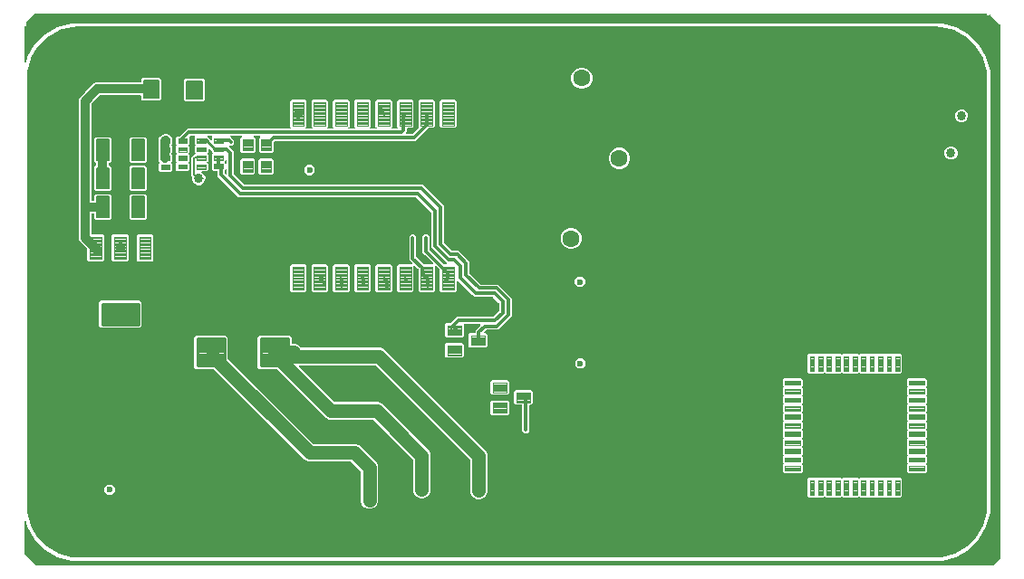
<source format=gbr>
G04 EAGLE Gerber RS-274X export*
G75*
%MOMM*%
%FSLAX34Y34*%
%LPD*%
%INTop Copper*%
%IPPOS*%
%AMOC8*
5,1,8,0,0,1.08239X$1,22.5*%
G01*
%ADD10C,0.121919*%
%ADD11C,0.220000*%
%ADD12C,0.127000*%
%ADD13C,0.100000*%
%ADD14C,0.152400*%
%ADD15C,0.280000*%
%ADD16C,0.120000*%
%ADD17C,0.600000*%
%ADD18C,1.600000*%
%ADD19C,0.304800*%
%ADD20C,1.270000*%
%ADD21C,0.812800*%
%ADD22C,0.254000*%
%ADD23C,0.858000*%

G36*
X820019Y-58488D02*
X820019Y-58488D01*
X820050Y-58490D01*
X826280Y-58081D01*
X826303Y-58076D01*
X826427Y-58057D01*
X838463Y-54832D01*
X838477Y-54826D01*
X838492Y-54823D01*
X838646Y-54756D01*
X849437Y-48526D01*
X849449Y-48516D01*
X849463Y-48510D01*
X849594Y-48405D01*
X858405Y-39594D01*
X858414Y-39582D01*
X858427Y-39572D01*
X858526Y-39437D01*
X864756Y-28646D01*
X864762Y-28631D01*
X864771Y-28619D01*
X864832Y-28463D01*
X868057Y-16427D01*
X868059Y-16403D01*
X868081Y-16280D01*
X868490Y-10050D01*
X868488Y-10031D01*
X868491Y-10000D01*
X868491Y390000D01*
X868488Y390019D01*
X868490Y390050D01*
X868081Y396280D01*
X868076Y396303D01*
X868057Y396427D01*
X864832Y408463D01*
X864826Y408477D01*
X864823Y408492D01*
X864756Y408646D01*
X858526Y419437D01*
X858516Y419449D01*
X858510Y419463D01*
X858405Y419594D01*
X849594Y428405D01*
X849582Y428414D01*
X849572Y428427D01*
X849437Y428526D01*
X838646Y434756D01*
X838631Y434762D01*
X838619Y434771D01*
X838463Y434832D01*
X826427Y438057D01*
X826403Y438059D01*
X826280Y438081D01*
X820050Y438490D01*
X820031Y438488D01*
X820000Y438491D01*
X20000Y438491D01*
X19981Y438488D01*
X19950Y438490D01*
X13720Y438081D01*
X13697Y438076D01*
X13573Y438057D01*
X1537Y434832D01*
X1523Y434826D01*
X1508Y434823D01*
X1354Y434756D01*
X-9437Y428526D01*
X-9449Y428516D01*
X-9463Y428510D01*
X-9594Y428405D01*
X-18405Y419594D01*
X-18414Y419582D01*
X-18427Y419572D01*
X-18526Y419437D01*
X-24756Y408646D01*
X-24762Y408631D01*
X-24771Y408619D01*
X-24832Y408463D01*
X-28057Y396427D01*
X-28059Y396403D01*
X-28081Y396280D01*
X-28490Y390050D01*
X-28488Y390031D01*
X-28491Y390000D01*
X-28491Y-10000D01*
X-28488Y-10019D01*
X-28490Y-10050D01*
X-28081Y-16280D01*
X-28076Y-16303D01*
X-28057Y-16427D01*
X-24832Y-28463D01*
X-24826Y-28477D01*
X-24823Y-28492D01*
X-24756Y-28646D01*
X-18526Y-39437D01*
X-18516Y-39449D01*
X-18510Y-39463D01*
X-18405Y-39594D01*
X-9594Y-48405D01*
X-9582Y-48414D01*
X-9572Y-48427D01*
X-9437Y-48526D01*
X1354Y-54756D01*
X1369Y-54762D01*
X1381Y-54771D01*
X1537Y-54832D01*
X13573Y-58057D01*
X13597Y-58059D01*
X13720Y-58081D01*
X19950Y-58490D01*
X19969Y-58488D01*
X20000Y-58491D01*
X820000Y-58491D01*
X820019Y-58488D01*
G37*
G36*
X875090Y-65747D02*
X875090Y-65747D01*
X875181Y-65739D01*
X875211Y-65727D01*
X875243Y-65722D01*
X875323Y-65679D01*
X875407Y-65643D01*
X875439Y-65617D01*
X875460Y-65606D01*
X875482Y-65583D01*
X875538Y-65538D01*
X880538Y-60538D01*
X880591Y-60464D01*
X880651Y-60395D01*
X880663Y-60365D01*
X880682Y-60339D01*
X880709Y-60252D01*
X880743Y-60167D01*
X880747Y-60126D01*
X880754Y-60103D01*
X880753Y-60071D01*
X880761Y-60000D01*
X880761Y440000D01*
X880747Y440090D01*
X880739Y440181D01*
X880727Y440211D01*
X880722Y440243D01*
X880679Y440323D01*
X880643Y440407D01*
X880617Y440439D01*
X880606Y440460D01*
X880583Y440482D01*
X880538Y440538D01*
X871896Y449181D01*
X871880Y449192D01*
X871867Y449208D01*
X871780Y449264D01*
X871696Y449324D01*
X871677Y449330D01*
X871660Y449341D01*
X871560Y449366D01*
X871461Y449397D01*
X871441Y449396D01*
X871422Y449401D01*
X871319Y449393D01*
X871215Y449390D01*
X871196Y449383D01*
X871177Y449382D01*
X871082Y449341D01*
X870984Y449306D01*
X870969Y449293D01*
X870950Y449285D01*
X870819Y449181D01*
X870480Y448841D01*
X869520Y448841D01*
X868841Y449520D01*
X868841Y450000D01*
X868838Y450020D01*
X868840Y450039D01*
X868818Y450141D01*
X868802Y450243D01*
X868792Y450260D01*
X868788Y450280D01*
X868735Y450369D01*
X868686Y450460D01*
X868672Y450474D01*
X868662Y450491D01*
X868583Y450558D01*
X868508Y450630D01*
X868490Y450638D01*
X868475Y450651D01*
X868379Y450690D01*
X868285Y450733D01*
X868265Y450735D01*
X868247Y450743D01*
X868080Y450761D01*
X-20000Y450761D01*
X-20090Y450747D01*
X-20181Y450739D01*
X-20211Y450727D01*
X-20243Y450722D01*
X-20323Y450679D01*
X-20407Y450643D01*
X-20439Y450617D01*
X-20460Y450606D01*
X-20482Y450583D01*
X-20538Y450538D01*
X-28618Y442458D01*
X-28671Y442384D01*
X-28731Y442315D01*
X-28743Y442285D01*
X-28762Y442259D01*
X-28789Y442172D01*
X-28823Y442087D01*
X-28827Y442046D01*
X-28834Y442023D01*
X-28833Y441991D01*
X-28841Y441920D01*
X-28841Y439520D01*
X-29520Y438841D01*
X-30000Y438841D01*
X-30020Y438838D01*
X-30039Y438840D01*
X-30141Y438818D01*
X-30243Y438802D01*
X-30260Y438792D01*
X-30280Y438788D01*
X-30369Y438735D01*
X-30460Y438686D01*
X-30474Y438672D01*
X-30491Y438662D01*
X-30558Y438583D01*
X-30630Y438508D01*
X-30638Y438490D01*
X-30651Y438475D01*
X-30690Y438379D01*
X-30733Y438285D01*
X-30735Y438265D01*
X-30743Y438247D01*
X-30761Y438080D01*
X-30761Y405353D01*
X-30757Y405329D01*
X-30760Y405305D01*
X-30738Y405208D01*
X-30722Y405110D01*
X-30710Y405089D01*
X-30705Y405066D01*
X-30653Y404981D01*
X-30606Y404893D01*
X-30589Y404876D01*
X-30576Y404856D01*
X-30500Y404792D01*
X-30428Y404724D01*
X-30406Y404713D01*
X-30388Y404698D01*
X-30295Y404662D01*
X-30205Y404620D01*
X-30181Y404617D01*
X-30159Y404609D01*
X-30059Y404604D01*
X-29961Y404593D01*
X-29937Y404598D01*
X-29913Y404597D01*
X-29817Y404624D01*
X-29720Y404645D01*
X-29700Y404657D01*
X-29676Y404664D01*
X-29594Y404720D01*
X-29509Y404771D01*
X-29493Y404790D01*
X-29474Y404803D01*
X-29414Y404883D01*
X-29349Y404958D01*
X-29340Y404981D01*
X-29326Y405000D01*
X-29265Y405156D01*
X-27998Y409882D01*
X-21217Y421627D01*
X-11627Y431217D01*
X118Y437998D01*
X13219Y441509D01*
X826781Y441509D01*
X839882Y437998D01*
X851627Y431217D01*
X861217Y421627D01*
X867998Y409882D01*
X871509Y396781D01*
X871509Y-16781D01*
X867998Y-29882D01*
X861217Y-41627D01*
X851627Y-51217D01*
X839882Y-57998D01*
X826781Y-61509D01*
X13219Y-61509D01*
X118Y-57998D01*
X-11627Y-51217D01*
X-21217Y-41627D01*
X-27998Y-29882D01*
X-29265Y-25156D01*
X-29275Y-25134D01*
X-29279Y-25110D01*
X-29325Y-25023D01*
X-29366Y-24932D01*
X-29382Y-24914D01*
X-29394Y-24893D01*
X-29466Y-24825D01*
X-29533Y-24752D01*
X-29554Y-24740D01*
X-29572Y-24724D01*
X-29662Y-24682D01*
X-29749Y-24634D01*
X-29773Y-24630D01*
X-29795Y-24620D01*
X-29894Y-24609D01*
X-29992Y-24592D01*
X-30016Y-24596D01*
X-30039Y-24593D01*
X-30137Y-24614D01*
X-30235Y-24629D01*
X-30256Y-24640D01*
X-30280Y-24645D01*
X-30365Y-24696D01*
X-30454Y-24742D01*
X-30470Y-24759D01*
X-30491Y-24771D01*
X-30556Y-24847D01*
X-30625Y-24918D01*
X-30635Y-24940D01*
X-30651Y-24958D01*
X-30688Y-25051D01*
X-30731Y-25140D01*
X-30734Y-25164D01*
X-30743Y-25186D01*
X-30761Y-25353D01*
X-30761Y-55000D01*
X-30747Y-55090D01*
X-30739Y-55181D01*
X-30727Y-55211D01*
X-30722Y-55243D01*
X-30679Y-55323D01*
X-30643Y-55407D01*
X-30617Y-55439D01*
X-30606Y-55460D01*
X-30583Y-55482D01*
X-30538Y-55538D01*
X-20538Y-65538D01*
X-20464Y-65591D01*
X-20395Y-65651D01*
X-20365Y-65663D01*
X-20339Y-65682D01*
X-20252Y-65709D01*
X-20167Y-65743D01*
X-20126Y-65747D01*
X-20103Y-65754D01*
X-20071Y-65753D01*
X-20000Y-65761D01*
X875000Y-65761D01*
X875090Y-65747D01*
G37*
%LPC*%
G36*
X385389Y137921D02*
X385389Y137921D01*
X384054Y139256D01*
X384054Y150144D01*
X385389Y151479D01*
X389836Y151479D01*
X389856Y151482D01*
X389875Y151480D01*
X389977Y151502D01*
X390079Y151518D01*
X390096Y151528D01*
X390116Y151532D01*
X390205Y151585D01*
X390296Y151634D01*
X390310Y151648D01*
X390327Y151658D01*
X390394Y151737D01*
X390466Y151812D01*
X390474Y151830D01*
X390487Y151845D01*
X390526Y151941D01*
X390569Y152035D01*
X390571Y152055D01*
X390579Y152073D01*
X390597Y152240D01*
X390597Y154068D01*
X392755Y156226D01*
X395275Y158746D01*
X395317Y158804D01*
X395367Y158856D01*
X395389Y158904D01*
X395419Y158946D01*
X395440Y159014D01*
X395470Y159080D01*
X395476Y159131D01*
X395491Y159181D01*
X395490Y159253D01*
X395497Y159324D01*
X395486Y159375D01*
X395485Y159427D01*
X395460Y159494D01*
X395445Y159564D01*
X395418Y159609D01*
X395401Y159658D01*
X395356Y159714D01*
X395319Y159775D01*
X395279Y159809D01*
X395247Y159850D01*
X395187Y159889D01*
X395132Y159935D01*
X395084Y159955D01*
X395040Y159983D01*
X394970Y160000D01*
X394904Y160027D01*
X394833Y160035D01*
X394801Y160043D01*
X394778Y160041D01*
X394737Y160046D01*
X380372Y160046D01*
X380353Y160043D01*
X380333Y160045D01*
X380232Y160023D01*
X380130Y160006D01*
X380112Y159997D01*
X380093Y159992D01*
X380004Y159939D01*
X379912Y159891D01*
X379899Y159877D01*
X379882Y159866D01*
X379814Y159788D01*
X379743Y159713D01*
X379735Y159695D01*
X379722Y159679D01*
X379683Y159583D01*
X379639Y159490D01*
X379637Y159470D01*
X379630Y159451D01*
X379611Y159285D01*
X379611Y148756D01*
X378276Y147421D01*
X363389Y147421D01*
X362054Y148756D01*
X362054Y159644D01*
X363389Y160979D01*
X367393Y160979D01*
X367483Y160993D01*
X367574Y161001D01*
X367603Y161013D01*
X367635Y161018D01*
X367716Y161061D01*
X367800Y161097D01*
X367832Y161123D01*
X367853Y161134D01*
X367875Y161157D01*
X367931Y161202D01*
X373380Y166651D01*
X407068Y166651D01*
X407158Y166666D01*
X407249Y166673D01*
X407279Y166686D01*
X407311Y166691D01*
X407392Y166734D01*
X407475Y166769D01*
X407508Y166795D01*
X407528Y166806D01*
X407550Y166829D01*
X407606Y166874D01*
X412432Y171699D01*
X412485Y171773D01*
X412544Y171843D01*
X412556Y171873D01*
X412575Y171899D01*
X412602Y171986D01*
X412636Y172071D01*
X412641Y172112D01*
X412648Y172134D01*
X412647Y172166D01*
X412655Y172238D01*
X412655Y179392D01*
X412653Y179399D01*
X412654Y179401D01*
X412652Y179408D01*
X412640Y179482D01*
X412633Y179573D01*
X412620Y179603D01*
X412615Y179635D01*
X412572Y179716D01*
X412537Y179799D01*
X412511Y179832D01*
X412500Y179852D01*
X412476Y179874D01*
X412432Y179930D01*
X407373Y184989D01*
X407299Y185042D01*
X407229Y185102D01*
X407199Y185114D01*
X407173Y185133D01*
X407086Y185160D01*
X407001Y185194D01*
X406960Y185198D01*
X406938Y185205D01*
X406906Y185204D01*
X406835Y185212D01*
X389862Y185212D01*
X387705Y187370D01*
X374171Y200903D01*
X374113Y200945D01*
X374061Y200995D01*
X374014Y201017D01*
X373972Y201047D01*
X373903Y201068D01*
X373838Y201098D01*
X373786Y201104D01*
X373736Y201119D01*
X373665Y201117D01*
X373594Y201125D01*
X373543Y201114D01*
X373491Y201113D01*
X373423Y201088D01*
X373353Y201073D01*
X373308Y201046D01*
X373260Y201029D01*
X373204Y200984D01*
X373142Y200947D01*
X373108Y200907D01*
X373068Y200875D01*
X373029Y200815D01*
X372982Y200760D01*
X372963Y200712D01*
X372935Y200668D01*
X372917Y200598D01*
X372890Y200532D01*
X372882Y200461D01*
X372874Y200429D01*
X372876Y200406D01*
X372872Y200365D01*
X372872Y191013D01*
X371478Y189620D01*
X358708Y189620D01*
X357314Y191013D01*
X357314Y210447D01*
X357300Y210537D01*
X357292Y210628D01*
X357280Y210658D01*
X357275Y210690D01*
X357232Y210770D01*
X357196Y210854D01*
X357170Y210887D01*
X357159Y210907D01*
X357136Y210929D01*
X357091Y210985D01*
X354171Y213905D01*
X354113Y213947D01*
X354061Y213997D01*
X354014Y214019D01*
X353972Y214049D01*
X353903Y214070D01*
X353838Y214100D01*
X353786Y214106D01*
X353736Y214121D01*
X353665Y214120D01*
X353594Y214127D01*
X353543Y214116D01*
X353491Y214115D01*
X353423Y214090D01*
X353353Y214075D01*
X353308Y214048D01*
X353260Y214031D01*
X353204Y213986D01*
X353142Y213949D01*
X353108Y213909D01*
X353068Y213877D01*
X353029Y213817D01*
X352982Y213762D01*
X352963Y213714D01*
X352935Y213670D01*
X352917Y213600D01*
X352890Y213534D01*
X352882Y213463D01*
X352874Y213431D01*
X352876Y213408D01*
X352872Y213367D01*
X352872Y191013D01*
X351478Y189620D01*
X338708Y189620D01*
X337314Y191013D01*
X337314Y211029D01*
X337300Y211119D01*
X337292Y211210D01*
X337280Y211240D01*
X337275Y211272D01*
X337232Y211352D01*
X337196Y211436D01*
X337170Y211469D01*
X337159Y211489D01*
X337136Y211511D01*
X337091Y211567D01*
X334171Y214487D01*
X334113Y214529D01*
X334061Y214579D01*
X334014Y214601D01*
X333972Y214631D01*
X333903Y214652D01*
X333838Y214682D01*
X333786Y214688D01*
X333736Y214703D01*
X333665Y214702D01*
X333594Y214709D01*
X333543Y214698D01*
X333491Y214697D01*
X333423Y214672D01*
X333353Y214657D01*
X333308Y214630D01*
X333260Y214613D01*
X333204Y214568D01*
X333142Y214531D01*
X333108Y214491D01*
X333068Y214459D01*
X333029Y214399D01*
X332982Y214344D01*
X332963Y214296D01*
X332935Y214252D01*
X332917Y214182D01*
X332890Y214116D01*
X332882Y214045D01*
X332874Y214013D01*
X332876Y213990D01*
X332872Y213949D01*
X332872Y191013D01*
X331478Y189620D01*
X318708Y189620D01*
X317314Y191013D01*
X317314Y214644D01*
X318708Y216037D01*
X330784Y216037D01*
X330854Y216049D01*
X330926Y216051D01*
X330975Y216069D01*
X331026Y216077D01*
X331090Y216110D01*
X331157Y216135D01*
X331198Y216168D01*
X331244Y216192D01*
X331293Y216244D01*
X331349Y216289D01*
X331377Y216333D01*
X331413Y216370D01*
X331443Y216435D01*
X331482Y216496D01*
X331495Y216546D01*
X331517Y216593D01*
X331525Y216665D01*
X331542Y216734D01*
X331538Y216786D01*
X331544Y216838D01*
X331529Y216908D01*
X331523Y216980D01*
X331503Y217027D01*
X331492Y217078D01*
X331455Y217140D01*
X331427Y217206D01*
X331382Y217262D01*
X331365Y217289D01*
X331348Y217305D01*
X331322Y217337D01*
X330903Y217755D01*
X328746Y219913D01*
X328746Y241826D01*
X330680Y243761D01*
X333417Y243761D01*
X335351Y241826D01*
X335351Y222964D01*
X335366Y222874D01*
X335373Y222783D01*
X335386Y222754D01*
X335391Y222722D01*
X335434Y222641D01*
X335469Y222557D01*
X335495Y222525D01*
X335506Y222504D01*
X335529Y222482D01*
X335574Y222426D01*
X341740Y216260D01*
X341814Y216207D01*
X341883Y216148D01*
X341914Y216135D01*
X341940Y216117D01*
X342027Y216090D01*
X342112Y216056D01*
X342153Y216051D01*
X342175Y216044D01*
X342207Y216045D01*
X342278Y216037D01*
X350202Y216037D01*
X350272Y216049D01*
X350344Y216051D01*
X350393Y216069D01*
X350444Y216077D01*
X350508Y216111D01*
X350575Y216135D01*
X350616Y216168D01*
X350662Y216192D01*
X350711Y216244D01*
X350767Y216289D01*
X350795Y216333D01*
X350831Y216370D01*
X350861Y216435D01*
X350900Y216496D01*
X350913Y216546D01*
X350935Y216593D01*
X350943Y216665D01*
X350960Y216734D01*
X350956Y216786D01*
X350962Y216838D01*
X350947Y216908D01*
X350941Y216979D01*
X350921Y217027D01*
X350910Y217078D01*
X350873Y217140D01*
X350845Y217206D01*
X350800Y217262D01*
X350783Y217289D01*
X350766Y217305D01*
X350740Y217337D01*
X343476Y224600D01*
X341319Y226758D01*
X341319Y241953D01*
X343253Y243888D01*
X345990Y243888D01*
X347924Y241953D01*
X347924Y229809D01*
X347939Y229719D01*
X347946Y229628D01*
X347959Y229599D01*
X347964Y229567D01*
X348007Y229486D01*
X348042Y229402D01*
X348068Y229370D01*
X348079Y229349D01*
X348102Y229327D01*
X348147Y229271D01*
X361158Y216260D01*
X361232Y216207D01*
X361301Y216148D01*
X361332Y216135D01*
X361358Y216117D01*
X361445Y216090D01*
X361530Y216056D01*
X361571Y216051D01*
X361593Y216044D01*
X361625Y216045D01*
X361696Y216037D01*
X363042Y216037D01*
X363112Y216049D01*
X363184Y216051D01*
X363233Y216069D01*
X363284Y216077D01*
X363348Y216111D01*
X363415Y216135D01*
X363456Y216168D01*
X363502Y216192D01*
X363551Y216244D01*
X363607Y216289D01*
X363635Y216333D01*
X363671Y216370D01*
X363701Y216435D01*
X363740Y216496D01*
X363753Y216546D01*
X363775Y216593D01*
X363783Y216665D01*
X363800Y216734D01*
X363796Y216786D01*
X363802Y216838D01*
X363787Y216908D01*
X363781Y216979D01*
X363761Y217027D01*
X363750Y217078D01*
X363713Y217140D01*
X363685Y217206D01*
X363640Y217262D01*
X363623Y217289D01*
X363606Y217305D01*
X363580Y217337D01*
X361860Y219056D01*
X351795Y229122D01*
X349637Y231279D01*
X349637Y263984D01*
X349623Y264074D01*
X349615Y264165D01*
X349603Y264195D01*
X349598Y264227D01*
X349555Y264308D01*
X349519Y264391D01*
X349493Y264424D01*
X349482Y264444D01*
X349459Y264466D01*
X349414Y264522D01*
X335412Y278525D01*
X335338Y278578D01*
X335269Y278637D01*
X335238Y278650D01*
X335212Y278668D01*
X335125Y278695D01*
X335040Y278729D01*
X334999Y278734D01*
X334977Y278741D01*
X334945Y278740D01*
X334874Y278748D01*
X169200Y278748D01*
X149611Y298336D01*
X149611Y302539D01*
X149608Y302559D01*
X149610Y302578D01*
X149588Y302680D01*
X149572Y302782D01*
X149562Y302799D01*
X149558Y302819D01*
X149505Y302908D01*
X149456Y302999D01*
X149442Y303013D01*
X149432Y303030D01*
X149353Y303097D01*
X149278Y303169D01*
X149260Y303177D01*
X149245Y303190D01*
X149149Y303229D01*
X149055Y303272D01*
X149035Y303274D01*
X149017Y303282D01*
X148850Y303300D01*
X145621Y303300D01*
X144286Y304635D01*
X144286Y310523D01*
X144804Y311041D01*
X144815Y311057D01*
X144831Y311069D01*
X144887Y311157D01*
X144947Y311240D01*
X144953Y311259D01*
X144964Y311276D01*
X144989Y311377D01*
X145020Y311476D01*
X145019Y311495D01*
X145024Y311515D01*
X145016Y311618D01*
X145013Y311721D01*
X145006Y311740D01*
X145005Y311760D01*
X144964Y311855D01*
X144929Y311952D01*
X144916Y311968D01*
X144908Y311986D01*
X144804Y312117D01*
X144286Y312635D01*
X144286Y318523D01*
X144804Y319041D01*
X144815Y319057D01*
X144831Y319069D01*
X144887Y319157D01*
X144947Y319240D01*
X144953Y319259D01*
X144964Y319276D01*
X144989Y319377D01*
X145020Y319476D01*
X145019Y319495D01*
X145024Y319515D01*
X145016Y319618D01*
X145013Y319721D01*
X145006Y319740D01*
X145005Y319760D01*
X144964Y319855D01*
X144929Y319952D01*
X144916Y319968D01*
X144908Y319986D01*
X144804Y320117D01*
X144286Y320635D01*
X144286Y321621D01*
X144271Y321711D01*
X144264Y321802D01*
X144251Y321832D01*
X144246Y321864D01*
X144203Y321944D01*
X144168Y322028D01*
X144142Y322060D01*
X144131Y322081D01*
X144108Y322103D01*
X144063Y322159D01*
X144011Y322211D01*
X144011Y322255D01*
X143996Y322345D01*
X143989Y322436D01*
X143976Y322466D01*
X143971Y322498D01*
X143929Y322578D01*
X143893Y322662D01*
X143867Y322694D01*
X143856Y322715D01*
X143833Y322737D01*
X143788Y322793D01*
X142143Y324438D01*
X142085Y324480D01*
X142033Y324530D01*
X141985Y324552D01*
X141943Y324582D01*
X141875Y324603D01*
X141809Y324633D01*
X141758Y324639D01*
X141708Y324654D01*
X141636Y324652D01*
X141565Y324660D01*
X141514Y324649D01*
X141462Y324648D01*
X141395Y324623D01*
X141325Y324608D01*
X141280Y324581D01*
X141231Y324564D01*
X141175Y324519D01*
X141114Y324482D01*
X141080Y324442D01*
X141039Y324410D01*
X141000Y324350D01*
X140954Y324295D01*
X140934Y324247D01*
X140906Y324203D01*
X140889Y324133D01*
X140862Y324067D01*
X140854Y323996D01*
X140846Y323964D01*
X140848Y323941D01*
X140843Y323900D01*
X140843Y320635D01*
X140325Y320117D01*
X140314Y320101D01*
X140298Y320089D01*
X140242Y320001D01*
X140182Y319918D01*
X140176Y319899D01*
X140165Y319882D01*
X140140Y319781D01*
X140109Y319682D01*
X140110Y319663D01*
X140105Y319643D01*
X140113Y319540D01*
X140116Y319437D01*
X140123Y319418D01*
X140124Y319398D01*
X140165Y319303D01*
X140200Y319206D01*
X140213Y319190D01*
X140221Y319172D01*
X140325Y319041D01*
X140843Y318523D01*
X140843Y312635D01*
X140075Y311867D01*
X140064Y311851D01*
X140048Y311839D01*
X139992Y311751D01*
X139932Y311668D01*
X139926Y311649D01*
X139915Y311632D01*
X139890Y311531D01*
X139859Y311432D01*
X139860Y311413D01*
X139855Y311393D01*
X139863Y311290D01*
X139866Y311187D01*
X139873Y311168D01*
X139874Y311148D01*
X139915Y311053D01*
X139950Y310956D01*
X139963Y310940D01*
X139971Y310922D01*
X140075Y310791D01*
X140843Y310023D01*
X140843Y304135D01*
X139508Y302800D01*
X135509Y302800D01*
X135413Y302785D01*
X135316Y302775D01*
X135293Y302765D01*
X135267Y302761D01*
X135181Y302715D01*
X135092Y302675D01*
X135072Y302658D01*
X135049Y302645D01*
X134982Y302575D01*
X134911Y302509D01*
X134898Y302486D01*
X134880Y302467D01*
X134839Y302379D01*
X134792Y302293D01*
X134787Y302268D01*
X134776Y302244D01*
X134766Y302147D01*
X134748Y302051D01*
X134752Y302025D01*
X134749Y302000D01*
X134770Y301904D01*
X134784Y301808D01*
X134796Y301785D01*
X134802Y301759D01*
X134852Y301676D01*
X134896Y301589D01*
X134914Y301570D01*
X134928Y301548D01*
X135002Y301485D01*
X135071Y301417D01*
X135100Y301401D01*
X135115Y301388D01*
X135145Y301376D01*
X135218Y301336D01*
X135438Y301245D01*
X137145Y299538D01*
X137422Y298870D01*
X137456Y298814D01*
X137482Y298753D01*
X137534Y298689D01*
X137551Y298660D01*
X137566Y298648D01*
X137587Y298623D01*
X138501Y297708D01*
X138501Y295603D01*
X138292Y295394D01*
X138239Y295320D01*
X138179Y295250D01*
X138167Y295220D01*
X138148Y295194D01*
X138121Y295107D01*
X138087Y295022D01*
X138083Y294981D01*
X138076Y294959D01*
X138077Y294927D01*
X138074Y294907D01*
X137145Y292662D01*
X135438Y290955D01*
X133207Y290031D01*
X130793Y290031D01*
X128562Y290955D01*
X126855Y292662D01*
X125931Y294893D01*
X125931Y297320D01*
X125951Y297404D01*
X125980Y297518D01*
X125979Y297524D01*
X125981Y297530D01*
X125970Y297646D01*
X125960Y297763D01*
X125958Y297769D01*
X125957Y297775D01*
X125910Y297882D01*
X125864Y297989D01*
X125859Y297995D01*
X125857Y297999D01*
X125845Y298013D01*
X125759Y298120D01*
X124974Y298905D01*
X124974Y315805D01*
X127289Y318120D01*
X127567Y318120D01*
X127657Y318134D01*
X127748Y318142D01*
X127778Y318154D01*
X127810Y318159D01*
X127891Y318202D01*
X127975Y318238D01*
X128007Y318264D01*
X128027Y318275D01*
X128050Y318298D01*
X128106Y318343D01*
X128804Y319041D01*
X128815Y319057D01*
X128831Y319069D01*
X128887Y319157D01*
X128947Y319240D01*
X128953Y319259D01*
X128964Y319276D01*
X128989Y319376D01*
X129020Y319476D01*
X129019Y319495D01*
X129024Y319515D01*
X129016Y319618D01*
X129013Y319721D01*
X129006Y319740D01*
X129005Y319760D01*
X128964Y319855D01*
X128929Y319952D01*
X128916Y319968D01*
X128908Y319986D01*
X128804Y320117D01*
X128286Y320635D01*
X128286Y326523D01*
X128804Y327041D01*
X128815Y327057D01*
X128831Y327069D01*
X128887Y327157D01*
X128947Y327240D01*
X128953Y327259D01*
X128964Y327276D01*
X128989Y327376D01*
X129020Y327476D01*
X129019Y327495D01*
X129024Y327515D01*
X129016Y327618D01*
X129013Y327721D01*
X129006Y327740D01*
X129005Y327760D01*
X128964Y327855D01*
X128929Y327952D01*
X128916Y327968D01*
X128908Y327986D01*
X128804Y328117D01*
X128286Y328635D01*
X128286Y334523D01*
X128643Y334880D01*
X128685Y334939D01*
X128734Y334990D01*
X128756Y335038D01*
X128787Y335080D01*
X128808Y335148D01*
X128838Y335214D01*
X128844Y335265D01*
X128859Y335315D01*
X128857Y335387D01*
X128865Y335458D01*
X128854Y335509D01*
X128853Y335561D01*
X128828Y335628D01*
X128813Y335698D01*
X128786Y335743D01*
X128768Y335792D01*
X128723Y335848D01*
X128687Y335909D01*
X128647Y335943D01*
X128615Y335984D01*
X128554Y336023D01*
X128500Y336069D01*
X128451Y336089D01*
X128408Y336117D01*
X128338Y336134D01*
X128272Y336161D01*
X128200Y336169D01*
X128169Y336177D01*
X128146Y336175D01*
X128105Y336180D01*
X124626Y336180D01*
X124536Y336165D01*
X124445Y336158D01*
X124416Y336145D01*
X124384Y336140D01*
X124303Y336097D01*
X124219Y336062D01*
X124187Y336036D01*
X124166Y336025D01*
X124165Y336024D01*
X124144Y336001D01*
X124088Y335957D01*
X123301Y335169D01*
X123289Y335153D01*
X123273Y335141D01*
X123243Y335093D01*
X123235Y335084D01*
X123228Y335070D01*
X123218Y335054D01*
X123157Y334970D01*
X123151Y334951D01*
X123140Y334934D01*
X123115Y334833D01*
X123085Y334735D01*
X123085Y334715D01*
X123080Y334695D01*
X123088Y334592D01*
X123091Y334489D01*
X123098Y334470D01*
X123100Y334450D01*
X123125Y334391D01*
X123125Y328381D01*
X122607Y327863D01*
X122595Y327847D01*
X122580Y327835D01*
X122524Y327747D01*
X122463Y327664D01*
X122458Y327645D01*
X122447Y327628D01*
X122421Y327527D01*
X122391Y327428D01*
X122392Y327409D01*
X122387Y327389D01*
X122395Y327286D01*
X122397Y327183D01*
X122404Y327164D01*
X122406Y327144D01*
X122446Y327049D01*
X122482Y326952D01*
X122494Y326936D01*
X122502Y326918D01*
X122607Y326787D01*
X123125Y326269D01*
X123125Y320381D01*
X122607Y319863D01*
X122595Y319847D01*
X122580Y319835D01*
X122524Y319747D01*
X122463Y319664D01*
X122458Y319645D01*
X122447Y319628D01*
X122421Y319527D01*
X122391Y319428D01*
X122392Y319409D01*
X122387Y319389D01*
X122395Y319286D01*
X122397Y319183D01*
X122404Y319164D01*
X122406Y319144D01*
X122446Y319049D01*
X122482Y318952D01*
X122494Y318936D01*
X122502Y318918D01*
X122607Y318787D01*
X123125Y318269D01*
X123125Y312381D01*
X122607Y311863D01*
X122595Y311847D01*
X122580Y311835D01*
X122524Y311747D01*
X122463Y311664D01*
X122458Y311645D01*
X122447Y311628D01*
X122421Y311527D01*
X122391Y311428D01*
X122392Y311409D01*
X122387Y311389D01*
X122395Y311286D01*
X122397Y311183D01*
X122404Y311164D01*
X122406Y311144D01*
X122446Y311049D01*
X122482Y310952D01*
X122494Y310936D01*
X122502Y310918D01*
X122607Y310787D01*
X123125Y310269D01*
X123125Y304381D01*
X121790Y303046D01*
X111902Y303046D01*
X110567Y304381D01*
X110567Y310269D01*
X111085Y310787D01*
X111097Y310803D01*
X111112Y310815D01*
X111168Y310903D01*
X111229Y310986D01*
X111234Y311005D01*
X111245Y311022D01*
X111271Y311123D01*
X111301Y311222D01*
X111300Y311241D01*
X111305Y311261D01*
X111297Y311364D01*
X111295Y311467D01*
X111288Y311486D01*
X111286Y311506D01*
X111246Y311601D01*
X111210Y311698D01*
X111198Y311714D01*
X111190Y311732D01*
X111085Y311863D01*
X110567Y312381D01*
X110567Y318269D01*
X111085Y318787D01*
X111097Y318803D01*
X111112Y318815D01*
X111168Y318903D01*
X111229Y318986D01*
X111234Y319005D01*
X111245Y319022D01*
X111271Y319123D01*
X111301Y319222D01*
X111300Y319241D01*
X111305Y319261D01*
X111297Y319364D01*
X111295Y319467D01*
X111288Y319486D01*
X111286Y319506D01*
X111246Y319601D01*
X111210Y319698D01*
X111198Y319714D01*
X111190Y319732D01*
X111085Y319863D01*
X110567Y320381D01*
X110567Y326269D01*
X111085Y326787D01*
X111097Y326803D01*
X111112Y326815D01*
X111168Y326903D01*
X111229Y326986D01*
X111234Y327005D01*
X111245Y327022D01*
X111271Y327123D01*
X111301Y327222D01*
X111300Y327241D01*
X111305Y327261D01*
X111297Y327364D01*
X111295Y327467D01*
X111288Y327486D01*
X111286Y327506D01*
X111246Y327601D01*
X111210Y327698D01*
X111198Y327714D01*
X111190Y327732D01*
X111085Y327863D01*
X110567Y328381D01*
X110567Y334269D01*
X111902Y335604D01*
X114078Y335604D01*
X114168Y335618D01*
X114259Y335626D01*
X114289Y335638D01*
X114321Y335643D01*
X114402Y335686D01*
X114485Y335722D01*
X114518Y335748D01*
X114538Y335759D01*
X114560Y335782D01*
X114616Y335827D01*
X121575Y342785D01*
X217544Y342785D01*
X217615Y342797D01*
X217687Y342799D01*
X217736Y342817D01*
X217787Y342825D01*
X217851Y342859D01*
X217918Y342883D01*
X217959Y342916D01*
X218005Y342940D01*
X218054Y342992D01*
X218110Y343037D01*
X218138Y343081D01*
X218174Y343118D01*
X218204Y343183D01*
X218243Y343244D01*
X218256Y343294D01*
X218278Y343341D01*
X218285Y343413D01*
X218303Y343482D01*
X218299Y343534D01*
X218305Y343586D01*
X218289Y343656D01*
X218284Y343727D01*
X218263Y343775D01*
X218252Y343826D01*
X218216Y343888D01*
X218188Y343954D01*
X218143Y344010D01*
X218126Y344037D01*
X218108Y344053D01*
X218083Y344085D01*
X217314Y344853D01*
X217314Y368484D01*
X218708Y369877D01*
X231478Y369877D01*
X232872Y368484D01*
X232872Y344853D01*
X232103Y344085D01*
X232061Y344027D01*
X232012Y343975D01*
X231990Y343927D01*
X231960Y343885D01*
X231939Y343817D01*
X231908Y343751D01*
X231903Y343700D01*
X231887Y343650D01*
X231889Y343578D01*
X231881Y343507D01*
X231892Y343456D01*
X231894Y343404D01*
X231918Y343337D01*
X231934Y343267D01*
X231960Y343222D01*
X231978Y343173D01*
X232023Y343117D01*
X232060Y343056D01*
X232099Y343022D01*
X232132Y342981D01*
X232192Y342942D01*
X232247Y342896D01*
X232295Y342876D01*
X232339Y342848D01*
X232408Y342831D01*
X232475Y342804D01*
X232546Y342796D01*
X232577Y342788D01*
X232601Y342790D01*
X232642Y342785D01*
X237544Y342785D01*
X237615Y342797D01*
X237687Y342799D01*
X237736Y342817D01*
X237787Y342825D01*
X237851Y342859D01*
X237918Y342883D01*
X237959Y342916D01*
X238005Y342940D01*
X238054Y342992D01*
X238110Y343037D01*
X238138Y343081D01*
X238174Y343118D01*
X238204Y343183D01*
X238243Y343244D01*
X238256Y343294D01*
X238278Y343341D01*
X238285Y343413D01*
X238303Y343482D01*
X238299Y343534D01*
X238305Y343586D01*
X238289Y343656D01*
X238284Y343727D01*
X238263Y343775D01*
X238252Y343826D01*
X238216Y343888D01*
X238188Y343954D01*
X238143Y344010D01*
X238126Y344037D01*
X238108Y344053D01*
X238083Y344085D01*
X237314Y344853D01*
X237314Y368484D01*
X238708Y369877D01*
X251478Y369877D01*
X252872Y368484D01*
X252872Y344853D01*
X252103Y344085D01*
X252061Y344027D01*
X252012Y343975D01*
X251990Y343927D01*
X251960Y343885D01*
X251939Y343817D01*
X251908Y343751D01*
X251903Y343700D01*
X251887Y343650D01*
X251889Y343578D01*
X251881Y343507D01*
X251892Y343456D01*
X251894Y343404D01*
X251918Y343337D01*
X251934Y343267D01*
X251960Y343222D01*
X251978Y343173D01*
X252023Y343117D01*
X252060Y343056D01*
X252099Y343022D01*
X252132Y342981D01*
X252192Y342942D01*
X252247Y342896D01*
X252295Y342876D01*
X252339Y342848D01*
X252408Y342831D01*
X252475Y342804D01*
X252546Y342796D01*
X252577Y342788D01*
X252601Y342790D01*
X252642Y342785D01*
X257544Y342785D01*
X257615Y342797D01*
X257687Y342799D01*
X257736Y342817D01*
X257787Y342825D01*
X257851Y342859D01*
X257918Y342883D01*
X257959Y342916D01*
X258005Y342940D01*
X258054Y342992D01*
X258110Y343037D01*
X258138Y343081D01*
X258174Y343118D01*
X258204Y343183D01*
X258243Y343244D01*
X258256Y343294D01*
X258278Y343341D01*
X258285Y343413D01*
X258303Y343482D01*
X258299Y343534D01*
X258305Y343586D01*
X258289Y343656D01*
X258284Y343727D01*
X258263Y343775D01*
X258252Y343826D01*
X258216Y343888D01*
X258188Y343954D01*
X258143Y344010D01*
X258126Y344037D01*
X258108Y344053D01*
X258083Y344085D01*
X257314Y344853D01*
X257314Y368484D01*
X258708Y369877D01*
X271478Y369877D01*
X272872Y368484D01*
X272872Y344853D01*
X272103Y344085D01*
X272061Y344027D01*
X272012Y343975D01*
X271990Y343927D01*
X271960Y343885D01*
X271939Y343817D01*
X271908Y343751D01*
X271903Y343700D01*
X271887Y343650D01*
X271889Y343578D01*
X271881Y343507D01*
X271892Y343456D01*
X271894Y343404D01*
X271918Y343337D01*
X271934Y343267D01*
X271960Y343222D01*
X271978Y343173D01*
X272023Y343117D01*
X272060Y343056D01*
X272099Y343022D01*
X272132Y342981D01*
X272192Y342942D01*
X272247Y342896D01*
X272295Y342876D01*
X272339Y342848D01*
X272408Y342831D01*
X272475Y342804D01*
X272546Y342796D01*
X272577Y342788D01*
X272601Y342790D01*
X272642Y342785D01*
X277544Y342785D01*
X277615Y342797D01*
X277687Y342799D01*
X277736Y342817D01*
X277787Y342825D01*
X277851Y342859D01*
X277918Y342883D01*
X277959Y342916D01*
X278005Y342940D01*
X278054Y342992D01*
X278110Y343037D01*
X278138Y343081D01*
X278174Y343118D01*
X278204Y343183D01*
X278243Y343244D01*
X278256Y343294D01*
X278278Y343341D01*
X278285Y343413D01*
X278303Y343482D01*
X278299Y343534D01*
X278305Y343586D01*
X278289Y343656D01*
X278284Y343727D01*
X278263Y343775D01*
X278252Y343826D01*
X278216Y343888D01*
X278188Y343954D01*
X278143Y344010D01*
X278126Y344037D01*
X278108Y344053D01*
X278083Y344085D01*
X277314Y344853D01*
X277314Y368484D01*
X278708Y369877D01*
X291478Y369877D01*
X292872Y368484D01*
X292872Y344853D01*
X292103Y344085D01*
X292061Y344027D01*
X292012Y343975D01*
X291990Y343927D01*
X291960Y343885D01*
X291939Y343817D01*
X291908Y343751D01*
X291903Y343700D01*
X291887Y343650D01*
X291889Y343578D01*
X291881Y343507D01*
X291892Y343456D01*
X291894Y343404D01*
X291918Y343337D01*
X291934Y343267D01*
X291960Y343222D01*
X291978Y343173D01*
X292023Y343117D01*
X292060Y343056D01*
X292099Y343022D01*
X292132Y342981D01*
X292192Y342942D01*
X292247Y342896D01*
X292295Y342876D01*
X292339Y342848D01*
X292408Y342831D01*
X292475Y342804D01*
X292546Y342796D01*
X292577Y342788D01*
X292601Y342790D01*
X292642Y342785D01*
X297544Y342785D01*
X297615Y342797D01*
X297687Y342799D01*
X297736Y342817D01*
X297787Y342825D01*
X297851Y342859D01*
X297918Y342883D01*
X297959Y342916D01*
X298005Y342940D01*
X298054Y342992D01*
X298110Y343037D01*
X298138Y343081D01*
X298174Y343118D01*
X298204Y343183D01*
X298243Y343244D01*
X298256Y343294D01*
X298278Y343341D01*
X298285Y343413D01*
X298303Y343482D01*
X298299Y343534D01*
X298305Y343586D01*
X298289Y343656D01*
X298284Y343727D01*
X298263Y343775D01*
X298252Y343826D01*
X298216Y343888D01*
X298188Y343954D01*
X298143Y344010D01*
X298126Y344037D01*
X298108Y344053D01*
X298083Y344085D01*
X297314Y344853D01*
X297314Y368484D01*
X298708Y369877D01*
X311478Y369877D01*
X312872Y368484D01*
X312872Y344853D01*
X312103Y344085D01*
X312061Y344027D01*
X312012Y343975D01*
X311990Y343927D01*
X311960Y343885D01*
X311939Y343817D01*
X311908Y343751D01*
X311903Y343700D01*
X311887Y343650D01*
X311889Y343578D01*
X311881Y343507D01*
X311892Y343456D01*
X311894Y343404D01*
X311918Y343337D01*
X311934Y343267D01*
X311960Y343222D01*
X311978Y343173D01*
X312023Y343117D01*
X312060Y343056D01*
X312099Y343022D01*
X312132Y342981D01*
X312192Y342942D01*
X312247Y342896D01*
X312295Y342876D01*
X312339Y342848D01*
X312408Y342831D01*
X312475Y342804D01*
X312546Y342796D01*
X312577Y342788D01*
X312601Y342790D01*
X312642Y342785D01*
X317544Y342785D01*
X317615Y342797D01*
X317687Y342799D01*
X317736Y342817D01*
X317787Y342825D01*
X317851Y342859D01*
X317918Y342883D01*
X317959Y342916D01*
X318005Y342940D01*
X318054Y342992D01*
X318110Y343037D01*
X318138Y343081D01*
X318174Y343118D01*
X318204Y343183D01*
X318243Y343244D01*
X318256Y343294D01*
X318278Y343341D01*
X318285Y343413D01*
X318303Y343482D01*
X318299Y343534D01*
X318305Y343586D01*
X318289Y343656D01*
X318284Y343727D01*
X318263Y343775D01*
X318252Y343826D01*
X318216Y343888D01*
X318188Y343954D01*
X318143Y344010D01*
X318126Y344037D01*
X318108Y344053D01*
X318083Y344085D01*
X317314Y344853D01*
X317314Y368484D01*
X318708Y369877D01*
X331478Y369877D01*
X332872Y368484D01*
X332872Y344853D01*
X331478Y343460D01*
X327648Y343460D01*
X327628Y343457D01*
X327608Y343459D01*
X327507Y343437D01*
X327405Y343420D01*
X327388Y343411D01*
X327368Y343406D01*
X327279Y343353D01*
X327188Y343305D01*
X327174Y343291D01*
X327157Y343280D01*
X327090Y343202D01*
X327018Y343127D01*
X327010Y343109D01*
X326997Y343093D01*
X326958Y342997D01*
X326915Y342904D01*
X326913Y342884D01*
X326905Y342865D01*
X326887Y342699D01*
X326887Y339940D01*
X326206Y339259D01*
X326164Y339201D01*
X326115Y339149D01*
X326093Y339101D01*
X326062Y339059D01*
X326041Y338991D01*
X326011Y338925D01*
X326005Y338874D01*
X325990Y338824D01*
X325992Y338752D01*
X325984Y338681D01*
X325995Y338630D01*
X325996Y338578D01*
X326021Y338511D01*
X326036Y338441D01*
X326063Y338396D01*
X326081Y338347D01*
X326126Y338291D01*
X326162Y338230D01*
X326202Y338196D01*
X326235Y338155D01*
X326295Y338116D01*
X326349Y338070D01*
X326398Y338050D01*
X326441Y338022D01*
X326511Y338005D01*
X326577Y337978D01*
X326649Y337970D01*
X326680Y337962D01*
X326703Y337964D01*
X326744Y337959D01*
X331563Y337959D01*
X331653Y337974D01*
X331744Y337981D01*
X331774Y337994D01*
X331806Y337999D01*
X331887Y338042D01*
X331970Y338077D01*
X332003Y338103D01*
X332023Y338114D01*
X332045Y338137D01*
X332101Y338182D01*
X337505Y343586D01*
X337517Y343602D01*
X337532Y343614D01*
X337588Y343702D01*
X337649Y343786D01*
X337654Y343805D01*
X337665Y343821D01*
X337691Y343922D01*
X337721Y344021D01*
X337720Y344041D01*
X337725Y344060D01*
X337717Y344163D01*
X337715Y344267D01*
X337708Y344285D01*
X337706Y344305D01*
X337666Y344400D01*
X337630Y344498D01*
X337618Y344513D01*
X337610Y344531D01*
X337505Y344662D01*
X337314Y344853D01*
X337314Y368484D01*
X338708Y369877D01*
X351478Y369877D01*
X352872Y368484D01*
X352872Y344853D01*
X351478Y343460D01*
X347036Y343460D01*
X346946Y343445D01*
X346855Y343438D01*
X346825Y343425D01*
X346793Y343420D01*
X346712Y343377D01*
X346629Y343342D01*
X346596Y343316D01*
X346576Y343305D01*
X346554Y343282D01*
X346498Y343237D01*
X334615Y331354D01*
X203639Y331354D01*
X203549Y331339D01*
X203458Y331332D01*
X203429Y331319D01*
X203397Y331314D01*
X203316Y331271D01*
X203232Y331236D01*
X203200Y331210D01*
X203179Y331199D01*
X203157Y331176D01*
X203101Y331131D01*
X202008Y330038D01*
X201955Y329964D01*
X201896Y329895D01*
X201883Y329864D01*
X201865Y329838D01*
X201838Y329751D01*
X201804Y329666D01*
X201799Y329625D01*
X201792Y329603D01*
X201793Y329571D01*
X201785Y329500D01*
X201785Y321763D01*
X200450Y320428D01*
X189563Y320428D01*
X188228Y321763D01*
X188228Y333651D01*
X189457Y334880D01*
X189499Y334938D01*
X189548Y334990D01*
X189570Y335038D01*
X189601Y335080D01*
X189622Y335148D01*
X189652Y335214D01*
X189658Y335265D01*
X189673Y335315D01*
X189671Y335387D01*
X189679Y335458D01*
X189668Y335509D01*
X189667Y335561D01*
X189642Y335628D01*
X189627Y335698D01*
X189600Y335743D01*
X189582Y335792D01*
X189537Y335848D01*
X189501Y335909D01*
X189461Y335943D01*
X189429Y335984D01*
X189368Y336023D01*
X189314Y336069D01*
X189265Y336089D01*
X189222Y336117D01*
X189152Y336134D01*
X189086Y336161D01*
X189014Y336169D01*
X188983Y336177D01*
X188960Y336175D01*
X188919Y336180D01*
X184094Y336180D01*
X184023Y336168D01*
X183952Y336166D01*
X183903Y336148D01*
X183851Y336140D01*
X183788Y336106D01*
X183721Y336082D01*
X183680Y336049D01*
X183634Y336025D01*
X183585Y335973D01*
X183529Y335928D01*
X183500Y335884D01*
X183465Y335847D01*
X183434Y335782D01*
X183396Y335721D01*
X183383Y335671D01*
X183361Y335624D01*
X183353Y335552D01*
X183336Y335483D01*
X183340Y335431D01*
X183334Y335379D01*
X183349Y335309D01*
X183355Y335238D01*
X183375Y335190D01*
X183386Y335139D01*
X183423Y335077D01*
X183451Y335011D01*
X183496Y334955D01*
X183512Y334928D01*
X183513Y334927D01*
X183530Y334912D01*
X183556Y334880D01*
X184785Y333651D01*
X184785Y321763D01*
X183450Y320428D01*
X172563Y320428D01*
X171228Y321763D01*
X171228Y333651D01*
X172457Y334880D01*
X172499Y334938D01*
X172548Y334990D01*
X172570Y335038D01*
X172601Y335080D01*
X172622Y335148D01*
X172652Y335214D01*
X172658Y335265D01*
X172673Y335315D01*
X172671Y335387D01*
X172679Y335458D01*
X172668Y335509D01*
X172667Y335561D01*
X172642Y335628D01*
X172627Y335698D01*
X172600Y335743D01*
X172582Y335792D01*
X172537Y335848D01*
X172501Y335909D01*
X172461Y335943D01*
X172429Y335984D01*
X172368Y336023D01*
X172314Y336069D01*
X172265Y336089D01*
X172222Y336117D01*
X172152Y336134D01*
X172086Y336161D01*
X172014Y336169D01*
X171983Y336177D01*
X171960Y336175D01*
X171919Y336180D01*
X162508Y336180D01*
X162437Y336168D01*
X162365Y336166D01*
X162316Y336148D01*
X162265Y336140D01*
X162202Y336106D01*
X162134Y336082D01*
X162094Y336049D01*
X162048Y336025D01*
X161998Y335973D01*
X161942Y335928D01*
X161914Y335884D01*
X161878Y335847D01*
X161848Y335782D01*
X161809Y335721D01*
X161797Y335671D01*
X161775Y335624D01*
X161767Y335552D01*
X161749Y335483D01*
X161753Y335431D01*
X161748Y335379D01*
X161763Y335309D01*
X161768Y335238D01*
X161789Y335190D01*
X161800Y335139D01*
X161837Y335077D01*
X161865Y335011D01*
X161910Y334955D01*
X161926Y334928D01*
X161927Y334927D01*
X161944Y334912D01*
X161970Y334880D01*
X164124Y332726D01*
X165235Y331615D01*
X165235Y328879D01*
X163300Y326944D01*
X161261Y326944D01*
X161190Y326933D01*
X161118Y326931D01*
X161069Y326913D01*
X161018Y326905D01*
X160955Y326871D01*
X160887Y326846D01*
X160846Y326814D01*
X160800Y326789D01*
X160751Y326738D01*
X160695Y326693D01*
X160667Y326649D01*
X160631Y326611D01*
X160601Y326546D01*
X160562Y326486D01*
X160549Y326435D01*
X160527Y326388D01*
X160520Y326317D01*
X160502Y326247D01*
X160506Y326195D01*
X160500Y326144D01*
X160516Y326073D01*
X160521Y326002D01*
X160541Y325954D01*
X160553Y325903D01*
X160589Y325842D01*
X160617Y325776D01*
X160662Y325720D01*
X160679Y325692D01*
X160697Y325677D01*
X160722Y325645D01*
X162760Y323607D01*
X164917Y321450D01*
X164917Y300752D01*
X164932Y300662D01*
X164939Y300571D01*
X164952Y300541D01*
X164957Y300509D01*
X165000Y300428D01*
X165035Y300345D01*
X165061Y300312D01*
X165072Y300292D01*
X165095Y300270D01*
X165140Y300214D01*
X174825Y290529D01*
X174899Y290476D01*
X174968Y290417D01*
X174998Y290404D01*
X175024Y290386D01*
X175111Y290359D01*
X175196Y290325D01*
X175237Y290320D01*
X175259Y290313D01*
X175292Y290314D01*
X175363Y290306D01*
X341672Y290306D01*
X361323Y270655D01*
X361323Y236076D01*
X361337Y235986D01*
X361345Y235895D01*
X361357Y235865D01*
X361362Y235833D01*
X361405Y235752D01*
X361441Y235669D01*
X361467Y235636D01*
X361478Y235616D01*
X361501Y235594D01*
X361546Y235538D01*
X368530Y228553D01*
X368604Y228500D01*
X368673Y228441D01*
X368704Y228428D01*
X368730Y228410D01*
X368817Y228383D01*
X368902Y228349D01*
X368943Y228344D01*
X368965Y228337D01*
X368997Y228338D01*
X369068Y228330D01*
X375040Y228330D01*
X385008Y218362D01*
X385008Y207724D01*
X385023Y207634D01*
X385030Y207543D01*
X385043Y207514D01*
X385048Y207482D01*
X385091Y207401D01*
X385126Y207317D01*
X385152Y207285D01*
X385163Y207264D01*
X385186Y207242D01*
X385231Y207186D01*
X395360Y197057D01*
X395434Y197004D01*
X395503Y196945D01*
X395534Y196932D01*
X395560Y196914D01*
X395647Y196887D01*
X395732Y196853D01*
X395773Y196848D01*
X395795Y196841D01*
X395827Y196842D01*
X395898Y196834D01*
X411868Y196834D01*
X424703Y184000D01*
X424703Y167132D01*
X412168Y154597D01*
X400783Y154597D01*
X400693Y154583D01*
X400602Y154575D01*
X400573Y154563D01*
X400541Y154558D01*
X400460Y154515D01*
X400376Y154479D01*
X400344Y154453D01*
X400323Y154442D01*
X400301Y154419D01*
X400245Y154374D01*
X398649Y152778D01*
X398607Y152720D01*
X398558Y152668D01*
X398536Y152621D01*
X398505Y152579D01*
X398484Y152510D01*
X398454Y152445D01*
X398448Y152393D01*
X398433Y152343D01*
X398435Y152272D01*
X398427Y152201D01*
X398438Y152150D01*
X398439Y152098D01*
X398464Y152030D01*
X398479Y151960D01*
X398506Y151915D01*
X398524Y151867D01*
X398569Y151811D01*
X398606Y151749D01*
X398645Y151715D01*
X398678Y151675D01*
X398738Y151636D01*
X398792Y151589D01*
X398841Y151570D01*
X398885Y151542D01*
X398954Y151524D01*
X399021Y151497D01*
X399092Y151489D01*
X399123Y151481D01*
X399146Y151483D01*
X399187Y151479D01*
X400276Y151479D01*
X401611Y150144D01*
X401611Y139256D01*
X400276Y137921D01*
X385389Y137921D01*
G37*
%LPD*%
%LPC*%
G36*
X391957Y-4069D02*
X391957Y-4069D01*
X388969Y-2831D01*
X386683Y-544D01*
X385445Y2443D01*
X385445Y33057D01*
X385430Y33147D01*
X385423Y33238D01*
X385411Y33267D01*
X385405Y33299D01*
X385363Y33380D01*
X385327Y33464D01*
X385301Y33496D01*
X385290Y33517D01*
X385267Y33539D01*
X385222Y33595D01*
X297569Y121248D01*
X297495Y121301D01*
X297425Y121361D01*
X297395Y121373D01*
X297369Y121392D01*
X297282Y121419D01*
X297197Y121453D01*
X297156Y121457D01*
X297134Y121464D01*
X297102Y121463D01*
X297030Y121471D01*
X226217Y121471D01*
X226146Y121460D01*
X226074Y121458D01*
X226026Y121440D01*
X225974Y121432D01*
X225911Y121398D01*
X225843Y121373D01*
X225803Y121341D01*
X225757Y121316D01*
X225707Y121264D01*
X225651Y121220D01*
X225623Y121176D01*
X225587Y121138D01*
X225557Y121073D01*
X225518Y121013D01*
X225506Y120962D01*
X225484Y120915D01*
X225476Y120844D01*
X225458Y120774D01*
X225462Y120722D01*
X225457Y120671D01*
X225472Y120600D01*
X225478Y120529D01*
X225498Y120481D01*
X225509Y120430D01*
X225546Y120369D01*
X225574Y120303D01*
X225619Y120247D01*
X225635Y120219D01*
X225653Y120204D01*
X225679Y120172D01*
X258699Y87152D01*
X258773Y87099D01*
X258842Y87039D01*
X258872Y87027D01*
X258898Y87008D01*
X258985Y86981D01*
X259070Y86947D01*
X259111Y86943D01*
X259134Y86936D01*
X259166Y86937D01*
X259237Y86929D01*
X299917Y86929D01*
X302905Y85691D01*
X347391Y41205D01*
X348629Y38217D01*
X348629Y3283D01*
X347391Y295D01*
X345105Y-1991D01*
X342117Y-3229D01*
X338883Y-3229D01*
X335895Y-1991D01*
X333609Y295D01*
X332371Y3283D01*
X332371Y32918D01*
X332357Y33008D01*
X332349Y33099D01*
X332337Y33128D01*
X332332Y33160D01*
X332289Y33241D01*
X332253Y33325D01*
X332227Y33357D01*
X332216Y33378D01*
X332193Y33400D01*
X332148Y33456D01*
X295156Y70448D01*
X295082Y70501D01*
X295013Y70561D01*
X294982Y70573D01*
X294956Y70592D01*
X294869Y70619D01*
X294784Y70653D01*
X294743Y70657D01*
X294721Y70664D01*
X294689Y70663D01*
X294618Y70671D01*
X253938Y70671D01*
X250950Y71909D01*
X205210Y117649D01*
X205136Y117702D01*
X205066Y117762D01*
X205036Y117774D01*
X205010Y117793D01*
X204923Y117820D01*
X204838Y117854D01*
X204797Y117858D01*
X204775Y117865D01*
X204743Y117864D01*
X204671Y117872D01*
X188984Y117872D01*
X187122Y119734D01*
X187122Y147568D01*
X188984Y149430D01*
X216818Y149430D01*
X218680Y147568D01*
X218680Y142541D01*
X218683Y142521D01*
X218681Y142502D01*
X218703Y142400D01*
X218719Y142298D01*
X218729Y142281D01*
X218733Y142261D01*
X218786Y142172D01*
X218835Y142081D01*
X218849Y142067D01*
X218859Y142050D01*
X218938Y141983D01*
X219013Y141911D01*
X219031Y141903D01*
X219046Y141890D01*
X219142Y141851D01*
X219236Y141808D01*
X219256Y141806D01*
X219274Y141798D01*
X219441Y141780D01*
X222079Y141780D01*
X225066Y140542D01*
X227353Y138256D01*
X227376Y138199D01*
X227438Y138100D01*
X227498Y137999D01*
X227503Y137995D01*
X227506Y137990D01*
X227596Y137916D01*
X227685Y137839D01*
X227691Y137837D01*
X227696Y137833D01*
X227803Y137791D01*
X227913Y137747D01*
X227921Y137746D01*
X227925Y137745D01*
X227943Y137744D01*
X228080Y137729D01*
X302330Y137729D01*
X305317Y136491D01*
X400465Y41343D01*
X401703Y38356D01*
X401703Y2443D01*
X400465Y-544D01*
X398178Y-2831D01*
X395191Y-4069D01*
X391957Y-4069D01*
G37*
%LPD*%
%LPC*%
G36*
X289883Y-12729D02*
X289883Y-12729D01*
X286895Y-11491D01*
X284609Y-9205D01*
X283371Y-6217D01*
X283371Y21918D01*
X283357Y22008D01*
X283349Y22099D01*
X283337Y22128D01*
X283332Y22160D01*
X283289Y22241D01*
X283253Y22325D01*
X283227Y22357D01*
X283216Y22378D01*
X283193Y22400D01*
X283148Y22456D01*
X274356Y31248D01*
X274282Y31301D01*
X274213Y31361D01*
X274182Y31373D01*
X274156Y31392D01*
X274069Y31419D01*
X273984Y31453D01*
X273943Y31457D01*
X273921Y31464D01*
X273889Y31463D01*
X273818Y31471D01*
X233983Y31471D01*
X230995Y32709D01*
X146055Y117649D01*
X145981Y117702D01*
X145912Y117762D01*
X145881Y117774D01*
X145855Y117793D01*
X145768Y117820D01*
X145683Y117854D01*
X145642Y117858D01*
X145620Y117865D01*
X145588Y117864D01*
X145517Y117872D01*
X129484Y117872D01*
X127622Y119734D01*
X127622Y147568D01*
X129484Y149430D01*
X157318Y149430D01*
X159180Y147568D01*
X159180Y127831D01*
X159194Y127741D01*
X159202Y127650D01*
X159214Y127621D01*
X159219Y127589D01*
X159262Y127508D01*
X159298Y127424D01*
X159324Y127392D01*
X159335Y127371D01*
X159358Y127349D01*
X159403Y127293D01*
X238744Y47952D01*
X238818Y47899D01*
X238887Y47839D01*
X238918Y47827D01*
X238944Y47808D01*
X239031Y47781D01*
X239116Y47747D01*
X239157Y47743D01*
X239179Y47736D01*
X239211Y47737D01*
X239282Y47729D01*
X279117Y47729D01*
X282105Y46491D01*
X298391Y30205D01*
X299629Y27217D01*
X299629Y-6217D01*
X298391Y-9205D01*
X296105Y-11491D01*
X293117Y-12729D01*
X289883Y-12729D01*
G37*
%LPD*%
%LPC*%
G36*
X29218Y218232D02*
X29218Y218232D01*
X27819Y219631D01*
X27819Y230484D01*
X27805Y230574D01*
X27797Y230665D01*
X27785Y230694D01*
X27780Y230726D01*
X27737Y230807D01*
X27701Y230891D01*
X27675Y230923D01*
X27664Y230944D01*
X27641Y230966D01*
X27596Y231022D01*
X21089Y237529D01*
X20199Y239677D01*
X20199Y267640D01*
X20189Y267705D01*
X20188Y267771D01*
X20165Y267851D01*
X20160Y267883D01*
X20150Y267900D01*
X20141Y267932D01*
X20009Y268252D01*
X20009Y369761D01*
X20898Y371908D01*
X24016Y375025D01*
X24054Y375079D01*
X24100Y375125D01*
X24127Y375175D01*
X25813Y376861D01*
X25834Y376870D01*
X25899Y376922D01*
X25927Y376940D01*
X25940Y376955D01*
X25965Y376975D01*
X33943Y384953D01*
X36091Y385843D01*
X77411Y385843D01*
X77431Y385846D01*
X77451Y385844D01*
X77552Y385866D01*
X77654Y385882D01*
X77672Y385892D01*
X77691Y385896D01*
X77780Y385949D01*
X77871Y385998D01*
X77885Y386012D01*
X77902Y386022D01*
X77969Y386101D01*
X78041Y386176D01*
X78049Y386194D01*
X78062Y386209D01*
X78101Y386305D01*
X78144Y386399D01*
X78147Y386419D01*
X78154Y386437D01*
X78172Y386604D01*
X78172Y388662D01*
X79661Y390150D01*
X95482Y390150D01*
X96970Y388662D01*
X96970Y370301D01*
X95482Y368812D01*
X79661Y368812D01*
X78172Y370301D01*
X78172Y373396D01*
X78169Y373416D01*
X78171Y373435D01*
X78149Y373537D01*
X78133Y373639D01*
X78123Y373656D01*
X78119Y373676D01*
X78066Y373765D01*
X78018Y373856D01*
X78003Y373870D01*
X77993Y373887D01*
X77914Y373954D01*
X77839Y374026D01*
X77821Y374034D01*
X77806Y374047D01*
X77710Y374086D01*
X77616Y374129D01*
X77596Y374131D01*
X77578Y374139D01*
X77411Y374157D01*
X39988Y374157D01*
X39898Y374143D01*
X39807Y374135D01*
X39778Y374123D01*
X39746Y374118D01*
X39665Y374075D01*
X39581Y374039D01*
X39549Y374013D01*
X39528Y374002D01*
X39506Y373979D01*
X39450Y373934D01*
X31917Y366401D01*
X31875Y366342D01*
X31830Y366296D01*
X31823Y366279D01*
X31805Y366258D01*
X31792Y366228D01*
X31774Y366202D01*
X31748Y366118D01*
X31727Y366073D01*
X31726Y366062D01*
X31713Y366030D01*
X31708Y365989D01*
X31701Y365967D01*
X31702Y365934D01*
X31694Y365863D01*
X31694Y276018D01*
X31696Y276007D01*
X31695Y276001D01*
X31697Y275993D01*
X31695Y275979D01*
X31717Y275877D01*
X31734Y275775D01*
X31743Y275758D01*
X31748Y275738D01*
X31801Y275649D01*
X31849Y275558D01*
X31863Y275544D01*
X31874Y275527D01*
X31952Y275460D01*
X32027Y275388D01*
X32045Y275380D01*
X32061Y275367D01*
X32157Y275328D01*
X32250Y275285D01*
X32270Y275283D01*
X32289Y275275D01*
X32455Y275257D01*
X33535Y275257D01*
X33555Y275260D01*
X33574Y275258D01*
X33676Y275280D01*
X33778Y275296D01*
X33795Y275306D01*
X33815Y275310D01*
X33904Y275363D01*
X33995Y275412D01*
X34009Y275426D01*
X34026Y275436D01*
X34093Y275515D01*
X34165Y275590D01*
X34173Y275608D01*
X34186Y275623D01*
X34225Y275719D01*
X34268Y275813D01*
X34270Y275833D01*
X34278Y275851D01*
X34296Y276018D01*
X34296Y280129D01*
X35710Y281543D01*
X49140Y281543D01*
X50554Y280129D01*
X50554Y259080D01*
X49140Y257666D01*
X35710Y257666D01*
X34296Y259080D01*
X34296Y262810D01*
X34293Y262830D01*
X34295Y262849D01*
X34273Y262951D01*
X34257Y263053D01*
X34247Y263070D01*
X34243Y263090D01*
X34190Y263179D01*
X34141Y263270D01*
X34127Y263284D01*
X34117Y263301D01*
X34038Y263368D01*
X33963Y263440D01*
X33945Y263448D01*
X33930Y263461D01*
X33834Y263500D01*
X33740Y263543D01*
X33720Y263545D01*
X33702Y263553D01*
X33535Y263571D01*
X32646Y263571D01*
X32626Y263568D01*
X32607Y263570D01*
X32505Y263548D01*
X32403Y263532D01*
X32386Y263522D01*
X32366Y263518D01*
X32277Y263465D01*
X32186Y263416D01*
X32172Y263402D01*
X32155Y263392D01*
X32088Y263313D01*
X32016Y263238D01*
X32008Y263220D01*
X31995Y263205D01*
X31956Y263109D01*
X31913Y263015D01*
X31911Y262995D01*
X31903Y262977D01*
X31885Y262810D01*
X31885Y244903D01*
X31888Y244883D01*
X31886Y244864D01*
X31908Y244762D01*
X31924Y244660D01*
X31934Y244643D01*
X31938Y244623D01*
X31991Y244534D01*
X32040Y244443D01*
X32054Y244429D01*
X32064Y244412D01*
X32143Y244345D01*
X32218Y244273D01*
X32236Y244265D01*
X32251Y244252D01*
X32347Y244213D01*
X32441Y244170D01*
X32461Y244168D01*
X32479Y244160D01*
X32646Y244142D01*
X42170Y244142D01*
X43569Y242743D01*
X43569Y230738D01*
X43579Y230673D01*
X43580Y230608D01*
X43603Y230528D01*
X43608Y230495D01*
X43618Y230478D01*
X43627Y230447D01*
X43759Y230127D01*
X43759Y227802D01*
X43627Y227482D01*
X43612Y227419D01*
X43587Y227358D01*
X43578Y227275D01*
X43571Y227243D01*
X43572Y227223D01*
X43569Y227191D01*
X43569Y219631D01*
X42170Y218232D01*
X29218Y218232D01*
G37*
%LPD*%
%LPC*%
G36*
X702056Y113721D02*
X702056Y113721D01*
X700721Y115056D01*
X700721Y130944D01*
X702056Y132279D01*
X707944Y132279D01*
X708462Y131761D01*
X708478Y131749D01*
X708490Y131734D01*
X708578Y131678D01*
X708661Y131617D01*
X708680Y131612D01*
X708697Y131601D01*
X708798Y131575D01*
X708897Y131545D01*
X708916Y131546D01*
X708936Y131541D01*
X709039Y131549D01*
X709142Y131551D01*
X709161Y131558D01*
X709181Y131560D01*
X709276Y131600D01*
X709373Y131636D01*
X709389Y131648D01*
X709407Y131656D01*
X709538Y131761D01*
X710056Y132279D01*
X715944Y132279D01*
X716462Y131761D01*
X716478Y131749D01*
X716490Y131734D01*
X716578Y131678D01*
X716661Y131617D01*
X716680Y131612D01*
X716697Y131601D01*
X716798Y131575D01*
X716897Y131545D01*
X716916Y131546D01*
X716936Y131541D01*
X717039Y131549D01*
X717142Y131551D01*
X717161Y131558D01*
X717181Y131560D01*
X717276Y131600D01*
X717373Y131636D01*
X717389Y131648D01*
X717407Y131656D01*
X717538Y131761D01*
X718056Y132279D01*
X723944Y132279D01*
X724462Y131761D01*
X724478Y131749D01*
X724490Y131734D01*
X724578Y131678D01*
X724661Y131617D01*
X724680Y131612D01*
X724697Y131601D01*
X724798Y131575D01*
X724897Y131545D01*
X724916Y131546D01*
X724936Y131541D01*
X725039Y131549D01*
X725142Y131551D01*
X725161Y131558D01*
X725181Y131560D01*
X725276Y131600D01*
X725373Y131636D01*
X725389Y131648D01*
X725407Y131656D01*
X725538Y131761D01*
X726056Y132279D01*
X731944Y132279D01*
X732462Y131761D01*
X732478Y131749D01*
X732490Y131734D01*
X732578Y131678D01*
X732661Y131617D01*
X732680Y131612D01*
X732697Y131601D01*
X732798Y131575D01*
X732897Y131545D01*
X732916Y131546D01*
X732936Y131541D01*
X733039Y131549D01*
X733142Y131551D01*
X733161Y131558D01*
X733181Y131560D01*
X733276Y131600D01*
X733373Y131636D01*
X733389Y131648D01*
X733407Y131656D01*
X733538Y131761D01*
X734056Y132279D01*
X739944Y132279D01*
X740462Y131761D01*
X740478Y131749D01*
X740490Y131734D01*
X740578Y131678D01*
X740661Y131617D01*
X740680Y131612D01*
X740697Y131601D01*
X740798Y131575D01*
X740897Y131545D01*
X740916Y131546D01*
X740936Y131541D01*
X741039Y131549D01*
X741142Y131551D01*
X741161Y131558D01*
X741181Y131560D01*
X741276Y131600D01*
X741373Y131636D01*
X741389Y131648D01*
X741407Y131656D01*
X741538Y131761D01*
X742056Y132279D01*
X747944Y132279D01*
X748462Y131761D01*
X748478Y131749D01*
X748490Y131734D01*
X748578Y131678D01*
X748661Y131617D01*
X748680Y131612D01*
X748697Y131601D01*
X748798Y131575D01*
X748897Y131545D01*
X748916Y131546D01*
X748936Y131541D01*
X749039Y131549D01*
X749142Y131551D01*
X749161Y131558D01*
X749181Y131560D01*
X749276Y131600D01*
X749373Y131636D01*
X749389Y131648D01*
X749407Y131656D01*
X749538Y131761D01*
X750056Y132279D01*
X755944Y132279D01*
X756462Y131761D01*
X756478Y131749D01*
X756490Y131734D01*
X756578Y131678D01*
X756661Y131617D01*
X756680Y131612D01*
X756697Y131601D01*
X756798Y131575D01*
X756897Y131545D01*
X756916Y131546D01*
X756936Y131541D01*
X757039Y131549D01*
X757142Y131551D01*
X757161Y131558D01*
X757181Y131560D01*
X757276Y131600D01*
X757373Y131636D01*
X757389Y131648D01*
X757407Y131656D01*
X757538Y131761D01*
X758056Y132279D01*
X763944Y132279D01*
X764462Y131761D01*
X764478Y131749D01*
X764490Y131734D01*
X764578Y131678D01*
X764661Y131617D01*
X764680Y131612D01*
X764697Y131601D01*
X764798Y131575D01*
X764897Y131545D01*
X764916Y131546D01*
X764936Y131541D01*
X765039Y131549D01*
X765142Y131551D01*
X765161Y131558D01*
X765181Y131560D01*
X765276Y131600D01*
X765373Y131636D01*
X765389Y131648D01*
X765407Y131656D01*
X765538Y131761D01*
X766056Y132279D01*
X771944Y132279D01*
X772462Y131761D01*
X772478Y131749D01*
X772490Y131734D01*
X772578Y131678D01*
X772661Y131617D01*
X772680Y131612D01*
X772697Y131601D01*
X772798Y131575D01*
X772897Y131545D01*
X772916Y131546D01*
X772936Y131541D01*
X773039Y131549D01*
X773142Y131551D01*
X773161Y131558D01*
X773181Y131560D01*
X773276Y131600D01*
X773373Y131636D01*
X773389Y131648D01*
X773407Y131656D01*
X773538Y131761D01*
X774056Y132279D01*
X779944Y132279D01*
X780462Y131761D01*
X780478Y131749D01*
X780490Y131734D01*
X780578Y131678D01*
X780661Y131617D01*
X780680Y131612D01*
X780697Y131601D01*
X780798Y131575D01*
X780897Y131545D01*
X780916Y131546D01*
X780936Y131541D01*
X781039Y131549D01*
X781142Y131551D01*
X781161Y131558D01*
X781181Y131560D01*
X781276Y131600D01*
X781373Y131636D01*
X781389Y131648D01*
X781407Y131656D01*
X781538Y131761D01*
X782056Y132279D01*
X787944Y132279D01*
X789279Y130944D01*
X789279Y115056D01*
X787944Y113721D01*
X782056Y113721D01*
X781538Y114239D01*
X781522Y114251D01*
X781510Y114266D01*
X781422Y114322D01*
X781339Y114383D01*
X781320Y114388D01*
X781303Y114399D01*
X781202Y114425D01*
X781103Y114455D01*
X781084Y114454D01*
X781064Y114459D01*
X780961Y114451D01*
X780858Y114449D01*
X780839Y114442D01*
X780819Y114440D01*
X780724Y114400D01*
X780627Y114364D01*
X780611Y114352D01*
X780593Y114344D01*
X780462Y114239D01*
X779944Y113721D01*
X774056Y113721D01*
X773538Y114239D01*
X773522Y114251D01*
X773510Y114266D01*
X773422Y114322D01*
X773339Y114383D01*
X773320Y114388D01*
X773303Y114399D01*
X773202Y114425D01*
X773103Y114455D01*
X773084Y114454D01*
X773064Y114459D01*
X772961Y114451D01*
X772858Y114449D01*
X772839Y114442D01*
X772819Y114440D01*
X772724Y114400D01*
X772627Y114364D01*
X772611Y114352D01*
X772593Y114344D01*
X772462Y114239D01*
X771944Y113721D01*
X766056Y113721D01*
X765538Y114239D01*
X765522Y114251D01*
X765510Y114266D01*
X765422Y114322D01*
X765339Y114383D01*
X765320Y114388D01*
X765303Y114399D01*
X765202Y114425D01*
X765103Y114455D01*
X765084Y114454D01*
X765064Y114459D01*
X764961Y114451D01*
X764858Y114449D01*
X764839Y114442D01*
X764819Y114440D01*
X764724Y114400D01*
X764627Y114364D01*
X764611Y114352D01*
X764593Y114344D01*
X764462Y114239D01*
X763944Y113721D01*
X758056Y113721D01*
X757538Y114239D01*
X757522Y114251D01*
X757510Y114266D01*
X757422Y114322D01*
X757339Y114383D01*
X757320Y114388D01*
X757303Y114399D01*
X757202Y114425D01*
X757103Y114455D01*
X757084Y114454D01*
X757064Y114459D01*
X756961Y114451D01*
X756858Y114449D01*
X756839Y114442D01*
X756819Y114440D01*
X756724Y114400D01*
X756627Y114364D01*
X756611Y114352D01*
X756593Y114344D01*
X756462Y114239D01*
X755944Y113721D01*
X750056Y113721D01*
X749538Y114239D01*
X749522Y114251D01*
X749510Y114266D01*
X749422Y114322D01*
X749339Y114383D01*
X749320Y114388D01*
X749303Y114399D01*
X749202Y114425D01*
X749103Y114455D01*
X749084Y114454D01*
X749064Y114459D01*
X748961Y114451D01*
X748858Y114449D01*
X748839Y114442D01*
X748819Y114440D01*
X748724Y114400D01*
X748627Y114364D01*
X748611Y114352D01*
X748593Y114344D01*
X748462Y114239D01*
X747944Y113721D01*
X742056Y113721D01*
X741538Y114239D01*
X741522Y114251D01*
X741510Y114266D01*
X741422Y114322D01*
X741339Y114383D01*
X741320Y114388D01*
X741303Y114399D01*
X741202Y114425D01*
X741103Y114455D01*
X741084Y114454D01*
X741064Y114459D01*
X740961Y114451D01*
X740858Y114449D01*
X740839Y114442D01*
X740819Y114440D01*
X740724Y114400D01*
X740627Y114364D01*
X740611Y114352D01*
X740593Y114344D01*
X740462Y114239D01*
X739944Y113721D01*
X734056Y113721D01*
X733538Y114239D01*
X733522Y114251D01*
X733510Y114266D01*
X733422Y114322D01*
X733339Y114383D01*
X733320Y114388D01*
X733303Y114399D01*
X733202Y114425D01*
X733103Y114455D01*
X733084Y114454D01*
X733064Y114459D01*
X732961Y114451D01*
X732858Y114449D01*
X732839Y114442D01*
X732819Y114440D01*
X732724Y114400D01*
X732627Y114364D01*
X732611Y114352D01*
X732593Y114344D01*
X732462Y114239D01*
X731944Y113721D01*
X726056Y113721D01*
X725538Y114239D01*
X725522Y114251D01*
X725510Y114266D01*
X725422Y114322D01*
X725339Y114383D01*
X725320Y114388D01*
X725303Y114399D01*
X725202Y114425D01*
X725103Y114455D01*
X725084Y114454D01*
X725064Y114459D01*
X724961Y114451D01*
X724858Y114449D01*
X724839Y114442D01*
X724819Y114440D01*
X724724Y114400D01*
X724627Y114364D01*
X724611Y114352D01*
X724593Y114344D01*
X724462Y114239D01*
X723944Y113721D01*
X718056Y113721D01*
X717538Y114239D01*
X717522Y114251D01*
X717510Y114266D01*
X717422Y114322D01*
X717339Y114383D01*
X717320Y114388D01*
X717303Y114399D01*
X717202Y114425D01*
X717103Y114455D01*
X717084Y114454D01*
X717064Y114459D01*
X716961Y114451D01*
X716858Y114449D01*
X716839Y114442D01*
X716819Y114440D01*
X716724Y114400D01*
X716627Y114364D01*
X716611Y114352D01*
X716593Y114344D01*
X716462Y114239D01*
X715944Y113721D01*
X710056Y113721D01*
X709538Y114239D01*
X709522Y114251D01*
X709510Y114266D01*
X709422Y114322D01*
X709339Y114383D01*
X709320Y114388D01*
X709303Y114399D01*
X709202Y114425D01*
X709103Y114455D01*
X709084Y114454D01*
X709064Y114459D01*
X708961Y114451D01*
X708858Y114449D01*
X708839Y114442D01*
X708819Y114440D01*
X708724Y114400D01*
X708627Y114364D01*
X708611Y114352D01*
X708593Y114344D01*
X708462Y114239D01*
X707944Y113721D01*
X702056Y113721D01*
G37*
%LPD*%
%LPC*%
G36*
X795056Y20721D02*
X795056Y20721D01*
X793721Y22056D01*
X793721Y27944D01*
X794239Y28462D01*
X794251Y28478D01*
X794266Y28490D01*
X794322Y28578D01*
X794383Y28661D01*
X794388Y28680D01*
X794399Y28697D01*
X794425Y28798D01*
X794455Y28897D01*
X794454Y28916D01*
X794459Y28936D01*
X794451Y29039D01*
X794449Y29142D01*
X794442Y29161D01*
X794440Y29181D01*
X794400Y29276D01*
X794364Y29373D01*
X794352Y29389D01*
X794344Y29407D01*
X794239Y29538D01*
X793721Y30056D01*
X793721Y35944D01*
X794239Y36462D01*
X794251Y36478D01*
X794266Y36490D01*
X794322Y36578D01*
X794383Y36661D01*
X794388Y36680D01*
X794399Y36697D01*
X794425Y36798D01*
X794425Y36800D01*
X794426Y36803D01*
X794427Y36804D01*
X794455Y36897D01*
X794454Y36916D01*
X794459Y36936D01*
X794452Y37032D01*
X794454Y37047D01*
X794451Y37060D01*
X794449Y37142D01*
X794442Y37161D01*
X794440Y37181D01*
X794408Y37257D01*
X794401Y37287D01*
X794387Y37311D01*
X794364Y37373D01*
X794352Y37389D01*
X794344Y37407D01*
X794287Y37478D01*
X794275Y37498D01*
X794262Y37510D01*
X794239Y37538D01*
X793721Y38056D01*
X793721Y43944D01*
X794239Y44462D01*
X794251Y44478D01*
X794266Y44490D01*
X794322Y44578D01*
X794383Y44661D01*
X794388Y44680D01*
X794399Y44697D01*
X794425Y44798D01*
X794455Y44897D01*
X794454Y44916D01*
X794459Y44936D01*
X794451Y45039D01*
X794449Y45142D01*
X794442Y45161D01*
X794440Y45181D01*
X794400Y45276D01*
X794364Y45373D01*
X794352Y45389D01*
X794344Y45407D01*
X794239Y45538D01*
X793721Y46056D01*
X793721Y51944D01*
X794239Y52462D01*
X794251Y52478D01*
X794266Y52490D01*
X794295Y52535D01*
X794324Y52566D01*
X794343Y52606D01*
X794383Y52661D01*
X794388Y52680D01*
X794399Y52697D01*
X794416Y52763D01*
X794428Y52789D01*
X794431Y52819D01*
X794455Y52897D01*
X794454Y52916D01*
X794459Y52936D01*
X794453Y53017D01*
X794455Y53033D01*
X794451Y53051D01*
X794449Y53142D01*
X794442Y53161D01*
X794440Y53181D01*
X794404Y53265D01*
X794403Y53274D01*
X794398Y53282D01*
X794364Y53373D01*
X794352Y53389D01*
X794344Y53407D01*
X794239Y53538D01*
X793721Y54056D01*
X793721Y59944D01*
X794239Y60462D01*
X794251Y60478D01*
X794266Y60490D01*
X794322Y60578D01*
X794383Y60661D01*
X794388Y60680D01*
X794399Y60697D01*
X794425Y60798D01*
X794455Y60897D01*
X794454Y60916D01*
X794459Y60936D01*
X794451Y61039D01*
X794449Y61142D01*
X794442Y61161D01*
X794440Y61181D01*
X794400Y61276D01*
X794364Y61373D01*
X794352Y61389D01*
X794344Y61407D01*
X794239Y61538D01*
X793721Y62056D01*
X793721Y67944D01*
X794239Y68462D01*
X794251Y68478D01*
X794266Y68490D01*
X794297Y68537D01*
X794310Y68552D01*
X794322Y68577D01*
X794322Y68578D01*
X794383Y68661D01*
X794388Y68680D01*
X794399Y68697D01*
X794425Y68798D01*
X794455Y68897D01*
X794454Y68916D01*
X794459Y68936D01*
X794451Y69039D01*
X794449Y69142D01*
X794442Y69161D01*
X794440Y69181D01*
X794400Y69276D01*
X794364Y69373D01*
X794352Y69389D01*
X794344Y69407D01*
X794239Y69538D01*
X793721Y70056D01*
X793721Y75944D01*
X794239Y76462D01*
X794251Y76478D01*
X794266Y76490D01*
X794322Y76578D01*
X794383Y76661D01*
X794388Y76680D01*
X794399Y76697D01*
X794425Y76798D01*
X794455Y76897D01*
X794454Y76916D01*
X794459Y76936D01*
X794451Y77039D01*
X794449Y77142D01*
X794442Y77161D01*
X794440Y77181D01*
X794400Y77276D01*
X794364Y77373D01*
X794352Y77389D01*
X794344Y77407D01*
X794239Y77538D01*
X793721Y78056D01*
X793721Y83944D01*
X794239Y84462D01*
X794251Y84478D01*
X794266Y84490D01*
X794322Y84578D01*
X794383Y84661D01*
X794388Y84680D01*
X794399Y84697D01*
X794425Y84798D01*
X794455Y84897D01*
X794454Y84916D01*
X794459Y84936D01*
X794451Y85039D01*
X794449Y85142D01*
X794442Y85161D01*
X794440Y85181D01*
X794400Y85276D01*
X794364Y85373D01*
X794352Y85389D01*
X794344Y85407D01*
X794239Y85538D01*
X793721Y86056D01*
X793721Y91944D01*
X794239Y92462D01*
X794251Y92478D01*
X794266Y92490D01*
X794322Y92578D01*
X794383Y92661D01*
X794388Y92680D01*
X794399Y92697D01*
X794425Y92798D01*
X794455Y92897D01*
X794454Y92916D01*
X794459Y92936D01*
X794451Y93039D01*
X794449Y93142D01*
X794442Y93161D01*
X794440Y93181D01*
X794400Y93276D01*
X794364Y93373D01*
X794352Y93389D01*
X794344Y93407D01*
X794239Y93538D01*
X793721Y94056D01*
X793721Y99944D01*
X794239Y100462D01*
X794251Y100478D01*
X794266Y100490D01*
X794322Y100578D01*
X794383Y100661D01*
X794388Y100680D01*
X794399Y100697D01*
X794425Y100798D01*
X794455Y100897D01*
X794454Y100916D01*
X794459Y100936D01*
X794451Y101039D01*
X794449Y101142D01*
X794442Y101161D01*
X794440Y101181D01*
X794400Y101276D01*
X794364Y101373D01*
X794352Y101389D01*
X794344Y101407D01*
X794239Y101538D01*
X793721Y102056D01*
X793721Y107944D01*
X795056Y109279D01*
X810944Y109279D01*
X812279Y107944D01*
X812279Y102056D01*
X811761Y101538D01*
X811749Y101522D01*
X811734Y101510D01*
X811678Y101422D01*
X811617Y101339D01*
X811612Y101320D01*
X811601Y101303D01*
X811575Y101202D01*
X811545Y101103D01*
X811546Y101084D01*
X811541Y101064D01*
X811549Y100961D01*
X811551Y100858D01*
X811558Y100839D01*
X811560Y100819D01*
X811600Y100724D01*
X811636Y100627D01*
X811648Y100611D01*
X811656Y100593D01*
X811761Y100462D01*
X812279Y99944D01*
X812279Y94056D01*
X811761Y93538D01*
X811749Y93522D01*
X811734Y93510D01*
X811678Y93422D01*
X811617Y93339D01*
X811612Y93320D01*
X811601Y93303D01*
X811575Y93202D01*
X811545Y93103D01*
X811546Y93084D01*
X811541Y93064D01*
X811549Y92961D01*
X811551Y92858D01*
X811558Y92839D01*
X811560Y92819D01*
X811600Y92724D01*
X811636Y92627D01*
X811648Y92611D01*
X811656Y92593D01*
X811761Y92462D01*
X812279Y91944D01*
X812279Y86056D01*
X811761Y85538D01*
X811749Y85522D01*
X811734Y85510D01*
X811678Y85422D01*
X811617Y85339D01*
X811612Y85320D01*
X811601Y85303D01*
X811575Y85202D01*
X811545Y85103D01*
X811546Y85084D01*
X811541Y85064D01*
X811549Y84961D01*
X811551Y84858D01*
X811558Y84839D01*
X811560Y84819D01*
X811600Y84724D01*
X811636Y84627D01*
X811648Y84611D01*
X811656Y84593D01*
X811761Y84462D01*
X812279Y83944D01*
X812279Y78056D01*
X811761Y77538D01*
X811749Y77522D01*
X811734Y77510D01*
X811678Y77422D01*
X811617Y77339D01*
X811612Y77320D01*
X811601Y77303D01*
X811575Y77202D01*
X811545Y77103D01*
X811546Y77084D01*
X811541Y77064D01*
X811549Y76961D01*
X811551Y76858D01*
X811558Y76839D01*
X811560Y76819D01*
X811600Y76724D01*
X811636Y76627D01*
X811648Y76611D01*
X811656Y76593D01*
X811761Y76462D01*
X812279Y75944D01*
X812279Y70056D01*
X811761Y69538D01*
X811749Y69522D01*
X811734Y69510D01*
X811678Y69422D01*
X811617Y69339D01*
X811612Y69320D01*
X811601Y69303D01*
X811575Y69202D01*
X811545Y69103D01*
X811546Y69084D01*
X811541Y69064D01*
X811549Y68961D01*
X811551Y68858D01*
X811558Y68839D01*
X811560Y68819D01*
X811600Y68724D01*
X811636Y68627D01*
X811648Y68611D01*
X811656Y68593D01*
X811733Y68497D01*
X811737Y68489D01*
X811742Y68485D01*
X811761Y68462D01*
X812279Y67944D01*
X812279Y62056D01*
X811761Y61538D01*
X811749Y61522D01*
X811734Y61510D01*
X811678Y61422D01*
X811617Y61339D01*
X811612Y61320D01*
X811601Y61303D01*
X811575Y61202D01*
X811545Y61103D01*
X811546Y61084D01*
X811541Y61064D01*
X811549Y60961D01*
X811551Y60858D01*
X811558Y60839D01*
X811560Y60819D01*
X811600Y60724D01*
X811636Y60627D01*
X811648Y60611D01*
X811656Y60593D01*
X811761Y60462D01*
X812279Y59944D01*
X812279Y54056D01*
X811761Y53538D01*
X811749Y53522D01*
X811734Y53510D01*
X811680Y53426D01*
X811676Y53422D01*
X811674Y53417D01*
X811617Y53339D01*
X811612Y53320D01*
X811601Y53303D01*
X811577Y53209D01*
X811572Y53199D01*
X811571Y53188D01*
X811545Y53103D01*
X811546Y53084D01*
X811541Y53064D01*
X811548Y52976D01*
X811545Y52954D01*
X811549Y52935D01*
X811551Y52858D01*
X811558Y52839D01*
X811560Y52819D01*
X811590Y52748D01*
X811597Y52714D01*
X811614Y52686D01*
X811636Y52627D01*
X811648Y52611D01*
X811656Y52593D01*
X811711Y52524D01*
X811724Y52503D01*
X811737Y52491D01*
X811761Y52462D01*
X812279Y51944D01*
X812279Y46056D01*
X811761Y45538D01*
X811749Y45522D01*
X811734Y45510D01*
X811678Y45422D01*
X811617Y45339D01*
X811612Y45320D01*
X811601Y45303D01*
X811575Y45202D01*
X811545Y45103D01*
X811546Y45084D01*
X811541Y45064D01*
X811549Y44961D01*
X811551Y44858D01*
X811558Y44839D01*
X811560Y44819D01*
X811600Y44724D01*
X811636Y44627D01*
X811648Y44611D01*
X811656Y44593D01*
X811761Y44462D01*
X812279Y43944D01*
X812279Y38056D01*
X811761Y37538D01*
X811749Y37522D01*
X811734Y37510D01*
X811705Y37465D01*
X811677Y37436D01*
X811659Y37397D01*
X811617Y37339D01*
X811612Y37320D01*
X811601Y37303D01*
X811583Y37233D01*
X811574Y37213D01*
X811571Y37187D01*
X811545Y37103D01*
X811546Y37084D01*
X811541Y37064D01*
X811547Y36977D01*
X811546Y36968D01*
X811549Y36958D01*
X811551Y36858D01*
X811558Y36839D01*
X811560Y36819D01*
X811600Y36724D01*
X811636Y36627D01*
X811648Y36611D01*
X811656Y36593D01*
X811761Y36462D01*
X812279Y35944D01*
X812279Y30056D01*
X811761Y29538D01*
X811749Y29522D01*
X811734Y29510D01*
X811678Y29422D01*
X811617Y29339D01*
X811612Y29320D01*
X811601Y29303D01*
X811575Y29202D01*
X811545Y29103D01*
X811546Y29084D01*
X811541Y29064D01*
X811549Y28961D01*
X811551Y28858D01*
X811558Y28839D01*
X811560Y28819D01*
X811600Y28724D01*
X811636Y28627D01*
X811648Y28611D01*
X811656Y28593D01*
X811761Y28462D01*
X812279Y27944D01*
X812279Y22056D01*
X810944Y20721D01*
X795056Y20721D01*
G37*
%LPD*%
%LPC*%
G36*
X679056Y20721D02*
X679056Y20721D01*
X677721Y22056D01*
X677721Y27944D01*
X678239Y28462D01*
X678251Y28478D01*
X678266Y28490D01*
X678322Y28578D01*
X678383Y28661D01*
X678388Y28680D01*
X678399Y28697D01*
X678425Y28797D01*
X678455Y28897D01*
X678454Y28916D01*
X678459Y28936D01*
X678451Y29039D01*
X678449Y29142D01*
X678442Y29161D01*
X678440Y29181D01*
X678400Y29276D01*
X678364Y29373D01*
X678352Y29389D01*
X678344Y29407D01*
X678239Y29538D01*
X677721Y30056D01*
X677721Y35944D01*
X678239Y36462D01*
X678251Y36478D01*
X678266Y36490D01*
X678322Y36578D01*
X678383Y36661D01*
X678388Y36680D01*
X678399Y36697D01*
X678425Y36797D01*
X678425Y36800D01*
X678426Y36803D01*
X678427Y36804D01*
X678455Y36897D01*
X678454Y36916D01*
X678459Y36936D01*
X678452Y37032D01*
X678454Y37047D01*
X678451Y37060D01*
X678449Y37142D01*
X678442Y37161D01*
X678440Y37181D01*
X678408Y37257D01*
X678401Y37287D01*
X678387Y37311D01*
X678364Y37373D01*
X678352Y37389D01*
X678344Y37407D01*
X678287Y37478D01*
X678275Y37498D01*
X678262Y37510D01*
X678239Y37538D01*
X677721Y38056D01*
X677721Y43944D01*
X678239Y44462D01*
X678251Y44478D01*
X678266Y44490D01*
X678322Y44578D01*
X678383Y44661D01*
X678388Y44680D01*
X678399Y44697D01*
X678425Y44798D01*
X678455Y44897D01*
X678454Y44916D01*
X678459Y44936D01*
X678451Y45039D01*
X678449Y45142D01*
X678442Y45161D01*
X678440Y45181D01*
X678400Y45276D01*
X678364Y45373D01*
X678352Y45389D01*
X678344Y45407D01*
X678239Y45538D01*
X677721Y46056D01*
X677721Y51944D01*
X678239Y52462D01*
X678251Y52478D01*
X678266Y52490D01*
X678295Y52535D01*
X678324Y52566D01*
X678343Y52606D01*
X678383Y52661D01*
X678388Y52680D01*
X678399Y52697D01*
X678416Y52764D01*
X678428Y52789D01*
X678431Y52819D01*
X678455Y52897D01*
X678454Y52916D01*
X678459Y52936D01*
X678453Y53017D01*
X678455Y53033D01*
X678451Y53051D01*
X678449Y53142D01*
X678442Y53161D01*
X678440Y53181D01*
X678404Y53265D01*
X678403Y53274D01*
X678398Y53281D01*
X678364Y53373D01*
X678352Y53389D01*
X678344Y53407D01*
X678239Y53538D01*
X677721Y54056D01*
X677721Y59944D01*
X678239Y60462D01*
X678251Y60478D01*
X678266Y60490D01*
X678322Y60578D01*
X678383Y60661D01*
X678388Y60680D01*
X678399Y60697D01*
X678425Y60797D01*
X678455Y60897D01*
X678454Y60916D01*
X678459Y60936D01*
X678451Y61039D01*
X678449Y61142D01*
X678442Y61161D01*
X678440Y61181D01*
X678400Y61276D01*
X678364Y61373D01*
X678352Y61389D01*
X678344Y61407D01*
X678239Y61538D01*
X677721Y62056D01*
X677721Y67944D01*
X678239Y68462D01*
X678251Y68478D01*
X678266Y68490D01*
X678297Y68537D01*
X678310Y68552D01*
X678322Y68577D01*
X678322Y68578D01*
X678383Y68661D01*
X678388Y68680D01*
X678399Y68697D01*
X678425Y68797D01*
X678455Y68897D01*
X678454Y68916D01*
X678459Y68936D01*
X678451Y69039D01*
X678449Y69142D01*
X678442Y69161D01*
X678440Y69181D01*
X678400Y69276D01*
X678364Y69373D01*
X678352Y69389D01*
X678344Y69407D01*
X678239Y69538D01*
X677721Y70056D01*
X677721Y75944D01*
X678239Y76462D01*
X678251Y76478D01*
X678266Y76490D01*
X678322Y76578D01*
X678383Y76661D01*
X678388Y76680D01*
X678399Y76697D01*
X678425Y76798D01*
X678455Y76897D01*
X678454Y76916D01*
X678459Y76936D01*
X678451Y77039D01*
X678449Y77142D01*
X678442Y77161D01*
X678440Y77181D01*
X678400Y77276D01*
X678364Y77373D01*
X678352Y77389D01*
X678344Y77407D01*
X678239Y77538D01*
X677721Y78056D01*
X677721Y83944D01*
X678239Y84462D01*
X678251Y84478D01*
X678266Y84490D01*
X678322Y84578D01*
X678383Y84661D01*
X678388Y84680D01*
X678399Y84697D01*
X678425Y84797D01*
X678455Y84897D01*
X678454Y84916D01*
X678459Y84936D01*
X678451Y85039D01*
X678449Y85142D01*
X678442Y85161D01*
X678440Y85181D01*
X678400Y85276D01*
X678364Y85373D01*
X678352Y85389D01*
X678344Y85407D01*
X678239Y85538D01*
X677721Y86056D01*
X677721Y91944D01*
X678239Y92462D01*
X678251Y92478D01*
X678266Y92490D01*
X678322Y92578D01*
X678383Y92661D01*
X678388Y92680D01*
X678399Y92697D01*
X678425Y92797D01*
X678455Y92897D01*
X678454Y92916D01*
X678459Y92936D01*
X678451Y93039D01*
X678449Y93142D01*
X678442Y93161D01*
X678440Y93181D01*
X678400Y93276D01*
X678364Y93373D01*
X678352Y93389D01*
X678344Y93407D01*
X678239Y93538D01*
X677721Y94056D01*
X677721Y99944D01*
X678239Y100462D01*
X678251Y100478D01*
X678266Y100490D01*
X678322Y100578D01*
X678383Y100661D01*
X678388Y100680D01*
X678399Y100697D01*
X678425Y100797D01*
X678455Y100897D01*
X678454Y100916D01*
X678459Y100936D01*
X678451Y101039D01*
X678449Y101142D01*
X678442Y101161D01*
X678440Y101181D01*
X678400Y101276D01*
X678364Y101373D01*
X678352Y101389D01*
X678344Y101407D01*
X678239Y101538D01*
X677721Y102056D01*
X677721Y107944D01*
X679056Y109279D01*
X694944Y109279D01*
X696279Y107944D01*
X696279Y102056D01*
X695761Y101538D01*
X695749Y101522D01*
X695734Y101510D01*
X695678Y101422D01*
X695617Y101339D01*
X695612Y101320D01*
X695601Y101303D01*
X695575Y101202D01*
X695545Y101103D01*
X695546Y101084D01*
X695541Y101064D01*
X695549Y100961D01*
X695551Y100858D01*
X695558Y100839D01*
X695560Y100819D01*
X695600Y100724D01*
X695636Y100627D01*
X695648Y100611D01*
X695656Y100593D01*
X695761Y100462D01*
X696279Y99944D01*
X696279Y94056D01*
X695761Y93538D01*
X695749Y93522D01*
X695734Y93510D01*
X695678Y93422D01*
X695617Y93339D01*
X695612Y93320D01*
X695601Y93303D01*
X695575Y93202D01*
X695545Y93103D01*
X695546Y93084D01*
X695541Y93064D01*
X695549Y92961D01*
X695551Y92858D01*
X695558Y92839D01*
X695560Y92819D01*
X695600Y92724D01*
X695636Y92627D01*
X695648Y92611D01*
X695656Y92593D01*
X695761Y92462D01*
X696279Y91944D01*
X696279Y86056D01*
X695761Y85538D01*
X695749Y85522D01*
X695734Y85510D01*
X695678Y85422D01*
X695617Y85339D01*
X695612Y85320D01*
X695601Y85303D01*
X695575Y85202D01*
X695545Y85103D01*
X695546Y85084D01*
X695541Y85064D01*
X695549Y84961D01*
X695551Y84858D01*
X695558Y84839D01*
X695560Y84819D01*
X695600Y84724D01*
X695636Y84627D01*
X695648Y84611D01*
X695656Y84593D01*
X695761Y84462D01*
X696279Y83944D01*
X696279Y78056D01*
X695761Y77538D01*
X695749Y77522D01*
X695734Y77510D01*
X695678Y77422D01*
X695617Y77339D01*
X695612Y77320D01*
X695601Y77303D01*
X695575Y77202D01*
X695545Y77103D01*
X695546Y77084D01*
X695541Y77064D01*
X695549Y76961D01*
X695551Y76858D01*
X695558Y76839D01*
X695560Y76819D01*
X695600Y76724D01*
X695636Y76627D01*
X695648Y76611D01*
X695656Y76593D01*
X695761Y76462D01*
X696279Y75944D01*
X696279Y70056D01*
X695761Y69538D01*
X695749Y69522D01*
X695734Y69510D01*
X695678Y69422D01*
X695617Y69339D01*
X695612Y69320D01*
X695601Y69303D01*
X695575Y69202D01*
X695545Y69103D01*
X695546Y69084D01*
X695541Y69064D01*
X695549Y68961D01*
X695551Y68858D01*
X695558Y68839D01*
X695560Y68819D01*
X695600Y68724D01*
X695636Y68627D01*
X695648Y68611D01*
X695656Y68593D01*
X695733Y68497D01*
X695737Y68489D01*
X695743Y68485D01*
X695761Y68462D01*
X696279Y67944D01*
X696279Y62056D01*
X695761Y61538D01*
X695749Y61522D01*
X695734Y61510D01*
X695678Y61422D01*
X695617Y61339D01*
X695612Y61320D01*
X695601Y61303D01*
X695575Y61202D01*
X695545Y61103D01*
X695546Y61084D01*
X695541Y61064D01*
X695549Y60961D01*
X695551Y60858D01*
X695558Y60839D01*
X695560Y60819D01*
X695600Y60724D01*
X695636Y60627D01*
X695648Y60611D01*
X695656Y60593D01*
X695761Y60462D01*
X696279Y59944D01*
X696279Y54056D01*
X695761Y53538D01*
X695749Y53522D01*
X695734Y53510D01*
X695680Y53426D01*
X695676Y53422D01*
X695674Y53417D01*
X695617Y53339D01*
X695612Y53320D01*
X695601Y53303D01*
X695577Y53209D01*
X695572Y53199D01*
X695571Y53189D01*
X695545Y53103D01*
X695546Y53084D01*
X695541Y53064D01*
X695548Y52976D01*
X695545Y52954D01*
X695549Y52935D01*
X695551Y52858D01*
X695558Y52839D01*
X695560Y52819D01*
X695590Y52748D01*
X695597Y52714D01*
X695614Y52686D01*
X695636Y52627D01*
X695648Y52611D01*
X695656Y52593D01*
X695711Y52524D01*
X695724Y52503D01*
X695737Y52491D01*
X695761Y52462D01*
X696279Y51944D01*
X696279Y46056D01*
X695761Y45538D01*
X695749Y45522D01*
X695734Y45510D01*
X695678Y45422D01*
X695617Y45339D01*
X695612Y45320D01*
X695601Y45303D01*
X695575Y45202D01*
X695545Y45103D01*
X695546Y45084D01*
X695541Y45064D01*
X695549Y44961D01*
X695551Y44858D01*
X695558Y44839D01*
X695560Y44819D01*
X695600Y44724D01*
X695636Y44627D01*
X695648Y44611D01*
X695656Y44593D01*
X695761Y44462D01*
X696279Y43944D01*
X696279Y38056D01*
X695761Y37538D01*
X695749Y37522D01*
X695734Y37510D01*
X695705Y37465D01*
X695677Y37436D01*
X695659Y37397D01*
X695617Y37339D01*
X695612Y37320D01*
X695601Y37303D01*
X695583Y37233D01*
X695574Y37213D01*
X695571Y37187D01*
X695545Y37103D01*
X695546Y37084D01*
X695541Y37064D01*
X695547Y36977D01*
X695546Y36968D01*
X695549Y36957D01*
X695551Y36858D01*
X695558Y36839D01*
X695560Y36819D01*
X695600Y36724D01*
X695636Y36627D01*
X695648Y36611D01*
X695656Y36593D01*
X695761Y36462D01*
X696279Y35944D01*
X696279Y30056D01*
X695761Y29538D01*
X695749Y29522D01*
X695734Y29510D01*
X695678Y29422D01*
X695617Y29339D01*
X695612Y29320D01*
X695601Y29303D01*
X695575Y29202D01*
X695545Y29103D01*
X695546Y29084D01*
X695541Y29064D01*
X695549Y28961D01*
X695551Y28858D01*
X695558Y28839D01*
X695560Y28819D01*
X695600Y28724D01*
X695636Y28627D01*
X695648Y28611D01*
X695656Y28593D01*
X695761Y28462D01*
X696279Y27944D01*
X696279Y22056D01*
X694944Y20721D01*
X679056Y20721D01*
G37*
%LPD*%
%LPC*%
G36*
X702056Y-2279D02*
X702056Y-2279D01*
X700721Y-944D01*
X700721Y14944D01*
X702056Y16279D01*
X707944Y16279D01*
X708462Y15761D01*
X708478Y15749D01*
X708490Y15734D01*
X708578Y15678D01*
X708661Y15617D01*
X708680Y15612D01*
X708697Y15601D01*
X708798Y15575D01*
X708897Y15545D01*
X708916Y15546D01*
X708936Y15541D01*
X709039Y15549D01*
X709142Y15551D01*
X709161Y15558D01*
X709181Y15560D01*
X709276Y15600D01*
X709373Y15636D01*
X709389Y15648D01*
X709407Y15656D01*
X709538Y15761D01*
X710056Y16279D01*
X715944Y16279D01*
X716462Y15761D01*
X716478Y15749D01*
X716490Y15734D01*
X716578Y15678D01*
X716661Y15617D01*
X716680Y15612D01*
X716697Y15601D01*
X716798Y15575D01*
X716897Y15545D01*
X716916Y15546D01*
X716936Y15541D01*
X717039Y15549D01*
X717142Y15551D01*
X717161Y15558D01*
X717181Y15560D01*
X717276Y15600D01*
X717373Y15636D01*
X717389Y15648D01*
X717407Y15656D01*
X717538Y15761D01*
X718056Y16279D01*
X723944Y16279D01*
X724462Y15761D01*
X724478Y15749D01*
X724490Y15734D01*
X724578Y15678D01*
X724661Y15617D01*
X724680Y15612D01*
X724697Y15601D01*
X724798Y15575D01*
X724897Y15545D01*
X724916Y15546D01*
X724936Y15541D01*
X725039Y15549D01*
X725142Y15551D01*
X725161Y15558D01*
X725181Y15560D01*
X725276Y15600D01*
X725373Y15636D01*
X725389Y15648D01*
X725407Y15656D01*
X725538Y15761D01*
X726056Y16279D01*
X731944Y16279D01*
X732462Y15761D01*
X732478Y15749D01*
X732490Y15734D01*
X732578Y15678D01*
X732661Y15617D01*
X732680Y15612D01*
X732697Y15601D01*
X732798Y15575D01*
X732897Y15545D01*
X732916Y15546D01*
X732936Y15541D01*
X733039Y15549D01*
X733142Y15551D01*
X733161Y15558D01*
X733181Y15560D01*
X733276Y15600D01*
X733373Y15636D01*
X733389Y15648D01*
X733407Y15656D01*
X733538Y15761D01*
X734056Y16279D01*
X739944Y16279D01*
X740462Y15761D01*
X740478Y15749D01*
X740490Y15734D01*
X740578Y15678D01*
X740661Y15617D01*
X740680Y15612D01*
X740697Y15601D01*
X740798Y15575D01*
X740897Y15545D01*
X740916Y15546D01*
X740936Y15541D01*
X741039Y15549D01*
X741142Y15551D01*
X741161Y15558D01*
X741181Y15560D01*
X741276Y15600D01*
X741373Y15636D01*
X741389Y15648D01*
X741407Y15656D01*
X741538Y15761D01*
X742056Y16279D01*
X747944Y16279D01*
X748462Y15761D01*
X748478Y15749D01*
X748490Y15734D01*
X748578Y15678D01*
X748661Y15617D01*
X748680Y15612D01*
X748697Y15601D01*
X748798Y15575D01*
X748897Y15545D01*
X748916Y15546D01*
X748936Y15541D01*
X749039Y15549D01*
X749142Y15551D01*
X749161Y15558D01*
X749181Y15560D01*
X749276Y15600D01*
X749373Y15636D01*
X749389Y15648D01*
X749407Y15656D01*
X749538Y15761D01*
X750056Y16279D01*
X755944Y16279D01*
X756462Y15761D01*
X756478Y15749D01*
X756490Y15734D01*
X756578Y15678D01*
X756661Y15617D01*
X756680Y15612D01*
X756697Y15601D01*
X756798Y15575D01*
X756897Y15545D01*
X756916Y15546D01*
X756936Y15541D01*
X757039Y15549D01*
X757142Y15551D01*
X757161Y15558D01*
X757181Y15560D01*
X757276Y15600D01*
X757373Y15636D01*
X757389Y15648D01*
X757407Y15656D01*
X757538Y15761D01*
X758056Y16279D01*
X763944Y16279D01*
X764462Y15761D01*
X764478Y15749D01*
X764490Y15734D01*
X764578Y15678D01*
X764661Y15617D01*
X764680Y15612D01*
X764697Y15601D01*
X764798Y15575D01*
X764897Y15545D01*
X764916Y15546D01*
X764936Y15541D01*
X765039Y15549D01*
X765142Y15551D01*
X765161Y15558D01*
X765181Y15560D01*
X765276Y15600D01*
X765373Y15636D01*
X765389Y15648D01*
X765407Y15656D01*
X765538Y15761D01*
X766056Y16279D01*
X771944Y16279D01*
X772462Y15761D01*
X772478Y15749D01*
X772490Y15734D01*
X772578Y15678D01*
X772661Y15617D01*
X772680Y15612D01*
X772697Y15601D01*
X772798Y15575D01*
X772897Y15545D01*
X772916Y15546D01*
X772936Y15541D01*
X773039Y15549D01*
X773142Y15551D01*
X773161Y15558D01*
X773181Y15560D01*
X773276Y15600D01*
X773373Y15636D01*
X773389Y15648D01*
X773407Y15656D01*
X773538Y15761D01*
X774056Y16279D01*
X779944Y16279D01*
X780462Y15761D01*
X780478Y15749D01*
X780490Y15734D01*
X780578Y15678D01*
X780661Y15617D01*
X780680Y15612D01*
X780697Y15601D01*
X780798Y15575D01*
X780897Y15545D01*
X780916Y15546D01*
X780936Y15541D01*
X781039Y15549D01*
X781142Y15551D01*
X781161Y15558D01*
X781181Y15560D01*
X781276Y15600D01*
X781373Y15636D01*
X781389Y15648D01*
X781407Y15656D01*
X781538Y15761D01*
X782056Y16279D01*
X787944Y16279D01*
X789279Y14944D01*
X789279Y-944D01*
X787944Y-2279D01*
X782056Y-2279D01*
X781538Y-1761D01*
X781522Y-1749D01*
X781510Y-1734D01*
X781422Y-1678D01*
X781339Y-1617D01*
X781320Y-1612D01*
X781303Y-1601D01*
X781202Y-1575D01*
X781103Y-1545D01*
X781084Y-1546D01*
X781064Y-1541D01*
X780961Y-1549D01*
X780858Y-1551D01*
X780839Y-1558D01*
X780819Y-1560D01*
X780724Y-1600D01*
X780627Y-1636D01*
X780611Y-1648D01*
X780593Y-1656D01*
X780462Y-1761D01*
X779944Y-2279D01*
X774056Y-2279D01*
X773538Y-1761D01*
X773522Y-1749D01*
X773510Y-1734D01*
X773422Y-1678D01*
X773339Y-1617D01*
X773320Y-1612D01*
X773303Y-1601D01*
X773202Y-1575D01*
X773103Y-1545D01*
X773084Y-1546D01*
X773064Y-1541D01*
X772961Y-1549D01*
X772858Y-1551D01*
X772839Y-1558D01*
X772819Y-1560D01*
X772724Y-1600D01*
X772627Y-1636D01*
X772611Y-1648D01*
X772593Y-1656D01*
X772462Y-1761D01*
X771944Y-2279D01*
X766056Y-2279D01*
X765538Y-1761D01*
X765522Y-1749D01*
X765510Y-1734D01*
X765422Y-1678D01*
X765339Y-1617D01*
X765320Y-1612D01*
X765303Y-1601D01*
X765202Y-1575D01*
X765103Y-1545D01*
X765084Y-1546D01*
X765064Y-1541D01*
X764961Y-1549D01*
X764858Y-1551D01*
X764839Y-1558D01*
X764819Y-1560D01*
X764724Y-1600D01*
X764627Y-1636D01*
X764611Y-1648D01*
X764593Y-1656D01*
X764462Y-1761D01*
X763944Y-2279D01*
X758056Y-2279D01*
X757538Y-1761D01*
X757522Y-1749D01*
X757510Y-1734D01*
X757422Y-1678D01*
X757339Y-1617D01*
X757320Y-1612D01*
X757303Y-1601D01*
X757202Y-1575D01*
X757103Y-1545D01*
X757084Y-1546D01*
X757064Y-1541D01*
X756961Y-1549D01*
X756858Y-1551D01*
X756839Y-1558D01*
X756819Y-1560D01*
X756724Y-1600D01*
X756627Y-1636D01*
X756611Y-1648D01*
X756593Y-1656D01*
X756462Y-1761D01*
X755944Y-2279D01*
X750056Y-2279D01*
X749538Y-1761D01*
X749522Y-1749D01*
X749510Y-1734D01*
X749422Y-1678D01*
X749339Y-1617D01*
X749320Y-1612D01*
X749303Y-1601D01*
X749202Y-1575D01*
X749103Y-1545D01*
X749084Y-1546D01*
X749064Y-1541D01*
X748961Y-1549D01*
X748858Y-1551D01*
X748839Y-1558D01*
X748819Y-1560D01*
X748724Y-1600D01*
X748627Y-1636D01*
X748611Y-1648D01*
X748593Y-1656D01*
X748462Y-1761D01*
X747944Y-2279D01*
X742056Y-2279D01*
X741538Y-1761D01*
X741522Y-1749D01*
X741510Y-1734D01*
X741422Y-1678D01*
X741339Y-1617D01*
X741320Y-1612D01*
X741303Y-1601D01*
X741202Y-1575D01*
X741103Y-1545D01*
X741084Y-1546D01*
X741064Y-1541D01*
X740961Y-1549D01*
X740858Y-1551D01*
X740839Y-1558D01*
X740819Y-1560D01*
X740724Y-1600D01*
X740627Y-1636D01*
X740611Y-1648D01*
X740593Y-1656D01*
X740462Y-1761D01*
X739944Y-2279D01*
X734056Y-2279D01*
X733538Y-1761D01*
X733522Y-1749D01*
X733510Y-1734D01*
X733422Y-1678D01*
X733339Y-1617D01*
X733320Y-1612D01*
X733303Y-1601D01*
X733202Y-1575D01*
X733103Y-1545D01*
X733084Y-1546D01*
X733064Y-1541D01*
X732961Y-1549D01*
X732858Y-1551D01*
X732839Y-1558D01*
X732819Y-1560D01*
X732724Y-1600D01*
X732627Y-1636D01*
X732611Y-1648D01*
X732593Y-1656D01*
X732462Y-1761D01*
X731944Y-2279D01*
X726056Y-2279D01*
X725538Y-1761D01*
X725522Y-1749D01*
X725510Y-1734D01*
X725422Y-1678D01*
X725339Y-1617D01*
X725320Y-1612D01*
X725303Y-1601D01*
X725202Y-1575D01*
X725103Y-1545D01*
X725084Y-1546D01*
X725064Y-1541D01*
X724961Y-1549D01*
X724858Y-1551D01*
X724839Y-1558D01*
X724819Y-1560D01*
X724724Y-1600D01*
X724627Y-1636D01*
X724611Y-1648D01*
X724593Y-1656D01*
X724462Y-1761D01*
X723944Y-2279D01*
X718056Y-2279D01*
X717538Y-1761D01*
X717522Y-1749D01*
X717510Y-1734D01*
X717422Y-1678D01*
X717339Y-1617D01*
X717320Y-1612D01*
X717303Y-1601D01*
X717202Y-1575D01*
X717103Y-1545D01*
X717084Y-1546D01*
X717064Y-1541D01*
X716961Y-1549D01*
X716858Y-1551D01*
X716839Y-1558D01*
X716819Y-1560D01*
X716724Y-1600D01*
X716627Y-1636D01*
X716611Y-1648D01*
X716593Y-1656D01*
X716462Y-1761D01*
X715944Y-2279D01*
X710056Y-2279D01*
X709538Y-1761D01*
X709522Y-1749D01*
X709510Y-1734D01*
X709422Y-1678D01*
X709339Y-1617D01*
X709320Y-1612D01*
X709303Y-1601D01*
X709202Y-1575D01*
X709103Y-1545D01*
X709084Y-1546D01*
X709064Y-1541D01*
X708961Y-1549D01*
X708858Y-1551D01*
X708839Y-1558D01*
X708819Y-1560D01*
X708724Y-1600D01*
X708627Y-1636D01*
X708611Y-1648D01*
X708593Y-1656D01*
X708462Y-1761D01*
X707944Y-2279D01*
X702056Y-2279D01*
G37*
%LPD*%
%LPC*%
G36*
X40716Y156430D02*
X40716Y156430D01*
X39029Y158117D01*
X39029Y180301D01*
X40716Y181988D01*
X76900Y181988D01*
X78587Y180301D01*
X78587Y158117D01*
X76900Y156430D01*
X40716Y156430D01*
G37*
%LPD*%
%LPC*%
G36*
X35647Y284463D02*
X35647Y284463D01*
X34233Y285877D01*
X34233Y306926D01*
X35647Y308340D01*
X35758Y308340D01*
X35777Y308343D01*
X35797Y308341D01*
X35898Y308363D01*
X36000Y308380D01*
X36018Y308389D01*
X36037Y308394D01*
X36126Y308447D01*
X36218Y308495D01*
X36231Y308509D01*
X36248Y308520D01*
X36316Y308598D01*
X36387Y308673D01*
X36395Y308691D01*
X36408Y308707D01*
X36447Y308803D01*
X36491Y308896D01*
X36493Y308916D01*
X36500Y308935D01*
X36519Y309101D01*
X36519Y310181D01*
X36516Y310201D01*
X36518Y310220D01*
X36496Y310322D01*
X36479Y310424D01*
X36470Y310441D01*
X36465Y310461D01*
X36412Y310550D01*
X36364Y310641D01*
X36350Y310655D01*
X36339Y310672D01*
X36261Y310739D01*
X36186Y310811D01*
X36168Y310819D01*
X36152Y310832D01*
X36056Y310871D01*
X35963Y310914D01*
X35943Y310916D01*
X35924Y310924D01*
X35758Y310942D01*
X35647Y310942D01*
X34233Y312356D01*
X34233Y333406D01*
X35647Y334820D01*
X49076Y334820D01*
X50490Y333406D01*
X50490Y312356D01*
X49076Y310942D01*
X48965Y310942D01*
X48946Y310939D01*
X48926Y310941D01*
X48825Y310919D01*
X48723Y310903D01*
X48705Y310893D01*
X48686Y310889D01*
X48597Y310836D01*
X48505Y310787D01*
X48492Y310773D01*
X48475Y310763D01*
X48407Y310684D01*
X48336Y310609D01*
X48328Y310591D01*
X48315Y310576D01*
X48276Y310480D01*
X48232Y310386D01*
X48230Y310366D01*
X48223Y310348D01*
X48204Y310181D01*
X48204Y309101D01*
X48207Y309082D01*
X48205Y309062D01*
X48227Y308961D01*
X48244Y308859D01*
X48253Y308841D01*
X48258Y308822D01*
X48311Y308733D01*
X48359Y308641D01*
X48373Y308628D01*
X48384Y308611D01*
X48462Y308543D01*
X48537Y308472D01*
X48555Y308464D01*
X48571Y308451D01*
X48667Y308412D01*
X48760Y308368D01*
X48780Y308366D01*
X48799Y308359D01*
X48965Y308340D01*
X49076Y308340D01*
X50490Y306926D01*
X50490Y285877D01*
X49076Y284463D01*
X35647Y284463D01*
G37*
%LPD*%
%LPC*%
G36*
X95902Y302546D02*
X95902Y302546D01*
X94567Y303881D01*
X94567Y309769D01*
X95335Y310537D01*
X95347Y310553D01*
X95362Y310565D01*
X95392Y310612D01*
X95409Y310629D01*
X95422Y310657D01*
X95479Y310736D01*
X95484Y310755D01*
X95495Y310772D01*
X95521Y310873D01*
X95551Y310972D01*
X95550Y310991D01*
X95555Y311011D01*
X95547Y311114D01*
X95545Y311217D01*
X95538Y311236D01*
X95536Y311256D01*
X95496Y311351D01*
X95460Y311448D01*
X95448Y311464D01*
X95440Y311482D01*
X95335Y311613D01*
X94567Y312381D01*
X94567Y318269D01*
X94780Y318482D01*
X94834Y318556D01*
X94893Y318625D01*
X94905Y318655D01*
X94924Y318682D01*
X94951Y318769D01*
X94985Y318853D01*
X94989Y318894D01*
X94996Y318917D01*
X94995Y318949D01*
X95003Y319020D01*
X95003Y319630D01*
X94989Y319720D01*
X94981Y319811D01*
X94969Y319841D01*
X94964Y319873D01*
X94921Y319953D01*
X94885Y320037D01*
X94859Y320069D01*
X94848Y320090D01*
X94825Y320112D01*
X94780Y320168D01*
X94567Y320381D01*
X94567Y326269D01*
X94780Y326482D01*
X94834Y326556D01*
X94893Y326625D01*
X94905Y326655D01*
X94924Y326682D01*
X94951Y326769D01*
X94985Y326853D01*
X94989Y326894D01*
X94996Y326917D01*
X94995Y326949D01*
X95003Y327020D01*
X95003Y327630D01*
X94989Y327720D01*
X94981Y327811D01*
X94969Y327841D01*
X94964Y327873D01*
X94921Y327953D01*
X94885Y328037D01*
X94859Y328069D01*
X94848Y328090D01*
X94825Y328112D01*
X94780Y328168D01*
X94567Y328381D01*
X94567Y334269D01*
X95902Y335604D01*
X96547Y335604D01*
X96637Y335618D01*
X96728Y335626D01*
X96757Y335638D01*
X96789Y335643D01*
X96870Y335686D01*
X96954Y335722D01*
X96986Y335748D01*
X97007Y335759D01*
X97029Y335782D01*
X97085Y335827D01*
X97981Y336723D01*
X100128Y337612D01*
X102453Y337612D01*
X104600Y336723D01*
X105496Y335827D01*
X105570Y335774D01*
X105640Y335714D01*
X105670Y335702D01*
X105696Y335683D01*
X105717Y335677D01*
X107125Y334269D01*
X107125Y333104D01*
X107126Y333096D01*
X107126Y333094D01*
X107128Y333085D01*
X107133Y333052D01*
X107133Y330516D01*
X107126Y330487D01*
X107128Y330468D01*
X107125Y330435D01*
X107125Y328381D01*
X106912Y328168D01*
X106858Y328094D01*
X106799Y328025D01*
X106787Y327995D01*
X106768Y327968D01*
X106741Y327881D01*
X106707Y327797D01*
X106703Y327756D01*
X106696Y327733D01*
X106697Y327701D01*
X106689Y327630D01*
X106689Y327020D01*
X106690Y327010D01*
X106690Y327004D01*
X106696Y326975D01*
X106703Y326930D01*
X106711Y326839D01*
X106723Y326809D01*
X106728Y326777D01*
X106771Y326697D01*
X106807Y326613D01*
X106833Y326581D01*
X106844Y326560D01*
X106867Y326538D01*
X106912Y326482D01*
X107125Y326269D01*
X107125Y320381D01*
X106912Y320168D01*
X106858Y320094D01*
X106799Y320025D01*
X106787Y319995D01*
X106768Y319968D01*
X106741Y319881D01*
X106707Y319797D01*
X106703Y319756D01*
X106696Y319733D01*
X106697Y319701D01*
X106689Y319630D01*
X106689Y319020D01*
X106703Y318930D01*
X106711Y318839D01*
X106723Y318809D01*
X106728Y318777D01*
X106771Y318697D01*
X106807Y318613D01*
X106833Y318581D01*
X106844Y318560D01*
X106867Y318538D01*
X106912Y318482D01*
X107125Y318269D01*
X107125Y312381D01*
X106357Y311613D01*
X106345Y311597D01*
X106330Y311585D01*
X106274Y311497D01*
X106213Y311414D01*
X106208Y311395D01*
X106197Y311378D01*
X106171Y311277D01*
X106141Y311178D01*
X106142Y311159D01*
X106137Y311139D01*
X106145Y311036D01*
X106147Y310933D01*
X106154Y310914D01*
X106156Y310894D01*
X106196Y310799D01*
X106232Y310702D01*
X106244Y310686D01*
X106252Y310668D01*
X106325Y310577D01*
X106331Y310567D01*
X106338Y310561D01*
X106357Y310537D01*
X107125Y309769D01*
X107125Y303881D01*
X105790Y302546D01*
X95902Y302546D01*
G37*
%LPD*%
%LPC*%
G36*
X238708Y189620D02*
X238708Y189620D01*
X237314Y191013D01*
X237314Y214644D01*
X238708Y216037D01*
X251478Y216037D01*
X252872Y214644D01*
X252872Y200036D01*
X252886Y199946D01*
X252894Y199855D01*
X252904Y199830D01*
X252904Y196806D01*
X252890Y196771D01*
X252886Y196730D01*
X252879Y196708D01*
X252880Y196675D01*
X252872Y196604D01*
X252872Y191013D01*
X251478Y189620D01*
X238708Y189620D01*
G37*
%LPD*%
%LPC*%
G36*
X358708Y343460D02*
X358708Y343460D01*
X357314Y344853D01*
X357314Y368484D01*
X358708Y369877D01*
X371478Y369877D01*
X372872Y368484D01*
X372872Y344853D01*
X371478Y343460D01*
X358708Y343460D01*
G37*
%LPD*%
%LPC*%
G36*
X258708Y189620D02*
X258708Y189620D01*
X257314Y191013D01*
X257314Y214644D01*
X258708Y216037D01*
X271478Y216037D01*
X272872Y214644D01*
X272872Y191013D01*
X271478Y189620D01*
X258708Y189620D01*
G37*
%LPD*%
%LPC*%
G36*
X298708Y189620D02*
X298708Y189620D01*
X297314Y191013D01*
X297314Y214644D01*
X298708Y216037D01*
X311478Y216037D01*
X312872Y214644D01*
X312872Y191013D01*
X311478Y189620D01*
X298708Y189620D01*
G37*
%LPD*%
%LPC*%
G36*
X218708Y189620D02*
X218708Y189620D01*
X217314Y191013D01*
X217314Y214644D01*
X218708Y216037D01*
X231478Y216037D01*
X232872Y214644D01*
X232872Y191013D01*
X231478Y189620D01*
X218708Y189620D01*
G37*
%LPD*%
%LPC*%
G36*
X278708Y189620D02*
X278708Y189620D01*
X277314Y191013D01*
X277314Y214644D01*
X278708Y216037D01*
X291478Y216037D01*
X292872Y214644D01*
X292872Y191013D01*
X291478Y189620D01*
X278708Y189620D01*
G37*
%LPD*%
%LPC*%
G36*
X436446Y57738D02*
X436446Y57738D01*
X434511Y59672D01*
X434511Y83566D01*
X434508Y83586D01*
X434510Y83605D01*
X434488Y83707D01*
X434472Y83809D01*
X434462Y83826D01*
X434458Y83846D01*
X434405Y83935D01*
X434357Y84026D01*
X434342Y84040D01*
X434332Y84057D01*
X434253Y84124D01*
X434178Y84196D01*
X434160Y84204D01*
X434145Y84217D01*
X434049Y84256D01*
X433955Y84299D01*
X433935Y84301D01*
X433917Y84309D01*
X433750Y84327D01*
X428061Y84327D01*
X426726Y85662D01*
X426726Y96550D01*
X428061Y97885D01*
X442948Y97885D01*
X444283Y96550D01*
X444283Y85662D01*
X442948Y84327D01*
X441878Y84327D01*
X441858Y84324D01*
X441839Y84326D01*
X441737Y84304D01*
X441635Y84288D01*
X441618Y84278D01*
X441598Y84274D01*
X441509Y84221D01*
X441418Y84172D01*
X441404Y84158D01*
X441387Y84148D01*
X441320Y84069D01*
X441249Y83994D01*
X441240Y83976D01*
X441227Y83961D01*
X441188Y83865D01*
X441145Y83771D01*
X441143Y83751D01*
X441135Y83733D01*
X441117Y83566D01*
X441117Y59672D01*
X439182Y57738D01*
X436446Y57738D01*
G37*
%LPD*%
%LPC*%
G36*
X75446Y218232D02*
X75446Y218232D01*
X74047Y219631D01*
X74047Y242743D01*
X75446Y244142D01*
X88398Y244142D01*
X89797Y242743D01*
X89797Y219631D01*
X88398Y218232D01*
X75446Y218232D01*
G37*
%LPD*%
%LPC*%
G36*
X52332Y218232D02*
X52332Y218232D01*
X50933Y219631D01*
X50933Y242743D01*
X52332Y244142D01*
X65284Y244142D01*
X66683Y242743D01*
X66683Y219631D01*
X65284Y218232D01*
X52332Y218232D01*
G37*
%LPD*%
%LPC*%
G36*
X120208Y368439D02*
X120208Y368439D01*
X118719Y369927D01*
X118719Y388288D01*
X120208Y389776D01*
X136028Y389776D01*
X137517Y388288D01*
X137517Y369927D01*
X136028Y368439D01*
X120208Y368439D01*
G37*
%LPD*%
%LPC*%
G36*
X68667Y310942D02*
X68667Y310942D01*
X67253Y312356D01*
X67253Y333406D01*
X68667Y334820D01*
X82096Y334820D01*
X83510Y333406D01*
X83510Y312356D01*
X82096Y310942D01*
X68667Y310942D01*
G37*
%LPD*%
%LPC*%
G36*
X68730Y257666D02*
X68730Y257666D01*
X67316Y259080D01*
X67316Y280129D01*
X68730Y281543D01*
X82160Y281543D01*
X83574Y280129D01*
X83574Y259080D01*
X82160Y257666D01*
X68730Y257666D01*
G37*
%LPD*%
%LPC*%
G36*
X68667Y284463D02*
X68667Y284463D01*
X67253Y285877D01*
X67253Y306926D01*
X68667Y308340D01*
X82096Y308340D01*
X83510Y306926D01*
X83510Y285877D01*
X82096Y284463D01*
X68667Y284463D01*
G37*
%LPD*%
%LPC*%
G36*
X488055Y380221D02*
X488055Y380221D01*
X484461Y381710D01*
X481710Y384461D01*
X480221Y388055D01*
X480221Y391945D01*
X481710Y395539D01*
X484461Y398290D01*
X488055Y399779D01*
X491945Y399779D01*
X495539Y398290D01*
X498290Y395539D01*
X499779Y391945D01*
X499779Y388055D01*
X498290Y384461D01*
X495539Y381710D01*
X491945Y380221D01*
X488055Y380221D01*
G37*
%LPD*%
%LPC*%
G36*
X523055Y305221D02*
X523055Y305221D01*
X519461Y306710D01*
X516710Y309461D01*
X515221Y313055D01*
X515221Y316945D01*
X516710Y320539D01*
X519461Y323290D01*
X523055Y324779D01*
X526945Y324779D01*
X530539Y323290D01*
X533290Y320539D01*
X534779Y316945D01*
X534779Y313055D01*
X533290Y309461D01*
X530539Y306710D01*
X526945Y305221D01*
X523055Y305221D01*
G37*
%LPD*%
%LPC*%
G36*
X478055Y230221D02*
X478055Y230221D01*
X474461Y231710D01*
X471710Y234461D01*
X470221Y238055D01*
X470221Y241945D01*
X471710Y245539D01*
X474461Y248290D01*
X478055Y249779D01*
X481945Y249779D01*
X485539Y248290D01*
X488290Y245539D01*
X489779Y241945D01*
X489779Y238055D01*
X488290Y234461D01*
X485539Y231710D01*
X481945Y230221D01*
X478055Y230221D01*
G37*
%LPD*%
%LPC*%
G36*
X363389Y128421D02*
X363389Y128421D01*
X362054Y129756D01*
X362054Y140644D01*
X363389Y141979D01*
X378276Y141979D01*
X379611Y140644D01*
X379611Y129756D01*
X378276Y128421D01*
X363389Y128421D01*
G37*
%LPD*%
%LPC*%
G36*
X406061Y93827D02*
X406061Y93827D01*
X404726Y95162D01*
X404726Y106050D01*
X406061Y107385D01*
X420948Y107385D01*
X422283Y106050D01*
X422283Y95162D01*
X420948Y93827D01*
X406061Y93827D01*
G37*
%LPD*%
%LPC*%
G36*
X406061Y74827D02*
X406061Y74827D01*
X404726Y76162D01*
X404726Y87050D01*
X406061Y88385D01*
X420948Y88385D01*
X422283Y87050D01*
X422283Y76162D01*
X420948Y74827D01*
X406061Y74827D01*
G37*
%LPD*%
%LPC*%
G36*
X189499Y300108D02*
X189499Y300108D01*
X188164Y301443D01*
X188164Y313331D01*
X189499Y314666D01*
X200387Y314666D01*
X201722Y313331D01*
X201722Y301443D01*
X200387Y300108D01*
X189499Y300108D01*
G37*
%LPD*%
%LPC*%
G36*
X172499Y300108D02*
X172499Y300108D01*
X171164Y301443D01*
X171164Y313331D01*
X172499Y314666D01*
X183387Y314666D01*
X184722Y313331D01*
X184722Y301443D01*
X183387Y300108D01*
X172499Y300108D01*
G37*
%LPD*%
%LPC*%
G36*
X843793Y348931D02*
X843793Y348931D01*
X841562Y349855D01*
X839855Y351562D01*
X838931Y353793D01*
X838931Y356207D01*
X839855Y358438D01*
X841562Y360145D01*
X843793Y361069D01*
X846207Y361069D01*
X848438Y360145D01*
X850145Y358438D01*
X851069Y356207D01*
X851069Y353793D01*
X850145Y351562D01*
X848438Y349855D01*
X846207Y348931D01*
X843793Y348931D01*
G37*
%LPD*%
%LPC*%
G36*
X833793Y313931D02*
X833793Y313931D01*
X831562Y314855D01*
X829855Y316562D01*
X828931Y318793D01*
X828931Y321207D01*
X829855Y323438D01*
X831562Y325145D01*
X833793Y326069D01*
X836207Y326069D01*
X838438Y325145D01*
X840145Y323438D01*
X841069Y321207D01*
X841069Y318793D01*
X840145Y316562D01*
X838438Y314855D01*
X836207Y313931D01*
X833793Y313931D01*
G37*
%LPD*%
%LPC*%
G36*
X486321Y194621D02*
X486321Y194621D01*
X483521Y197421D01*
X483521Y201379D01*
X486321Y204179D01*
X490279Y204179D01*
X493079Y201379D01*
X493079Y197421D01*
X490279Y194621D01*
X486321Y194621D01*
G37*
%LPD*%
%LPC*%
G36*
X486621Y118221D02*
X486621Y118221D01*
X483821Y121021D01*
X483821Y124979D01*
X486621Y127779D01*
X490579Y127779D01*
X493379Y124979D01*
X493379Y121021D01*
X490579Y118221D01*
X486621Y118221D01*
G37*
%LPD*%
%LPC*%
G36*
X233821Y299221D02*
X233821Y299221D01*
X231021Y302021D01*
X231021Y305979D01*
X233821Y308779D01*
X237779Y308779D01*
X240579Y305979D01*
X240579Y302021D01*
X237779Y299221D01*
X233821Y299221D01*
G37*
%LPD*%
%LPC*%
G36*
X46921Y221D02*
X46921Y221D01*
X44121Y3021D01*
X44121Y6979D01*
X46921Y9779D01*
X50879Y9779D01*
X53679Y6979D01*
X53679Y3021D01*
X50879Y221D01*
X46921Y221D01*
G37*
%LPD*%
G36*
X143615Y332007D02*
X143615Y332007D01*
X143667Y332009D01*
X143734Y332033D01*
X143804Y332048D01*
X143849Y332075D01*
X143898Y332093D01*
X143954Y332138D01*
X144015Y332175D01*
X144049Y332214D01*
X144090Y332247D01*
X144129Y332307D01*
X144175Y332361D01*
X144195Y332410D01*
X144223Y332454D01*
X144240Y332523D01*
X144267Y332590D01*
X144275Y332661D01*
X144283Y332692D01*
X144281Y332715D01*
X144286Y332756D01*
X144286Y334523D01*
X144643Y334880D01*
X144685Y334939D01*
X144734Y334990D01*
X144756Y335038D01*
X144787Y335080D01*
X144808Y335148D01*
X144838Y335214D01*
X144844Y335265D01*
X144859Y335315D01*
X144857Y335387D01*
X144865Y335458D01*
X144854Y335509D01*
X144853Y335561D01*
X144828Y335628D01*
X144813Y335698D01*
X144786Y335743D01*
X144768Y335792D01*
X144723Y335848D01*
X144687Y335909D01*
X144647Y335943D01*
X144615Y335984D01*
X144554Y336023D01*
X144500Y336069D01*
X144451Y336089D01*
X144408Y336117D01*
X144338Y336134D01*
X144272Y336161D01*
X144200Y336169D01*
X144169Y336177D01*
X144146Y336175D01*
X144105Y336180D01*
X141222Y336180D01*
X141151Y336168D01*
X141079Y336166D01*
X141030Y336148D01*
X140979Y336140D01*
X140915Y336106D01*
X140848Y336082D01*
X140807Y336049D01*
X140761Y336025D01*
X140712Y335973D01*
X140656Y335928D01*
X140628Y335884D01*
X140592Y335847D01*
X140562Y335782D01*
X140523Y335721D01*
X140510Y335671D01*
X140488Y335624D01*
X140481Y335552D01*
X140463Y335483D01*
X140467Y335431D01*
X140461Y335379D01*
X140477Y335309D01*
X140482Y335238D01*
X140502Y335190D01*
X140514Y335139D01*
X140550Y335077D01*
X140578Y335011D01*
X140623Y334955D01*
X140640Y334928D01*
X140641Y334927D01*
X140658Y334912D01*
X140683Y334880D01*
X142616Y332947D01*
X142616Y332903D01*
X142631Y332813D01*
X142638Y332722D01*
X142651Y332692D01*
X142656Y332660D01*
X142699Y332580D01*
X142735Y332496D01*
X142760Y332464D01*
X142771Y332443D01*
X142795Y332421D01*
X142839Y332365D01*
X142986Y332218D01*
X143044Y332176D01*
X143096Y332127D01*
X143144Y332105D01*
X143186Y332075D01*
X143254Y332053D01*
X143320Y332023D01*
X143371Y332018D01*
X143421Y332002D01*
X143493Y332004D01*
X143564Y331996D01*
X143615Y332007D01*
G37*
G36*
X157641Y300066D02*
X157641Y300066D01*
X157693Y300067D01*
X157760Y300092D01*
X157830Y300107D01*
X157875Y300134D01*
X157924Y300152D01*
X157980Y300197D01*
X158041Y300234D01*
X158075Y300273D01*
X158116Y300306D01*
X158155Y300366D01*
X158201Y300420D01*
X158221Y300469D01*
X158249Y300513D01*
X158266Y300582D01*
X158293Y300649D01*
X158301Y300720D01*
X158309Y300751D01*
X158307Y300774D01*
X158312Y300815D01*
X158312Y304266D01*
X158300Y304337D01*
X158298Y304408D01*
X158280Y304457D01*
X158272Y304509D01*
X158239Y304572D01*
X158214Y304639D01*
X158181Y304680D01*
X158157Y304726D01*
X158105Y304775D01*
X158060Y304831D01*
X158016Y304859D01*
X157979Y304895D01*
X157913Y304926D01*
X157853Y304964D01*
X157803Y304977D01*
X157756Y304999D01*
X157684Y305007D01*
X157615Y305024D01*
X157563Y305020D01*
X157511Y305026D01*
X157441Y305011D01*
X157369Y305005D01*
X157322Y304985D01*
X157271Y304974D01*
X157209Y304937D01*
X157143Y304909D01*
X157087Y304864D01*
X157060Y304848D01*
X157044Y304830D01*
X157012Y304804D01*
X156440Y304232D01*
X156386Y304157D01*
X156327Y304088D01*
X156315Y304058D01*
X156296Y304032D01*
X156269Y303945D01*
X156235Y303860D01*
X156231Y303819D01*
X156224Y303797D01*
X156225Y303765D01*
X156217Y303693D01*
X156217Y301388D01*
X156231Y301298D01*
X156239Y301207D01*
X156251Y301177D01*
X156256Y301145D01*
X156299Y301065D01*
X156335Y300981D01*
X156361Y300948D01*
X156372Y300928D01*
X156395Y300906D01*
X156440Y300850D01*
X157012Y300277D01*
X157071Y300235D01*
X157122Y300186D01*
X157170Y300164D01*
X157212Y300133D01*
X157280Y300112D01*
X157346Y300082D01*
X157397Y300076D01*
X157447Y300061D01*
X157519Y300063D01*
X157590Y300055D01*
X157641Y300066D01*
G37*
G36*
X157641Y310143D02*
X157641Y310143D01*
X157693Y310144D01*
X157760Y310169D01*
X157830Y310184D01*
X157875Y310211D01*
X157924Y310229D01*
X157980Y310274D01*
X158041Y310310D01*
X158075Y310350D01*
X158116Y310382D01*
X158155Y310443D01*
X158201Y310497D01*
X158221Y310546D01*
X158249Y310589D01*
X158266Y310659D01*
X158293Y310725D01*
X158301Y310797D01*
X158309Y310828D01*
X158307Y310851D01*
X158312Y310892D01*
X158312Y312266D01*
X158300Y312337D01*
X158298Y312408D01*
X158280Y312457D01*
X158272Y312509D01*
X158238Y312572D01*
X158214Y312639D01*
X158181Y312680D01*
X158157Y312726D01*
X158105Y312775D01*
X158060Y312831D01*
X158016Y312859D01*
X157979Y312895D01*
X157914Y312926D01*
X157853Y312964D01*
X157803Y312977D01*
X157756Y312999D01*
X157684Y313007D01*
X157615Y313024D01*
X157563Y313020D01*
X157511Y313026D01*
X157441Y313011D01*
X157370Y313005D01*
X157322Y312985D01*
X157271Y312974D01*
X157209Y312937D01*
X157143Y312909D01*
X157087Y312864D01*
X157060Y312848D01*
X157044Y312830D01*
X157012Y312804D01*
X156325Y312117D01*
X156314Y312101D01*
X156298Y312089D01*
X156242Y312002D01*
X156182Y311918D01*
X156176Y311898D01*
X156165Y311882D01*
X156140Y311781D01*
X156109Y311682D01*
X156110Y311663D01*
X156105Y311643D01*
X156113Y311540D01*
X156116Y311437D01*
X156123Y311418D01*
X156124Y311398D01*
X156165Y311303D01*
X156200Y311206D01*
X156213Y311190D01*
X156221Y311172D01*
X156325Y311041D01*
X157012Y310354D01*
X157070Y310312D01*
X157122Y310263D01*
X157170Y310241D01*
X157212Y310210D01*
X157280Y310189D01*
X157346Y310159D01*
X157397Y310153D01*
X157447Y310138D01*
X157519Y310140D01*
X157590Y310132D01*
X157641Y310143D01*
G37*
D10*
X76435Y241754D02*
X87409Y241754D01*
X87409Y220620D01*
X76435Y220620D01*
X76435Y241754D01*
X76435Y221778D02*
X87409Y221778D01*
X87409Y222936D02*
X76435Y222936D01*
X76435Y224094D02*
X87409Y224094D01*
X87409Y225252D02*
X76435Y225252D01*
X76435Y226410D02*
X87409Y226410D01*
X87409Y227568D02*
X76435Y227568D01*
X76435Y228726D02*
X87409Y228726D01*
X87409Y229884D02*
X76435Y229884D01*
X76435Y231042D02*
X87409Y231042D01*
X87409Y232200D02*
X76435Y232200D01*
X76435Y233358D02*
X87409Y233358D01*
X87409Y234516D02*
X76435Y234516D01*
X76435Y235674D02*
X87409Y235674D01*
X87409Y236832D02*
X76435Y236832D01*
X76435Y237990D02*
X87409Y237990D01*
X87409Y239148D02*
X76435Y239148D01*
X76435Y240306D02*
X87409Y240306D01*
X87409Y241464D02*
X76435Y241464D01*
X64295Y241754D02*
X53321Y241754D01*
X64295Y241754D02*
X64295Y220620D01*
X53321Y220620D01*
X53321Y241754D01*
X53321Y221778D02*
X64295Y221778D01*
X64295Y222936D02*
X53321Y222936D01*
X53321Y224094D02*
X64295Y224094D01*
X64295Y225252D02*
X53321Y225252D01*
X53321Y226410D02*
X64295Y226410D01*
X64295Y227568D02*
X53321Y227568D01*
X53321Y228726D02*
X64295Y228726D01*
X64295Y229884D02*
X53321Y229884D01*
X53321Y231042D02*
X64295Y231042D01*
X64295Y232200D02*
X53321Y232200D01*
X53321Y233358D02*
X64295Y233358D01*
X64295Y234516D02*
X53321Y234516D01*
X53321Y235674D02*
X64295Y235674D01*
X64295Y236832D02*
X53321Y236832D01*
X53321Y237990D02*
X64295Y237990D01*
X64295Y239148D02*
X53321Y239148D01*
X53321Y240306D02*
X64295Y240306D01*
X64295Y241464D02*
X53321Y241464D01*
X41181Y241754D02*
X30207Y241754D01*
X41181Y241754D02*
X41181Y220620D01*
X30207Y220620D01*
X30207Y241754D01*
X30207Y221778D02*
X41181Y221778D01*
X41181Y222936D02*
X30207Y222936D01*
X30207Y224094D02*
X41181Y224094D01*
X41181Y225252D02*
X30207Y225252D01*
X30207Y226410D02*
X41181Y226410D01*
X41181Y227568D02*
X30207Y227568D01*
X30207Y228726D02*
X41181Y228726D01*
X41181Y229884D02*
X30207Y229884D01*
X30207Y231042D02*
X41181Y231042D01*
X41181Y232200D02*
X30207Y232200D01*
X30207Y233358D02*
X41181Y233358D01*
X41181Y234516D02*
X30207Y234516D01*
X30207Y235674D02*
X41181Y235674D01*
X41181Y236832D02*
X30207Y236832D01*
X30207Y237990D02*
X41181Y237990D01*
X41181Y239148D02*
X30207Y239148D01*
X30207Y240306D02*
X41181Y240306D01*
X41181Y241464D02*
X30207Y241464D01*
D11*
X41908Y179109D02*
X75708Y179109D01*
X75708Y159309D01*
X41908Y159309D01*
X41908Y179109D01*
X41908Y161399D02*
X75708Y161399D01*
X75708Y163489D02*
X41908Y163489D01*
X41908Y165579D02*
X75708Y165579D01*
X75708Y167669D02*
X41908Y167669D01*
X41908Y169759D02*
X75708Y169759D01*
X75708Y171849D02*
X41908Y171849D01*
X41908Y173939D02*
X75708Y173939D01*
X75708Y176029D02*
X41908Y176029D01*
X41908Y178119D02*
X75708Y178119D01*
D12*
X48077Y313356D02*
X36647Y313356D01*
X36647Y332406D01*
X48077Y332406D01*
X48077Y313356D01*
X48077Y314562D02*
X36647Y314562D01*
X36647Y315768D02*
X48077Y315768D01*
X48077Y316974D02*
X36647Y316974D01*
X36647Y318180D02*
X48077Y318180D01*
X48077Y319386D02*
X36647Y319386D01*
X36647Y320592D02*
X48077Y320592D01*
X48077Y321798D02*
X36647Y321798D01*
X36647Y323004D02*
X48077Y323004D01*
X48077Y324210D02*
X36647Y324210D01*
X36647Y325416D02*
X48077Y325416D01*
X48077Y326622D02*
X36647Y326622D01*
X36647Y327828D02*
X48077Y327828D01*
X48077Y329034D02*
X36647Y329034D01*
X36647Y330240D02*
X48077Y330240D01*
X48077Y331446D02*
X36647Y331446D01*
X69667Y313356D02*
X81097Y313356D01*
X69667Y313356D02*
X69667Y332406D01*
X81097Y332406D01*
X81097Y313356D01*
X81097Y314562D02*
X69667Y314562D01*
X69667Y315768D02*
X81097Y315768D01*
X81097Y316974D02*
X69667Y316974D01*
X69667Y318180D02*
X81097Y318180D01*
X81097Y319386D02*
X69667Y319386D01*
X69667Y320592D02*
X81097Y320592D01*
X81097Y321798D02*
X69667Y321798D01*
X69667Y323004D02*
X81097Y323004D01*
X81097Y324210D02*
X69667Y324210D01*
X69667Y325416D02*
X81097Y325416D01*
X81097Y326622D02*
X69667Y326622D01*
X69667Y327828D02*
X81097Y327828D01*
X81097Y329034D02*
X69667Y329034D01*
X69667Y330240D02*
X81097Y330240D01*
X81097Y331446D02*
X69667Y331446D01*
X48077Y286877D02*
X36647Y286877D01*
X36647Y305927D01*
X48077Y305927D01*
X48077Y286877D01*
X48077Y288083D02*
X36647Y288083D01*
X36647Y289289D02*
X48077Y289289D01*
X48077Y290495D02*
X36647Y290495D01*
X36647Y291701D02*
X48077Y291701D01*
X48077Y292907D02*
X36647Y292907D01*
X36647Y294113D02*
X48077Y294113D01*
X48077Y295319D02*
X36647Y295319D01*
X36647Y296525D02*
X48077Y296525D01*
X48077Y297731D02*
X36647Y297731D01*
X36647Y298937D02*
X48077Y298937D01*
X48077Y300143D02*
X36647Y300143D01*
X36647Y301349D02*
X48077Y301349D01*
X48077Y302555D02*
X36647Y302555D01*
X36647Y303761D02*
X48077Y303761D01*
X48077Y304967D02*
X36647Y304967D01*
X69667Y286877D02*
X81097Y286877D01*
X69667Y286877D02*
X69667Y305927D01*
X81097Y305927D01*
X81097Y286877D01*
X81097Y288083D02*
X69667Y288083D01*
X69667Y289289D02*
X81097Y289289D01*
X81097Y290495D02*
X69667Y290495D01*
X69667Y291701D02*
X81097Y291701D01*
X81097Y292907D02*
X69667Y292907D01*
X69667Y294113D02*
X81097Y294113D01*
X81097Y295319D02*
X69667Y295319D01*
X69667Y296525D02*
X81097Y296525D01*
X81097Y297731D02*
X69667Y297731D01*
X69667Y298937D02*
X81097Y298937D01*
X81097Y300143D02*
X69667Y300143D01*
X69667Y301349D02*
X81097Y301349D01*
X81097Y302555D02*
X69667Y302555D01*
X69667Y303761D02*
X81097Y303761D01*
X81097Y304967D02*
X69667Y304967D01*
X48140Y260080D02*
X36710Y260080D01*
X36710Y279130D01*
X48140Y279130D01*
X48140Y260080D01*
X48140Y261286D02*
X36710Y261286D01*
X36710Y262492D02*
X48140Y262492D01*
X48140Y263698D02*
X36710Y263698D01*
X36710Y264904D02*
X48140Y264904D01*
X48140Y266110D02*
X36710Y266110D01*
X36710Y267316D02*
X48140Y267316D01*
X48140Y268522D02*
X36710Y268522D01*
X36710Y269728D02*
X48140Y269728D01*
X48140Y270934D02*
X36710Y270934D01*
X36710Y272140D02*
X48140Y272140D01*
X48140Y273346D02*
X36710Y273346D01*
X36710Y274552D02*
X48140Y274552D01*
X48140Y275758D02*
X36710Y275758D01*
X36710Y276964D02*
X48140Y276964D01*
X48140Y278170D02*
X36710Y278170D01*
X69730Y260080D02*
X81160Y260080D01*
X69730Y260080D02*
X69730Y279130D01*
X81160Y279130D01*
X81160Y260080D01*
X81160Y261286D02*
X69730Y261286D01*
X69730Y262492D02*
X81160Y262492D01*
X81160Y263698D02*
X69730Y263698D01*
X69730Y264904D02*
X81160Y264904D01*
X81160Y266110D02*
X69730Y266110D01*
X69730Y267316D02*
X81160Y267316D01*
X81160Y268522D02*
X69730Y268522D01*
X69730Y269728D02*
X81160Y269728D01*
X81160Y270934D02*
X69730Y270934D01*
X69730Y272140D02*
X81160Y272140D01*
X81160Y273346D02*
X69730Y273346D01*
X69730Y274552D02*
X81160Y274552D01*
X81160Y275758D02*
X69730Y275758D01*
X69730Y276964D02*
X81160Y276964D01*
X81160Y278170D02*
X69730Y278170D01*
D13*
X429005Y95606D02*
X429005Y86606D01*
X429005Y95606D02*
X442005Y95606D01*
X442005Y86606D01*
X429005Y86606D01*
X429005Y87556D02*
X442005Y87556D01*
X442005Y88506D02*
X429005Y88506D01*
X429005Y89456D02*
X442005Y89456D01*
X442005Y90406D02*
X429005Y90406D01*
X429005Y91356D02*
X442005Y91356D01*
X442005Y92306D02*
X429005Y92306D01*
X429005Y93256D02*
X442005Y93256D01*
X442005Y94206D02*
X429005Y94206D01*
X429005Y95156D02*
X442005Y95156D01*
X407005Y86106D02*
X407005Y77106D01*
X407005Y86106D02*
X420005Y86106D01*
X420005Y77106D01*
X407005Y77106D01*
X407005Y78056D02*
X420005Y78056D01*
X420005Y79006D02*
X407005Y79006D01*
X407005Y79956D02*
X420005Y79956D01*
X420005Y80906D02*
X407005Y80906D01*
X407005Y81856D02*
X420005Y81856D01*
X420005Y82806D02*
X407005Y82806D01*
X407005Y83756D02*
X420005Y83756D01*
X420005Y84706D02*
X407005Y84706D01*
X407005Y85656D02*
X420005Y85656D01*
X407005Y96106D02*
X407005Y105106D01*
X420005Y105106D01*
X420005Y96106D01*
X407005Y96106D01*
X407005Y97056D02*
X420005Y97056D01*
X420005Y98006D02*
X407005Y98006D01*
X407005Y98956D02*
X420005Y98956D01*
X420005Y99906D02*
X407005Y99906D01*
X407005Y100856D02*
X420005Y100856D01*
X420005Y101806D02*
X407005Y101806D01*
X407005Y102756D02*
X420005Y102756D01*
X420005Y103706D02*
X407005Y103706D01*
X407005Y104656D02*
X420005Y104656D01*
X386333Y140200D02*
X386333Y149200D01*
X399333Y149200D01*
X399333Y140200D01*
X386333Y140200D01*
X386333Y141150D02*
X399333Y141150D01*
X399333Y142100D02*
X386333Y142100D01*
X386333Y143050D02*
X399333Y143050D01*
X399333Y144000D02*
X386333Y144000D01*
X386333Y144950D02*
X399333Y144950D01*
X399333Y145900D02*
X386333Y145900D01*
X386333Y146850D02*
X399333Y146850D01*
X399333Y147800D02*
X386333Y147800D01*
X386333Y148750D02*
X399333Y148750D01*
X364333Y139700D02*
X364333Y130700D01*
X364333Y139700D02*
X377333Y139700D01*
X377333Y130700D01*
X364333Y130700D01*
X364333Y131650D02*
X377333Y131650D01*
X377333Y132600D02*
X364333Y132600D01*
X364333Y133550D02*
X377333Y133550D01*
X377333Y134500D02*
X364333Y134500D01*
X364333Y135450D02*
X377333Y135450D01*
X377333Y136400D02*
X364333Y136400D01*
X364333Y137350D02*
X377333Y137350D01*
X377333Y138300D02*
X364333Y138300D01*
X364333Y139250D02*
X377333Y139250D01*
X364333Y149700D02*
X364333Y158700D01*
X377333Y158700D01*
X377333Y149700D01*
X364333Y149700D01*
X364333Y150650D02*
X377333Y150650D01*
X377333Y151600D02*
X364333Y151600D01*
X364333Y152550D02*
X377333Y152550D01*
X377333Y153500D02*
X364333Y153500D01*
X364333Y154450D02*
X377333Y154450D01*
X377333Y155400D02*
X364333Y155400D01*
X364333Y156350D02*
X377333Y156350D01*
X377333Y157300D02*
X364333Y157300D01*
X364333Y158250D02*
X377333Y158250D01*
D14*
X94429Y371353D02*
X94429Y387609D01*
X94429Y371353D02*
X80713Y371353D01*
X80713Y387609D01*
X94429Y387609D01*
X94429Y372801D02*
X80713Y372801D01*
X80713Y374249D02*
X94429Y374249D01*
X94429Y375697D02*
X80713Y375697D01*
X80713Y377145D02*
X94429Y377145D01*
X94429Y378593D02*
X80713Y378593D01*
X80713Y380041D02*
X94429Y380041D01*
X94429Y381489D02*
X80713Y381489D01*
X80713Y382937D02*
X94429Y382937D01*
X94429Y384385D02*
X80713Y384385D01*
X80713Y385833D02*
X94429Y385833D01*
X94429Y387281D02*
X80713Y387281D01*
X134976Y387236D02*
X134976Y370980D01*
X121260Y370980D01*
X121260Y387236D01*
X134976Y387236D01*
X134976Y372428D02*
X121260Y372428D01*
X121260Y373876D02*
X134976Y373876D01*
X134976Y375324D02*
X121260Y375324D01*
X121260Y376772D02*
X134976Y376772D01*
X134976Y378220D02*
X121260Y378220D01*
X121260Y379668D02*
X134976Y379668D01*
X134976Y381116D02*
X121260Y381116D01*
X121260Y382564D02*
X134976Y382564D01*
X134976Y384012D02*
X121260Y384012D01*
X121260Y385460D02*
X134976Y385460D01*
X134976Y386908D02*
X121260Y386908D01*
D15*
X156001Y146251D02*
X156001Y121051D01*
X130801Y121051D01*
X130801Y146251D01*
X156001Y146251D01*
X156001Y123711D02*
X130801Y123711D01*
X130801Y126371D02*
X156001Y126371D01*
X156001Y129031D02*
X130801Y129031D01*
X130801Y131691D02*
X156001Y131691D01*
X156001Y134351D02*
X130801Y134351D01*
X130801Y137011D02*
X156001Y137011D01*
X156001Y139671D02*
X130801Y139671D01*
X130801Y142331D02*
X156001Y142331D01*
X156001Y144991D02*
X130801Y144991D01*
X215501Y146251D02*
X215501Y121051D01*
X190301Y121051D01*
X190301Y146251D01*
X215501Y146251D01*
X215501Y123711D02*
X190301Y123711D01*
X190301Y126371D02*
X215501Y126371D01*
X215501Y129031D02*
X190301Y129031D01*
X190301Y131691D02*
X215501Y131691D01*
X215501Y134351D02*
X190301Y134351D01*
X190301Y137011D02*
X215501Y137011D01*
X215501Y139671D02*
X190301Y139671D01*
X190301Y142331D02*
X215501Y142331D01*
X215501Y144991D02*
X190301Y144991D01*
D13*
X96846Y329325D02*
X96846Y333325D01*
X104846Y333325D01*
X104846Y329325D01*
X96846Y329325D01*
X96846Y330275D02*
X104846Y330275D01*
X104846Y331225D02*
X96846Y331225D01*
X96846Y332175D02*
X104846Y332175D01*
X104846Y333125D02*
X96846Y333125D01*
X96846Y325325D02*
X96846Y321325D01*
X96846Y325325D02*
X104846Y325325D01*
X104846Y321325D01*
X96846Y321325D01*
X96846Y322275D02*
X104846Y322275D01*
X104846Y323225D02*
X96846Y323225D01*
X96846Y324175D02*
X104846Y324175D01*
X104846Y325125D02*
X96846Y325125D01*
X96846Y317325D02*
X96846Y313325D01*
X96846Y317325D02*
X104846Y317325D01*
X104846Y313325D01*
X96846Y313325D01*
X96846Y314275D02*
X104846Y314275D01*
X104846Y315225D02*
X96846Y315225D01*
X96846Y316175D02*
X104846Y316175D01*
X104846Y317125D02*
X96846Y317125D01*
X96846Y308825D02*
X96846Y304825D01*
X96846Y308825D02*
X104846Y308825D01*
X104846Y304825D01*
X96846Y304825D01*
X96846Y305775D02*
X104846Y305775D01*
X104846Y306725D02*
X96846Y306725D01*
X96846Y307675D02*
X104846Y307675D01*
X104846Y308625D02*
X96846Y308625D01*
X112846Y309325D02*
X112846Y305325D01*
X112846Y309325D02*
X120846Y309325D01*
X120846Y305325D01*
X112846Y305325D01*
X112846Y306275D02*
X120846Y306275D01*
X120846Y307225D02*
X112846Y307225D01*
X112846Y308175D02*
X120846Y308175D01*
X120846Y309125D02*
X112846Y309125D01*
X112846Y313325D02*
X112846Y317325D01*
X120846Y317325D01*
X120846Y313325D01*
X112846Y313325D01*
X112846Y314275D02*
X120846Y314275D01*
X120846Y315225D02*
X112846Y315225D01*
X112846Y316175D02*
X120846Y316175D01*
X120846Y317125D02*
X112846Y317125D01*
X112846Y321325D02*
X112846Y325325D01*
X120846Y325325D01*
X120846Y321325D01*
X112846Y321325D01*
X112846Y322275D02*
X120846Y322275D01*
X120846Y323225D02*
X112846Y323225D01*
X112846Y324175D02*
X120846Y324175D01*
X120846Y325125D02*
X112846Y325125D01*
X112846Y329325D02*
X112846Y333325D01*
X120846Y333325D01*
X120846Y329325D01*
X112846Y329325D01*
X112846Y330275D02*
X120846Y330275D01*
X120846Y331225D02*
X112846Y331225D01*
X112846Y332175D02*
X120846Y332175D01*
X120846Y333125D02*
X112846Y333125D01*
X130565Y333579D02*
X130565Y329579D01*
X130565Y333579D02*
X138565Y333579D01*
X138565Y329579D01*
X130565Y329579D01*
X130565Y330529D02*
X138565Y330529D01*
X138565Y331479D02*
X130565Y331479D01*
X130565Y332429D02*
X138565Y332429D01*
X138565Y333379D02*
X130565Y333379D01*
X130565Y325579D02*
X130565Y321579D01*
X130565Y325579D02*
X138565Y325579D01*
X138565Y321579D01*
X130565Y321579D01*
X130565Y322529D02*
X138565Y322529D01*
X138565Y323479D02*
X130565Y323479D01*
X130565Y324429D02*
X138565Y324429D01*
X138565Y325379D02*
X130565Y325379D01*
X130565Y317579D02*
X130565Y313579D01*
X130565Y317579D02*
X138565Y317579D01*
X138565Y313579D01*
X130565Y313579D01*
X130565Y314529D02*
X138565Y314529D01*
X138565Y315479D02*
X130565Y315479D01*
X130565Y316429D02*
X138565Y316429D01*
X138565Y317379D02*
X130565Y317379D01*
X130565Y309079D02*
X130565Y305079D01*
X130565Y309079D02*
X138565Y309079D01*
X138565Y305079D01*
X130565Y305079D01*
X130565Y306029D02*
X138565Y306029D01*
X138565Y306979D02*
X130565Y306979D01*
X130565Y307929D02*
X138565Y307929D01*
X138565Y308879D02*
X130565Y308879D01*
X146565Y309579D02*
X146565Y305579D01*
X146565Y309579D02*
X154565Y309579D01*
X154565Y305579D01*
X146565Y305579D01*
X146565Y306529D02*
X154565Y306529D01*
X154565Y307479D02*
X146565Y307479D01*
X146565Y308429D02*
X154565Y308429D01*
X154565Y309379D02*
X146565Y309379D01*
X146565Y313579D02*
X146565Y317579D01*
X154565Y317579D01*
X154565Y313579D01*
X146565Y313579D01*
X146565Y314529D02*
X154565Y314529D01*
X154565Y315479D02*
X146565Y315479D01*
X146565Y316429D02*
X154565Y316429D01*
X154565Y317379D02*
X146565Y317379D01*
X146565Y321579D02*
X146565Y325579D01*
X154565Y325579D01*
X154565Y321579D01*
X146565Y321579D01*
X146565Y322529D02*
X154565Y322529D01*
X154565Y323479D02*
X146565Y323479D01*
X146565Y324429D02*
X154565Y324429D01*
X154565Y325379D02*
X146565Y325379D01*
X146565Y329579D02*
X146565Y333579D01*
X154565Y333579D01*
X154565Y329579D01*
X146565Y329579D01*
X146565Y330529D02*
X154565Y330529D01*
X154565Y331479D02*
X146565Y331479D01*
X146565Y332429D02*
X154565Y332429D01*
X154565Y333379D02*
X146565Y333379D01*
D16*
X359693Y345839D02*
X359693Y367499D01*
X370493Y367499D01*
X370493Y345839D01*
X359693Y345839D01*
X359693Y346979D02*
X370493Y346979D01*
X370493Y348119D02*
X359693Y348119D01*
X359693Y349259D02*
X370493Y349259D01*
X370493Y350399D02*
X359693Y350399D01*
X359693Y351539D02*
X370493Y351539D01*
X370493Y352679D02*
X359693Y352679D01*
X359693Y353819D02*
X370493Y353819D01*
X370493Y354959D02*
X359693Y354959D01*
X359693Y356099D02*
X370493Y356099D01*
X370493Y357239D02*
X359693Y357239D01*
X359693Y358379D02*
X370493Y358379D01*
X370493Y359519D02*
X359693Y359519D01*
X359693Y360659D02*
X370493Y360659D01*
X370493Y361799D02*
X359693Y361799D01*
X359693Y362939D02*
X370493Y362939D01*
X370493Y364079D02*
X359693Y364079D01*
X359693Y365219D02*
X370493Y365219D01*
X370493Y366359D02*
X359693Y366359D01*
X359693Y367499D02*
X370493Y367499D01*
X339693Y367499D02*
X339693Y345839D01*
X339693Y367499D02*
X350493Y367499D01*
X350493Y345839D01*
X339693Y345839D01*
X339693Y346979D02*
X350493Y346979D01*
X350493Y348119D02*
X339693Y348119D01*
X339693Y349259D02*
X350493Y349259D01*
X350493Y350399D02*
X339693Y350399D01*
X339693Y351539D02*
X350493Y351539D01*
X350493Y352679D02*
X339693Y352679D01*
X339693Y353819D02*
X350493Y353819D01*
X350493Y354959D02*
X339693Y354959D01*
X339693Y356099D02*
X350493Y356099D01*
X350493Y357239D02*
X339693Y357239D01*
X339693Y358379D02*
X350493Y358379D01*
X350493Y359519D02*
X339693Y359519D01*
X339693Y360659D02*
X350493Y360659D01*
X350493Y361799D02*
X339693Y361799D01*
X339693Y362939D02*
X350493Y362939D01*
X350493Y364079D02*
X339693Y364079D01*
X339693Y365219D02*
X350493Y365219D01*
X350493Y366359D02*
X339693Y366359D01*
X339693Y367499D02*
X350493Y367499D01*
X319693Y367499D02*
X319693Y345839D01*
X319693Y367499D02*
X330493Y367499D01*
X330493Y345839D01*
X319693Y345839D01*
X319693Y346979D02*
X330493Y346979D01*
X330493Y348119D02*
X319693Y348119D01*
X319693Y349259D02*
X330493Y349259D01*
X330493Y350399D02*
X319693Y350399D01*
X319693Y351539D02*
X330493Y351539D01*
X330493Y352679D02*
X319693Y352679D01*
X319693Y353819D02*
X330493Y353819D01*
X330493Y354959D02*
X319693Y354959D01*
X319693Y356099D02*
X330493Y356099D01*
X330493Y357239D02*
X319693Y357239D01*
X319693Y358379D02*
X330493Y358379D01*
X330493Y359519D02*
X319693Y359519D01*
X319693Y360659D02*
X330493Y360659D01*
X330493Y361799D02*
X319693Y361799D01*
X319693Y362939D02*
X330493Y362939D01*
X330493Y364079D02*
X319693Y364079D01*
X319693Y365219D02*
X330493Y365219D01*
X330493Y366359D02*
X319693Y366359D01*
X319693Y367499D02*
X330493Y367499D01*
X299693Y367499D02*
X299693Y345839D01*
X299693Y367499D02*
X310493Y367499D01*
X310493Y345839D01*
X299693Y345839D01*
X299693Y346979D02*
X310493Y346979D01*
X310493Y348119D02*
X299693Y348119D01*
X299693Y349259D02*
X310493Y349259D01*
X310493Y350399D02*
X299693Y350399D01*
X299693Y351539D02*
X310493Y351539D01*
X310493Y352679D02*
X299693Y352679D01*
X299693Y353819D02*
X310493Y353819D01*
X310493Y354959D02*
X299693Y354959D01*
X299693Y356099D02*
X310493Y356099D01*
X310493Y357239D02*
X299693Y357239D01*
X299693Y358379D02*
X310493Y358379D01*
X310493Y359519D02*
X299693Y359519D01*
X299693Y360659D02*
X310493Y360659D01*
X310493Y361799D02*
X299693Y361799D01*
X299693Y362939D02*
X310493Y362939D01*
X310493Y364079D02*
X299693Y364079D01*
X299693Y365219D02*
X310493Y365219D01*
X310493Y366359D02*
X299693Y366359D01*
X299693Y367499D02*
X310493Y367499D01*
X279693Y367499D02*
X279693Y345839D01*
X279693Y367499D02*
X290493Y367499D01*
X290493Y345839D01*
X279693Y345839D01*
X279693Y346979D02*
X290493Y346979D01*
X290493Y348119D02*
X279693Y348119D01*
X279693Y349259D02*
X290493Y349259D01*
X290493Y350399D02*
X279693Y350399D01*
X279693Y351539D02*
X290493Y351539D01*
X290493Y352679D02*
X279693Y352679D01*
X279693Y353819D02*
X290493Y353819D01*
X290493Y354959D02*
X279693Y354959D01*
X279693Y356099D02*
X290493Y356099D01*
X290493Y357239D02*
X279693Y357239D01*
X279693Y358379D02*
X290493Y358379D01*
X290493Y359519D02*
X279693Y359519D01*
X279693Y360659D02*
X290493Y360659D01*
X290493Y361799D02*
X279693Y361799D01*
X279693Y362939D02*
X290493Y362939D01*
X290493Y364079D02*
X279693Y364079D01*
X279693Y365219D02*
X290493Y365219D01*
X290493Y366359D02*
X279693Y366359D01*
X279693Y367499D02*
X290493Y367499D01*
X259693Y367499D02*
X259693Y345839D01*
X259693Y367499D02*
X270493Y367499D01*
X270493Y345839D01*
X259693Y345839D01*
X259693Y346979D02*
X270493Y346979D01*
X270493Y348119D02*
X259693Y348119D01*
X259693Y349259D02*
X270493Y349259D01*
X270493Y350399D02*
X259693Y350399D01*
X259693Y351539D02*
X270493Y351539D01*
X270493Y352679D02*
X259693Y352679D01*
X259693Y353819D02*
X270493Y353819D01*
X270493Y354959D02*
X259693Y354959D01*
X259693Y356099D02*
X270493Y356099D01*
X270493Y357239D02*
X259693Y357239D01*
X259693Y358379D02*
X270493Y358379D01*
X270493Y359519D02*
X259693Y359519D01*
X259693Y360659D02*
X270493Y360659D01*
X270493Y361799D02*
X259693Y361799D01*
X259693Y362939D02*
X270493Y362939D01*
X270493Y364079D02*
X259693Y364079D01*
X259693Y365219D02*
X270493Y365219D01*
X270493Y366359D02*
X259693Y366359D01*
X259693Y367499D02*
X270493Y367499D01*
X239693Y367499D02*
X239693Y345839D01*
X239693Y367499D02*
X250493Y367499D01*
X250493Y345839D01*
X239693Y345839D01*
X239693Y346979D02*
X250493Y346979D01*
X250493Y348119D02*
X239693Y348119D01*
X239693Y349259D02*
X250493Y349259D01*
X250493Y350399D02*
X239693Y350399D01*
X239693Y351539D02*
X250493Y351539D01*
X250493Y352679D02*
X239693Y352679D01*
X239693Y353819D02*
X250493Y353819D01*
X250493Y354959D02*
X239693Y354959D01*
X239693Y356099D02*
X250493Y356099D01*
X250493Y357239D02*
X239693Y357239D01*
X239693Y358379D02*
X250493Y358379D01*
X250493Y359519D02*
X239693Y359519D01*
X239693Y360659D02*
X250493Y360659D01*
X250493Y361799D02*
X239693Y361799D01*
X239693Y362939D02*
X250493Y362939D01*
X250493Y364079D02*
X239693Y364079D01*
X239693Y365219D02*
X250493Y365219D01*
X250493Y366359D02*
X239693Y366359D01*
X239693Y367499D02*
X250493Y367499D01*
X219693Y367499D02*
X219693Y345839D01*
X219693Y367499D02*
X230493Y367499D01*
X230493Y345839D01*
X219693Y345839D01*
X219693Y346979D02*
X230493Y346979D01*
X230493Y348119D02*
X219693Y348119D01*
X219693Y349259D02*
X230493Y349259D01*
X230493Y350399D02*
X219693Y350399D01*
X219693Y351539D02*
X230493Y351539D01*
X230493Y352679D02*
X219693Y352679D01*
X219693Y353819D02*
X230493Y353819D01*
X230493Y354959D02*
X219693Y354959D01*
X219693Y356099D02*
X230493Y356099D01*
X230493Y357239D02*
X219693Y357239D01*
X219693Y358379D02*
X230493Y358379D01*
X230493Y359519D02*
X219693Y359519D01*
X219693Y360659D02*
X230493Y360659D01*
X230493Y361799D02*
X219693Y361799D01*
X219693Y362939D02*
X230493Y362939D01*
X230493Y364079D02*
X219693Y364079D01*
X219693Y365219D02*
X230493Y365219D01*
X230493Y366359D02*
X219693Y366359D01*
X219693Y367499D02*
X230493Y367499D01*
X359693Y213659D02*
X359693Y191999D01*
X359693Y213659D02*
X370493Y213659D01*
X370493Y191999D01*
X359693Y191999D01*
X359693Y193139D02*
X370493Y193139D01*
X370493Y194279D02*
X359693Y194279D01*
X359693Y195419D02*
X370493Y195419D01*
X370493Y196559D02*
X359693Y196559D01*
X359693Y197699D02*
X370493Y197699D01*
X370493Y198839D02*
X359693Y198839D01*
X359693Y199979D02*
X370493Y199979D01*
X370493Y201119D02*
X359693Y201119D01*
X359693Y202259D02*
X370493Y202259D01*
X370493Y203399D02*
X359693Y203399D01*
X359693Y204539D02*
X370493Y204539D01*
X370493Y205679D02*
X359693Y205679D01*
X359693Y206819D02*
X370493Y206819D01*
X370493Y207959D02*
X359693Y207959D01*
X359693Y209099D02*
X370493Y209099D01*
X370493Y210239D02*
X359693Y210239D01*
X359693Y211379D02*
X370493Y211379D01*
X370493Y212519D02*
X359693Y212519D01*
X359693Y213659D02*
X370493Y213659D01*
X339693Y213659D02*
X339693Y191999D01*
X339693Y213659D02*
X350493Y213659D01*
X350493Y191999D01*
X339693Y191999D01*
X339693Y193139D02*
X350493Y193139D01*
X350493Y194279D02*
X339693Y194279D01*
X339693Y195419D02*
X350493Y195419D01*
X350493Y196559D02*
X339693Y196559D01*
X339693Y197699D02*
X350493Y197699D01*
X350493Y198839D02*
X339693Y198839D01*
X339693Y199979D02*
X350493Y199979D01*
X350493Y201119D02*
X339693Y201119D01*
X339693Y202259D02*
X350493Y202259D01*
X350493Y203399D02*
X339693Y203399D01*
X339693Y204539D02*
X350493Y204539D01*
X350493Y205679D02*
X339693Y205679D01*
X339693Y206819D02*
X350493Y206819D01*
X350493Y207959D02*
X339693Y207959D01*
X339693Y209099D02*
X350493Y209099D01*
X350493Y210239D02*
X339693Y210239D01*
X339693Y211379D02*
X350493Y211379D01*
X350493Y212519D02*
X339693Y212519D01*
X339693Y213659D02*
X350493Y213659D01*
X319693Y213659D02*
X319693Y191999D01*
X319693Y213659D02*
X330493Y213659D01*
X330493Y191999D01*
X319693Y191999D01*
X319693Y193139D02*
X330493Y193139D01*
X330493Y194279D02*
X319693Y194279D01*
X319693Y195419D02*
X330493Y195419D01*
X330493Y196559D02*
X319693Y196559D01*
X319693Y197699D02*
X330493Y197699D01*
X330493Y198839D02*
X319693Y198839D01*
X319693Y199979D02*
X330493Y199979D01*
X330493Y201119D02*
X319693Y201119D01*
X319693Y202259D02*
X330493Y202259D01*
X330493Y203399D02*
X319693Y203399D01*
X319693Y204539D02*
X330493Y204539D01*
X330493Y205679D02*
X319693Y205679D01*
X319693Y206819D02*
X330493Y206819D01*
X330493Y207959D02*
X319693Y207959D01*
X319693Y209099D02*
X330493Y209099D01*
X330493Y210239D02*
X319693Y210239D01*
X319693Y211379D02*
X330493Y211379D01*
X330493Y212519D02*
X319693Y212519D01*
X319693Y213659D02*
X330493Y213659D01*
X299693Y213659D02*
X299693Y191999D01*
X299693Y213659D02*
X310493Y213659D01*
X310493Y191999D01*
X299693Y191999D01*
X299693Y193139D02*
X310493Y193139D01*
X310493Y194279D02*
X299693Y194279D01*
X299693Y195419D02*
X310493Y195419D01*
X310493Y196559D02*
X299693Y196559D01*
X299693Y197699D02*
X310493Y197699D01*
X310493Y198839D02*
X299693Y198839D01*
X299693Y199979D02*
X310493Y199979D01*
X310493Y201119D02*
X299693Y201119D01*
X299693Y202259D02*
X310493Y202259D01*
X310493Y203399D02*
X299693Y203399D01*
X299693Y204539D02*
X310493Y204539D01*
X310493Y205679D02*
X299693Y205679D01*
X299693Y206819D02*
X310493Y206819D01*
X310493Y207959D02*
X299693Y207959D01*
X299693Y209099D02*
X310493Y209099D01*
X310493Y210239D02*
X299693Y210239D01*
X299693Y211379D02*
X310493Y211379D01*
X310493Y212519D02*
X299693Y212519D01*
X299693Y213659D02*
X310493Y213659D01*
X279693Y213659D02*
X279693Y191999D01*
X279693Y213659D02*
X290493Y213659D01*
X290493Y191999D01*
X279693Y191999D01*
X279693Y193139D02*
X290493Y193139D01*
X290493Y194279D02*
X279693Y194279D01*
X279693Y195419D02*
X290493Y195419D01*
X290493Y196559D02*
X279693Y196559D01*
X279693Y197699D02*
X290493Y197699D01*
X290493Y198839D02*
X279693Y198839D01*
X279693Y199979D02*
X290493Y199979D01*
X290493Y201119D02*
X279693Y201119D01*
X279693Y202259D02*
X290493Y202259D01*
X290493Y203399D02*
X279693Y203399D01*
X279693Y204539D02*
X290493Y204539D01*
X290493Y205679D02*
X279693Y205679D01*
X279693Y206819D02*
X290493Y206819D01*
X290493Y207959D02*
X279693Y207959D01*
X279693Y209099D02*
X290493Y209099D01*
X290493Y210239D02*
X279693Y210239D01*
X279693Y211379D02*
X290493Y211379D01*
X290493Y212519D02*
X279693Y212519D01*
X279693Y213659D02*
X290493Y213659D01*
X259693Y213659D02*
X259693Y191999D01*
X259693Y213659D02*
X270493Y213659D01*
X270493Y191999D01*
X259693Y191999D01*
X259693Y193139D02*
X270493Y193139D01*
X270493Y194279D02*
X259693Y194279D01*
X259693Y195419D02*
X270493Y195419D01*
X270493Y196559D02*
X259693Y196559D01*
X259693Y197699D02*
X270493Y197699D01*
X270493Y198839D02*
X259693Y198839D01*
X259693Y199979D02*
X270493Y199979D01*
X270493Y201119D02*
X259693Y201119D01*
X259693Y202259D02*
X270493Y202259D01*
X270493Y203399D02*
X259693Y203399D01*
X259693Y204539D02*
X270493Y204539D01*
X270493Y205679D02*
X259693Y205679D01*
X259693Y206819D02*
X270493Y206819D01*
X270493Y207959D02*
X259693Y207959D01*
X259693Y209099D02*
X270493Y209099D01*
X270493Y210239D02*
X259693Y210239D01*
X259693Y211379D02*
X270493Y211379D01*
X270493Y212519D02*
X259693Y212519D01*
X259693Y213659D02*
X270493Y213659D01*
X239693Y213659D02*
X239693Y191999D01*
X239693Y213659D02*
X250493Y213659D01*
X250493Y191999D01*
X239693Y191999D01*
X239693Y193139D02*
X250493Y193139D01*
X250493Y194279D02*
X239693Y194279D01*
X239693Y195419D02*
X250493Y195419D01*
X250493Y196559D02*
X239693Y196559D01*
X239693Y197699D02*
X250493Y197699D01*
X250493Y198839D02*
X239693Y198839D01*
X239693Y199979D02*
X250493Y199979D01*
X250493Y201119D02*
X239693Y201119D01*
X239693Y202259D02*
X250493Y202259D01*
X250493Y203399D02*
X239693Y203399D01*
X239693Y204539D02*
X250493Y204539D01*
X250493Y205679D02*
X239693Y205679D01*
X239693Y206819D02*
X250493Y206819D01*
X250493Y207959D02*
X239693Y207959D01*
X239693Y209099D02*
X250493Y209099D01*
X250493Y210239D02*
X239693Y210239D01*
X239693Y211379D02*
X250493Y211379D01*
X250493Y212519D02*
X239693Y212519D01*
X239693Y213659D02*
X250493Y213659D01*
X219693Y213659D02*
X219693Y191999D01*
X219693Y213659D02*
X230493Y213659D01*
X230493Y191999D01*
X219693Y191999D01*
X219693Y193139D02*
X230493Y193139D01*
X230493Y194279D02*
X219693Y194279D01*
X219693Y195419D02*
X230493Y195419D01*
X230493Y196559D02*
X219693Y196559D01*
X219693Y197699D02*
X230493Y197699D01*
X230493Y198839D02*
X219693Y198839D01*
X219693Y199979D02*
X230493Y199979D01*
X230493Y201119D02*
X219693Y201119D01*
X219693Y202259D02*
X230493Y202259D01*
X230493Y203399D02*
X219693Y203399D01*
X219693Y204539D02*
X230493Y204539D01*
X230493Y205679D02*
X219693Y205679D01*
X219693Y206819D02*
X230493Y206819D01*
X230493Y207959D02*
X219693Y207959D01*
X219693Y209099D02*
X230493Y209099D01*
X230493Y210239D02*
X219693Y210239D01*
X219693Y211379D02*
X230493Y211379D01*
X230493Y212519D02*
X219693Y212519D01*
X219693Y213659D02*
X230493Y213659D01*
D13*
X182443Y302387D02*
X173443Y302387D01*
X173443Y312387D01*
X182443Y312387D01*
X182443Y302387D01*
X182443Y303337D02*
X173443Y303337D01*
X173443Y304287D02*
X182443Y304287D01*
X182443Y305237D02*
X173443Y305237D01*
X173443Y306187D02*
X182443Y306187D01*
X182443Y307137D02*
X173443Y307137D01*
X173443Y308087D02*
X182443Y308087D01*
X182443Y309037D02*
X173443Y309037D01*
X173443Y309987D02*
X182443Y309987D01*
X182443Y310937D02*
X173443Y310937D01*
X173443Y311887D02*
X182443Y311887D01*
X190443Y302387D02*
X199443Y302387D01*
X190443Y302387D02*
X190443Y312387D01*
X199443Y312387D01*
X199443Y302387D01*
X199443Y303337D02*
X190443Y303337D01*
X190443Y304287D02*
X199443Y304287D01*
X199443Y305237D02*
X190443Y305237D01*
X190443Y306187D02*
X199443Y306187D01*
X199443Y307137D02*
X190443Y307137D01*
X190443Y308087D02*
X199443Y308087D01*
X199443Y309037D02*
X190443Y309037D01*
X190443Y309987D02*
X199443Y309987D01*
X199443Y310937D02*
X190443Y310937D01*
X190443Y311887D02*
X199443Y311887D01*
X182507Y322707D02*
X173507Y322707D01*
X173507Y332707D01*
X182507Y332707D01*
X182507Y322707D01*
X182507Y323657D02*
X173507Y323657D01*
X173507Y324607D02*
X182507Y324607D01*
X182507Y325557D02*
X173507Y325557D01*
X173507Y326507D02*
X182507Y326507D01*
X182507Y327457D02*
X173507Y327457D01*
X173507Y328407D02*
X182507Y328407D01*
X182507Y329357D02*
X173507Y329357D01*
X173507Y330307D02*
X182507Y330307D01*
X182507Y331257D02*
X173507Y331257D01*
X173507Y332207D02*
X182507Y332207D01*
X190507Y322707D02*
X199507Y322707D01*
X190507Y322707D02*
X190507Y332707D01*
X199507Y332707D01*
X199507Y322707D01*
X199507Y323657D02*
X190507Y323657D01*
X190507Y324607D02*
X199507Y324607D01*
X199507Y325557D02*
X190507Y325557D01*
X190507Y326507D02*
X199507Y326507D01*
X199507Y327457D02*
X190507Y327457D01*
X190507Y328407D02*
X199507Y328407D01*
X199507Y329357D02*
X190507Y329357D01*
X190507Y330307D02*
X199507Y330307D01*
X199507Y331257D02*
X190507Y331257D01*
X190507Y332207D02*
X199507Y332207D01*
D17*
X235800Y304000D03*
X48900Y5000D03*
X488600Y123000D03*
X488300Y199400D03*
D18*
X480000Y240000D03*
X490000Y390000D03*
X525000Y315000D03*
D13*
X680000Y103000D02*
X694000Y103000D01*
X680000Y103000D02*
X680000Y107000D01*
X694000Y107000D01*
X694000Y103000D01*
X694000Y103950D02*
X680000Y103950D01*
X680000Y104900D02*
X694000Y104900D01*
X694000Y105850D02*
X680000Y105850D01*
X680000Y106800D02*
X694000Y106800D01*
X694000Y95000D02*
X680000Y95000D01*
X680000Y99000D01*
X694000Y99000D01*
X694000Y95000D01*
X694000Y95950D02*
X680000Y95950D01*
X680000Y96900D02*
X694000Y96900D01*
X694000Y97850D02*
X680000Y97850D01*
X680000Y98800D02*
X694000Y98800D01*
X694000Y87000D02*
X680000Y87000D01*
X680000Y91000D01*
X694000Y91000D01*
X694000Y87000D01*
X694000Y87950D02*
X680000Y87950D01*
X680000Y88900D02*
X694000Y88900D01*
X694000Y89850D02*
X680000Y89850D01*
X680000Y90800D02*
X694000Y90800D01*
X694000Y79000D02*
X680000Y79000D01*
X680000Y83000D01*
X694000Y83000D01*
X694000Y79000D01*
X694000Y79950D02*
X680000Y79950D01*
X680000Y80900D02*
X694000Y80900D01*
X694000Y81850D02*
X680000Y81850D01*
X680000Y82800D02*
X694000Y82800D01*
X694000Y71000D02*
X680000Y71000D01*
X680000Y75000D01*
X694000Y75000D01*
X694000Y71000D01*
X694000Y71950D02*
X680000Y71950D01*
X680000Y72900D02*
X694000Y72900D01*
X694000Y73850D02*
X680000Y73850D01*
X680000Y74800D02*
X694000Y74800D01*
X694000Y63000D02*
X680000Y63000D01*
X680000Y67000D01*
X694000Y67000D01*
X694000Y63000D01*
X694000Y63950D02*
X680000Y63950D01*
X680000Y64900D02*
X694000Y64900D01*
X694000Y65850D02*
X680000Y65850D01*
X680000Y66800D02*
X694000Y66800D01*
X694000Y55000D02*
X680000Y55000D01*
X680000Y59000D01*
X694000Y59000D01*
X694000Y55000D01*
X694000Y55950D02*
X680000Y55950D01*
X680000Y56900D02*
X694000Y56900D01*
X694000Y57850D02*
X680000Y57850D01*
X680000Y58800D02*
X694000Y58800D01*
X694000Y47000D02*
X680000Y47000D01*
X680000Y51000D01*
X694000Y51000D01*
X694000Y47000D01*
X694000Y47950D02*
X680000Y47950D01*
X680000Y48900D02*
X694000Y48900D01*
X694000Y49850D02*
X680000Y49850D01*
X680000Y50800D02*
X694000Y50800D01*
X694000Y39000D02*
X680000Y39000D01*
X680000Y43000D01*
X694000Y43000D01*
X694000Y39000D01*
X694000Y39950D02*
X680000Y39950D01*
X680000Y40900D02*
X694000Y40900D01*
X694000Y41850D02*
X680000Y41850D01*
X680000Y42800D02*
X694000Y42800D01*
X694000Y31000D02*
X680000Y31000D01*
X680000Y35000D01*
X694000Y35000D01*
X694000Y31000D01*
X694000Y31950D02*
X680000Y31950D01*
X680000Y32900D02*
X694000Y32900D01*
X694000Y33850D02*
X680000Y33850D01*
X680000Y34800D02*
X694000Y34800D01*
X694000Y23000D02*
X680000Y23000D01*
X680000Y27000D01*
X694000Y27000D01*
X694000Y23000D01*
X694000Y23950D02*
X680000Y23950D01*
X680000Y24900D02*
X694000Y24900D01*
X694000Y25850D02*
X680000Y25850D01*
X680000Y26800D02*
X694000Y26800D01*
X703000Y0D02*
X707000Y0D01*
X703000Y0D02*
X703000Y14000D01*
X707000Y14000D01*
X707000Y0D01*
X707000Y950D02*
X703000Y950D01*
X703000Y1900D02*
X707000Y1900D01*
X707000Y2850D02*
X703000Y2850D01*
X703000Y3800D02*
X707000Y3800D01*
X707000Y4750D02*
X703000Y4750D01*
X703000Y5700D02*
X707000Y5700D01*
X707000Y6650D02*
X703000Y6650D01*
X703000Y7600D02*
X707000Y7600D01*
X707000Y8550D02*
X703000Y8550D01*
X703000Y9500D02*
X707000Y9500D01*
X707000Y10450D02*
X703000Y10450D01*
X703000Y11400D02*
X707000Y11400D01*
X707000Y12350D02*
X703000Y12350D01*
X703000Y13300D02*
X707000Y13300D01*
X711000Y0D02*
X715000Y0D01*
X711000Y0D02*
X711000Y14000D01*
X715000Y14000D01*
X715000Y0D01*
X715000Y950D02*
X711000Y950D01*
X711000Y1900D02*
X715000Y1900D01*
X715000Y2850D02*
X711000Y2850D01*
X711000Y3800D02*
X715000Y3800D01*
X715000Y4750D02*
X711000Y4750D01*
X711000Y5700D02*
X715000Y5700D01*
X715000Y6650D02*
X711000Y6650D01*
X711000Y7600D02*
X715000Y7600D01*
X715000Y8550D02*
X711000Y8550D01*
X711000Y9500D02*
X715000Y9500D01*
X715000Y10450D02*
X711000Y10450D01*
X711000Y11400D02*
X715000Y11400D01*
X715000Y12350D02*
X711000Y12350D01*
X711000Y13300D02*
X715000Y13300D01*
X719000Y0D02*
X723000Y0D01*
X719000Y0D02*
X719000Y14000D01*
X723000Y14000D01*
X723000Y0D01*
X723000Y950D02*
X719000Y950D01*
X719000Y1900D02*
X723000Y1900D01*
X723000Y2850D02*
X719000Y2850D01*
X719000Y3800D02*
X723000Y3800D01*
X723000Y4750D02*
X719000Y4750D01*
X719000Y5700D02*
X723000Y5700D01*
X723000Y6650D02*
X719000Y6650D01*
X719000Y7600D02*
X723000Y7600D01*
X723000Y8550D02*
X719000Y8550D01*
X719000Y9500D02*
X723000Y9500D01*
X723000Y10450D02*
X719000Y10450D01*
X719000Y11400D02*
X723000Y11400D01*
X723000Y12350D02*
X719000Y12350D01*
X719000Y13300D02*
X723000Y13300D01*
X727000Y0D02*
X731000Y0D01*
X727000Y0D02*
X727000Y14000D01*
X731000Y14000D01*
X731000Y0D01*
X731000Y950D02*
X727000Y950D01*
X727000Y1900D02*
X731000Y1900D01*
X731000Y2850D02*
X727000Y2850D01*
X727000Y3800D02*
X731000Y3800D01*
X731000Y4750D02*
X727000Y4750D01*
X727000Y5700D02*
X731000Y5700D01*
X731000Y6650D02*
X727000Y6650D01*
X727000Y7600D02*
X731000Y7600D01*
X731000Y8550D02*
X727000Y8550D01*
X727000Y9500D02*
X731000Y9500D01*
X731000Y10450D02*
X727000Y10450D01*
X727000Y11400D02*
X731000Y11400D01*
X731000Y12350D02*
X727000Y12350D01*
X727000Y13300D02*
X731000Y13300D01*
X735000Y0D02*
X739000Y0D01*
X735000Y0D02*
X735000Y14000D01*
X739000Y14000D01*
X739000Y0D01*
X739000Y950D02*
X735000Y950D01*
X735000Y1900D02*
X739000Y1900D01*
X739000Y2850D02*
X735000Y2850D01*
X735000Y3800D02*
X739000Y3800D01*
X739000Y4750D02*
X735000Y4750D01*
X735000Y5700D02*
X739000Y5700D01*
X739000Y6650D02*
X735000Y6650D01*
X735000Y7600D02*
X739000Y7600D01*
X739000Y8550D02*
X735000Y8550D01*
X735000Y9500D02*
X739000Y9500D01*
X739000Y10450D02*
X735000Y10450D01*
X735000Y11400D02*
X739000Y11400D01*
X739000Y12350D02*
X735000Y12350D01*
X735000Y13300D02*
X739000Y13300D01*
X743000Y0D02*
X747000Y0D01*
X743000Y0D02*
X743000Y14000D01*
X747000Y14000D01*
X747000Y0D01*
X747000Y950D02*
X743000Y950D01*
X743000Y1900D02*
X747000Y1900D01*
X747000Y2850D02*
X743000Y2850D01*
X743000Y3800D02*
X747000Y3800D01*
X747000Y4750D02*
X743000Y4750D01*
X743000Y5700D02*
X747000Y5700D01*
X747000Y6650D02*
X743000Y6650D01*
X743000Y7600D02*
X747000Y7600D01*
X747000Y8550D02*
X743000Y8550D01*
X743000Y9500D02*
X747000Y9500D01*
X747000Y10450D02*
X743000Y10450D01*
X743000Y11400D02*
X747000Y11400D01*
X747000Y12350D02*
X743000Y12350D01*
X743000Y13300D02*
X747000Y13300D01*
X751000Y0D02*
X755000Y0D01*
X751000Y0D02*
X751000Y14000D01*
X755000Y14000D01*
X755000Y0D01*
X755000Y950D02*
X751000Y950D01*
X751000Y1900D02*
X755000Y1900D01*
X755000Y2850D02*
X751000Y2850D01*
X751000Y3800D02*
X755000Y3800D01*
X755000Y4750D02*
X751000Y4750D01*
X751000Y5700D02*
X755000Y5700D01*
X755000Y6650D02*
X751000Y6650D01*
X751000Y7600D02*
X755000Y7600D01*
X755000Y8550D02*
X751000Y8550D01*
X751000Y9500D02*
X755000Y9500D01*
X755000Y10450D02*
X751000Y10450D01*
X751000Y11400D02*
X755000Y11400D01*
X755000Y12350D02*
X751000Y12350D01*
X751000Y13300D02*
X755000Y13300D01*
X759000Y0D02*
X763000Y0D01*
X759000Y0D02*
X759000Y14000D01*
X763000Y14000D01*
X763000Y0D01*
X763000Y950D02*
X759000Y950D01*
X759000Y1900D02*
X763000Y1900D01*
X763000Y2850D02*
X759000Y2850D01*
X759000Y3800D02*
X763000Y3800D01*
X763000Y4750D02*
X759000Y4750D01*
X759000Y5700D02*
X763000Y5700D01*
X763000Y6650D02*
X759000Y6650D01*
X759000Y7600D02*
X763000Y7600D01*
X763000Y8550D02*
X759000Y8550D01*
X759000Y9500D02*
X763000Y9500D01*
X763000Y10450D02*
X759000Y10450D01*
X759000Y11400D02*
X763000Y11400D01*
X763000Y12350D02*
X759000Y12350D01*
X759000Y13300D02*
X763000Y13300D01*
X767000Y0D02*
X771000Y0D01*
X767000Y0D02*
X767000Y14000D01*
X771000Y14000D01*
X771000Y0D01*
X771000Y950D02*
X767000Y950D01*
X767000Y1900D02*
X771000Y1900D01*
X771000Y2850D02*
X767000Y2850D01*
X767000Y3800D02*
X771000Y3800D01*
X771000Y4750D02*
X767000Y4750D01*
X767000Y5700D02*
X771000Y5700D01*
X771000Y6650D02*
X767000Y6650D01*
X767000Y7600D02*
X771000Y7600D01*
X771000Y8550D02*
X767000Y8550D01*
X767000Y9500D02*
X771000Y9500D01*
X771000Y10450D02*
X767000Y10450D01*
X767000Y11400D02*
X771000Y11400D01*
X771000Y12350D02*
X767000Y12350D01*
X767000Y13300D02*
X771000Y13300D01*
X775000Y0D02*
X779000Y0D01*
X775000Y0D02*
X775000Y14000D01*
X779000Y14000D01*
X779000Y0D01*
X779000Y950D02*
X775000Y950D01*
X775000Y1900D02*
X779000Y1900D01*
X779000Y2850D02*
X775000Y2850D01*
X775000Y3800D02*
X779000Y3800D01*
X779000Y4750D02*
X775000Y4750D01*
X775000Y5700D02*
X779000Y5700D01*
X779000Y6650D02*
X775000Y6650D01*
X775000Y7600D02*
X779000Y7600D01*
X779000Y8550D02*
X775000Y8550D01*
X775000Y9500D02*
X779000Y9500D01*
X779000Y10450D02*
X775000Y10450D01*
X775000Y11400D02*
X779000Y11400D01*
X779000Y12350D02*
X775000Y12350D01*
X775000Y13300D02*
X779000Y13300D01*
X783000Y0D02*
X787000Y0D01*
X783000Y0D02*
X783000Y14000D01*
X787000Y14000D01*
X787000Y0D01*
X787000Y950D02*
X783000Y950D01*
X783000Y1900D02*
X787000Y1900D01*
X787000Y2850D02*
X783000Y2850D01*
X783000Y3800D02*
X787000Y3800D01*
X787000Y4750D02*
X783000Y4750D01*
X783000Y5700D02*
X787000Y5700D01*
X787000Y6650D02*
X783000Y6650D01*
X783000Y7600D02*
X787000Y7600D01*
X787000Y8550D02*
X783000Y8550D01*
X783000Y9500D02*
X787000Y9500D01*
X787000Y10450D02*
X783000Y10450D01*
X783000Y11400D02*
X787000Y11400D01*
X787000Y12350D02*
X783000Y12350D01*
X783000Y13300D02*
X787000Y13300D01*
X796000Y23000D02*
X810000Y23000D01*
X796000Y23000D02*
X796000Y27000D01*
X810000Y27000D01*
X810000Y23000D01*
X810000Y23950D02*
X796000Y23950D01*
X796000Y24900D02*
X810000Y24900D01*
X810000Y25850D02*
X796000Y25850D01*
X796000Y26800D02*
X810000Y26800D01*
X810000Y31000D02*
X796000Y31000D01*
X796000Y35000D01*
X810000Y35000D01*
X810000Y31000D01*
X810000Y31950D02*
X796000Y31950D01*
X796000Y32900D02*
X810000Y32900D01*
X810000Y33850D02*
X796000Y33850D01*
X796000Y34800D02*
X810000Y34800D01*
X810000Y39000D02*
X796000Y39000D01*
X796000Y43000D01*
X810000Y43000D01*
X810000Y39000D01*
X810000Y39950D02*
X796000Y39950D01*
X796000Y40900D02*
X810000Y40900D01*
X810000Y41850D02*
X796000Y41850D01*
X796000Y42800D02*
X810000Y42800D01*
X810000Y47000D02*
X796000Y47000D01*
X796000Y51000D01*
X810000Y51000D01*
X810000Y47000D01*
X810000Y47950D02*
X796000Y47950D01*
X796000Y48900D02*
X810000Y48900D01*
X810000Y49850D02*
X796000Y49850D01*
X796000Y50800D02*
X810000Y50800D01*
X810000Y55000D02*
X796000Y55000D01*
X796000Y59000D01*
X810000Y59000D01*
X810000Y55000D01*
X810000Y55950D02*
X796000Y55950D01*
X796000Y56900D02*
X810000Y56900D01*
X810000Y57850D02*
X796000Y57850D01*
X796000Y58800D02*
X810000Y58800D01*
X810000Y63000D02*
X796000Y63000D01*
X796000Y67000D01*
X810000Y67000D01*
X810000Y63000D01*
X810000Y63950D02*
X796000Y63950D01*
X796000Y64900D02*
X810000Y64900D01*
X810000Y65850D02*
X796000Y65850D01*
X796000Y66800D02*
X810000Y66800D01*
X810000Y71000D02*
X796000Y71000D01*
X796000Y75000D01*
X810000Y75000D01*
X810000Y71000D01*
X810000Y71950D02*
X796000Y71950D01*
X796000Y72900D02*
X810000Y72900D01*
X810000Y73850D02*
X796000Y73850D01*
X796000Y74800D02*
X810000Y74800D01*
X810000Y79000D02*
X796000Y79000D01*
X796000Y83000D01*
X810000Y83000D01*
X810000Y79000D01*
X810000Y79950D02*
X796000Y79950D01*
X796000Y80900D02*
X810000Y80900D01*
X810000Y81850D02*
X796000Y81850D01*
X796000Y82800D02*
X810000Y82800D01*
X810000Y87000D02*
X796000Y87000D01*
X796000Y91000D01*
X810000Y91000D01*
X810000Y87000D01*
X810000Y87950D02*
X796000Y87950D01*
X796000Y88900D02*
X810000Y88900D01*
X810000Y89850D02*
X796000Y89850D01*
X796000Y90800D02*
X810000Y90800D01*
X810000Y95000D02*
X796000Y95000D01*
X796000Y99000D01*
X810000Y99000D01*
X810000Y95000D01*
X810000Y95950D02*
X796000Y95950D01*
X796000Y96900D02*
X810000Y96900D01*
X810000Y97850D02*
X796000Y97850D01*
X796000Y98800D02*
X810000Y98800D01*
X810000Y103000D02*
X796000Y103000D01*
X796000Y107000D01*
X810000Y107000D01*
X810000Y103000D01*
X810000Y103950D02*
X796000Y103950D01*
X796000Y104900D02*
X810000Y104900D01*
X810000Y105850D02*
X796000Y105850D01*
X796000Y106800D02*
X810000Y106800D01*
X787000Y116000D02*
X783000Y116000D01*
X783000Y130000D01*
X787000Y130000D01*
X787000Y116000D01*
X787000Y116950D02*
X783000Y116950D01*
X783000Y117900D02*
X787000Y117900D01*
X787000Y118850D02*
X783000Y118850D01*
X783000Y119800D02*
X787000Y119800D01*
X787000Y120750D02*
X783000Y120750D01*
X783000Y121700D02*
X787000Y121700D01*
X787000Y122650D02*
X783000Y122650D01*
X783000Y123600D02*
X787000Y123600D01*
X787000Y124550D02*
X783000Y124550D01*
X783000Y125500D02*
X787000Y125500D01*
X787000Y126450D02*
X783000Y126450D01*
X783000Y127400D02*
X787000Y127400D01*
X787000Y128350D02*
X783000Y128350D01*
X783000Y129300D02*
X787000Y129300D01*
X779000Y116000D02*
X775000Y116000D01*
X775000Y130000D01*
X779000Y130000D01*
X779000Y116000D01*
X779000Y116950D02*
X775000Y116950D01*
X775000Y117900D02*
X779000Y117900D01*
X779000Y118850D02*
X775000Y118850D01*
X775000Y119800D02*
X779000Y119800D01*
X779000Y120750D02*
X775000Y120750D01*
X775000Y121700D02*
X779000Y121700D01*
X779000Y122650D02*
X775000Y122650D01*
X775000Y123600D02*
X779000Y123600D01*
X779000Y124550D02*
X775000Y124550D01*
X775000Y125500D02*
X779000Y125500D01*
X779000Y126450D02*
X775000Y126450D01*
X775000Y127400D02*
X779000Y127400D01*
X779000Y128350D02*
X775000Y128350D01*
X775000Y129300D02*
X779000Y129300D01*
X771000Y116000D02*
X767000Y116000D01*
X767000Y130000D01*
X771000Y130000D01*
X771000Y116000D01*
X771000Y116950D02*
X767000Y116950D01*
X767000Y117900D02*
X771000Y117900D01*
X771000Y118850D02*
X767000Y118850D01*
X767000Y119800D02*
X771000Y119800D01*
X771000Y120750D02*
X767000Y120750D01*
X767000Y121700D02*
X771000Y121700D01*
X771000Y122650D02*
X767000Y122650D01*
X767000Y123600D02*
X771000Y123600D01*
X771000Y124550D02*
X767000Y124550D01*
X767000Y125500D02*
X771000Y125500D01*
X771000Y126450D02*
X767000Y126450D01*
X767000Y127400D02*
X771000Y127400D01*
X771000Y128350D02*
X767000Y128350D01*
X767000Y129300D02*
X771000Y129300D01*
X763000Y116000D02*
X759000Y116000D01*
X759000Y130000D01*
X763000Y130000D01*
X763000Y116000D01*
X763000Y116950D02*
X759000Y116950D01*
X759000Y117900D02*
X763000Y117900D01*
X763000Y118850D02*
X759000Y118850D01*
X759000Y119800D02*
X763000Y119800D01*
X763000Y120750D02*
X759000Y120750D01*
X759000Y121700D02*
X763000Y121700D01*
X763000Y122650D02*
X759000Y122650D01*
X759000Y123600D02*
X763000Y123600D01*
X763000Y124550D02*
X759000Y124550D01*
X759000Y125500D02*
X763000Y125500D01*
X763000Y126450D02*
X759000Y126450D01*
X759000Y127400D02*
X763000Y127400D01*
X763000Y128350D02*
X759000Y128350D01*
X759000Y129300D02*
X763000Y129300D01*
X755000Y116000D02*
X751000Y116000D01*
X751000Y130000D01*
X755000Y130000D01*
X755000Y116000D01*
X755000Y116950D02*
X751000Y116950D01*
X751000Y117900D02*
X755000Y117900D01*
X755000Y118850D02*
X751000Y118850D01*
X751000Y119800D02*
X755000Y119800D01*
X755000Y120750D02*
X751000Y120750D01*
X751000Y121700D02*
X755000Y121700D01*
X755000Y122650D02*
X751000Y122650D01*
X751000Y123600D02*
X755000Y123600D01*
X755000Y124550D02*
X751000Y124550D01*
X751000Y125500D02*
X755000Y125500D01*
X755000Y126450D02*
X751000Y126450D01*
X751000Y127400D02*
X755000Y127400D01*
X755000Y128350D02*
X751000Y128350D01*
X751000Y129300D02*
X755000Y129300D01*
X747000Y116000D02*
X743000Y116000D01*
X743000Y130000D01*
X747000Y130000D01*
X747000Y116000D01*
X747000Y116950D02*
X743000Y116950D01*
X743000Y117900D02*
X747000Y117900D01*
X747000Y118850D02*
X743000Y118850D01*
X743000Y119800D02*
X747000Y119800D01*
X747000Y120750D02*
X743000Y120750D01*
X743000Y121700D02*
X747000Y121700D01*
X747000Y122650D02*
X743000Y122650D01*
X743000Y123600D02*
X747000Y123600D01*
X747000Y124550D02*
X743000Y124550D01*
X743000Y125500D02*
X747000Y125500D01*
X747000Y126450D02*
X743000Y126450D01*
X743000Y127400D02*
X747000Y127400D01*
X747000Y128350D02*
X743000Y128350D01*
X743000Y129300D02*
X747000Y129300D01*
X739000Y116000D02*
X735000Y116000D01*
X735000Y130000D01*
X739000Y130000D01*
X739000Y116000D01*
X739000Y116950D02*
X735000Y116950D01*
X735000Y117900D02*
X739000Y117900D01*
X739000Y118850D02*
X735000Y118850D01*
X735000Y119800D02*
X739000Y119800D01*
X739000Y120750D02*
X735000Y120750D01*
X735000Y121700D02*
X739000Y121700D01*
X739000Y122650D02*
X735000Y122650D01*
X735000Y123600D02*
X739000Y123600D01*
X739000Y124550D02*
X735000Y124550D01*
X735000Y125500D02*
X739000Y125500D01*
X739000Y126450D02*
X735000Y126450D01*
X735000Y127400D02*
X739000Y127400D01*
X739000Y128350D02*
X735000Y128350D01*
X735000Y129300D02*
X739000Y129300D01*
X731000Y116000D02*
X727000Y116000D01*
X727000Y130000D01*
X731000Y130000D01*
X731000Y116000D01*
X731000Y116950D02*
X727000Y116950D01*
X727000Y117900D02*
X731000Y117900D01*
X731000Y118850D02*
X727000Y118850D01*
X727000Y119800D02*
X731000Y119800D01*
X731000Y120750D02*
X727000Y120750D01*
X727000Y121700D02*
X731000Y121700D01*
X731000Y122650D02*
X727000Y122650D01*
X727000Y123600D02*
X731000Y123600D01*
X731000Y124550D02*
X727000Y124550D01*
X727000Y125500D02*
X731000Y125500D01*
X731000Y126450D02*
X727000Y126450D01*
X727000Y127400D02*
X731000Y127400D01*
X731000Y128350D02*
X727000Y128350D01*
X727000Y129300D02*
X731000Y129300D01*
X723000Y116000D02*
X719000Y116000D01*
X719000Y130000D01*
X723000Y130000D01*
X723000Y116000D01*
X723000Y116950D02*
X719000Y116950D01*
X719000Y117900D02*
X723000Y117900D01*
X723000Y118850D02*
X719000Y118850D01*
X719000Y119800D02*
X723000Y119800D01*
X723000Y120750D02*
X719000Y120750D01*
X719000Y121700D02*
X723000Y121700D01*
X723000Y122650D02*
X719000Y122650D01*
X719000Y123600D02*
X723000Y123600D01*
X723000Y124550D02*
X719000Y124550D01*
X719000Y125500D02*
X723000Y125500D01*
X723000Y126450D02*
X719000Y126450D01*
X719000Y127400D02*
X723000Y127400D01*
X723000Y128350D02*
X719000Y128350D01*
X719000Y129300D02*
X723000Y129300D01*
X715000Y116000D02*
X711000Y116000D01*
X711000Y130000D01*
X715000Y130000D01*
X715000Y116000D01*
X715000Y116950D02*
X711000Y116950D01*
X711000Y117900D02*
X715000Y117900D01*
X715000Y118850D02*
X711000Y118850D01*
X711000Y119800D02*
X715000Y119800D01*
X715000Y120750D02*
X711000Y120750D01*
X711000Y121700D02*
X715000Y121700D01*
X715000Y122650D02*
X711000Y122650D01*
X711000Y123600D02*
X715000Y123600D01*
X715000Y124550D02*
X711000Y124550D01*
X711000Y125500D02*
X715000Y125500D01*
X715000Y126450D02*
X711000Y126450D01*
X711000Y127400D02*
X715000Y127400D01*
X715000Y128350D02*
X711000Y128350D01*
X711000Y129300D02*
X715000Y129300D01*
X707000Y116000D02*
X703000Y116000D01*
X703000Y130000D01*
X707000Y130000D01*
X707000Y116000D01*
X707000Y116950D02*
X703000Y116950D01*
X703000Y117900D02*
X707000Y117900D01*
X707000Y118850D02*
X703000Y118850D01*
X703000Y119800D02*
X707000Y119800D01*
X707000Y120750D02*
X703000Y120750D01*
X703000Y121700D02*
X707000Y121700D01*
X707000Y122650D02*
X703000Y122650D01*
X703000Y123600D02*
X707000Y123600D01*
X707000Y124550D02*
X703000Y124550D01*
X703000Y125500D02*
X707000Y125500D01*
X707000Y126450D02*
X703000Y126450D01*
X703000Y127400D02*
X707000Y127400D01*
X707000Y128350D02*
X703000Y128350D01*
X703000Y129300D02*
X707000Y129300D01*
D19*
X286363Y196189D02*
X286363Y201559D01*
X285093Y202829D01*
X284932Y202990D01*
X321759Y339483D02*
X122943Y339483D01*
X116846Y333386D02*
X116846Y331325D01*
X116846Y333386D02*
X122943Y339483D01*
X324688Y356669D02*
X325093Y356669D01*
X324688Y356669D02*
X323584Y355564D01*
X323584Y341308D02*
X321759Y339483D01*
X323584Y341308D02*
X323584Y355564D01*
D20*
X393574Y36739D02*
X393574Y4060D01*
X300713Y129600D02*
X217500Y129600D01*
X300713Y129600D02*
X393574Y36739D01*
X220462Y133651D02*
X202901Y133651D01*
X205924Y133651D02*
X205924Y128431D01*
X255555Y78800D01*
X205924Y133651D02*
X202901Y133651D01*
X340500Y36600D02*
X340500Y4900D01*
X298300Y78800D02*
X255555Y78800D01*
X298300Y78800D02*
X340500Y36600D01*
D19*
X345701Y202221D02*
X345093Y202829D01*
X345701Y202221D02*
X345701Y195627D01*
X340648Y207274D02*
X340648Y212682D01*
X340648Y207274D02*
X345093Y202829D01*
X340648Y212682D02*
X332049Y221281D01*
X332049Y240458D01*
D21*
X35694Y231187D02*
X26042Y240839D01*
X29103Y371850D02*
X29103Y371888D01*
X29103Y371850D02*
X25852Y368599D01*
X25852Y269414D01*
X26042Y269414D02*
X26042Y240839D01*
X42235Y269414D02*
X42425Y269605D01*
X42235Y269414D02*
X26042Y269414D01*
X25852Y269414D01*
X35694Y231187D02*
X37917Y228965D01*
X29103Y371850D02*
X37253Y380000D01*
X85000Y380000D01*
D19*
X305093Y202829D02*
X308046Y199876D01*
X308046Y194103D01*
D14*
X134565Y315579D02*
X128341Y315579D01*
X127515Y314753D01*
X127515Y299958D01*
X130817Y296656D01*
X135961Y296656D01*
D19*
X326173Y201749D02*
X326173Y199903D01*
X326173Y201749D02*
X325093Y202829D01*
X161932Y330247D02*
X160599Y331581D01*
X150566Y331581D01*
X150565Y331579D01*
X265093Y202829D02*
X265982Y201940D01*
X265982Y195234D01*
X305093Y356669D02*
X302363Y359399D01*
X302363Y362197D01*
X345093Y356669D02*
X345093Y346503D01*
X333247Y334657D02*
X201956Y334657D01*
X333247Y334657D02*
X345093Y346503D01*
X177943Y310644D02*
X177943Y307387D01*
X195007Y327707D02*
X201956Y334657D01*
X362718Y200454D02*
X365093Y202829D01*
X365093Y207655D01*
X344622Y228126D01*
X344622Y240585D01*
X249602Y198320D02*
X245093Y202829D01*
X246768Y204504D01*
D21*
X225093Y356669D02*
X225686Y357262D01*
X59253Y231632D02*
X58808Y231187D01*
X42362Y296402D02*
X42362Y322881D01*
X42933Y296973D02*
X42362Y296402D01*
X100846Y331325D02*
X101291Y331770D01*
X100846Y331325D02*
X100846Y323325D01*
X100846Y315325D01*
D19*
X435505Y91106D02*
X437814Y88796D01*
X437814Y61041D01*
X139314Y331579D02*
X134565Y331579D01*
X147314Y323579D02*
X150565Y323579D01*
D22*
X147314Y323579D02*
X139314Y331579D01*
D19*
X150565Y323579D02*
X158117Y323579D01*
X161615Y320082D01*
X370833Y154200D02*
X373398Y156765D01*
X394215Y193532D02*
X410500Y193532D01*
X161615Y299069D02*
X161615Y320082D01*
X161615Y299069D02*
X173680Y287004D01*
X381706Y206041D02*
X394215Y193532D01*
X340304Y287004D02*
X173680Y287004D01*
X340304Y287004D02*
X358020Y269287D01*
X358020Y234393D01*
X381706Y216994D02*
X381706Y206041D01*
X367385Y225028D02*
X358020Y234393D01*
X367385Y225028D02*
X373672Y225028D01*
X381706Y216994D01*
X410500Y193532D02*
X421400Y182632D01*
X410800Y157900D02*
X399100Y157900D01*
X393900Y152700D01*
X393900Y145300D01*
X421400Y168500D02*
X421400Y182632D01*
X421400Y168500D02*
X410800Y157900D01*
X150565Y307579D02*
X150565Y315579D01*
X152914Y299705D02*
X170568Y282051D01*
X152914Y305230D02*
X150565Y307579D01*
X152914Y305230D02*
X152914Y299705D01*
X376816Y202929D02*
X391231Y188515D01*
X408518Y188515D01*
X415957Y181076D01*
X415957Y170554D01*
X408752Y163349D01*
X336557Y282051D02*
X170568Y282051D01*
X336557Y282051D02*
X352940Y265668D01*
X352940Y232648D01*
X365386Y220202D01*
X370974Y220202D02*
X376816Y214360D01*
X376816Y202929D01*
X370974Y220202D02*
X365386Y220202D01*
X374749Y163349D02*
X408752Y163349D01*
X374749Y163349D02*
X368500Y157100D01*
D20*
X291500Y25600D02*
X291500Y-4600D01*
X291500Y25600D02*
X277500Y39600D01*
X235600Y39600D01*
X144400Y130800D01*
D23*
X132000Y296100D03*
X845000Y355000D03*
X835000Y320000D03*
M02*

</source>
